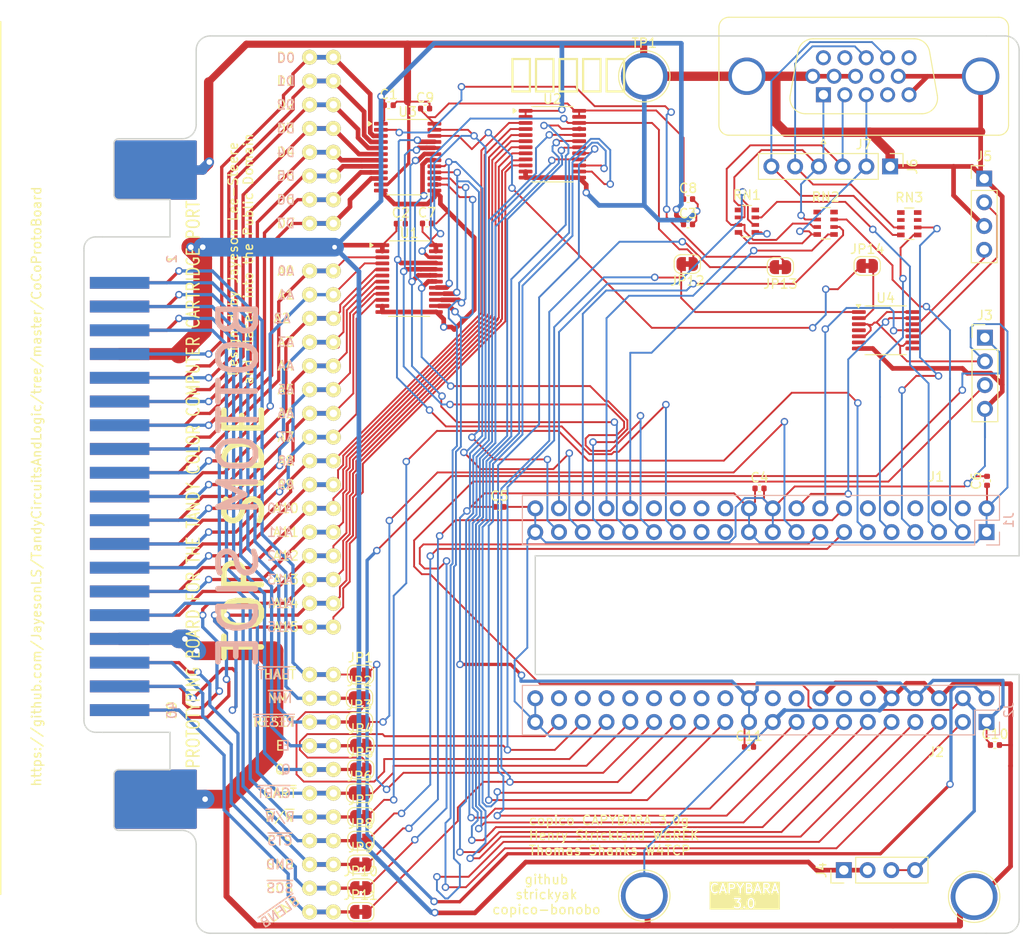
<source format=kicad_pcb>
(kicad_pcb (version 20241229) (generator "pcbnew") (generator_version "9.0")
  (layers (0 "F.Cu" signal) (2 "B.Cu" signal) (13 "F.Paste" user) (15 "B.Paste" user) (5 "F.SilkS" user "F.Silkscreen") (7 "B.SilkS" user "B.Silkscreen") (1 "F.Mask" user) (3 "B.Mask" user) (25 "Edge.Cuts" user))
  (net 0 "")
  (net 1 "GND")
  (net 2 "+5V")
  (net 3 "/halt{slash}")
  (net 4 "/nmi{slash}")
  (net 5 "/reset{slash}")
  (net 6 "/d1")
  (net 7 "/d2")
  (net 8 "/d3")
  (net 9 "/d4")
  (net 10 "/d5")
  (net 11 "/d6")
  (net 12 "/d7")
  (net 13 "/a0")
  (net 14 "/a1")
  (net 15 "/a2")
  (net 16 "/a3")
  (net 17 "/a4")
  (net 18 "/a5")
  (net 19 "/a6")
  (net 20 "/a7")
  (net 21 "/a8")
  (net 22 "/a9")
  (net 23 "/a10")
  (net 24 "/a11")
  (net 25 "/a12")
  (net 26 "/a13")
  (net 27 "/a14")
  (net 28 "/a15")
  (net 29 "/eclk")
  (net 30 "/qclk")
  (net 31 "/cart{slash}")
  (net 32 "/r{slash}w")
  (net 33 "/cts{slash}")
  (net 34 "/snd")
  (net 35 "/scs{slash}")
  (net 36 "/slenb{slash}")
  (net 37 "/d0")
  (net 38 "/snd-j")
  (net 40 "/cts{slash}j")
  (net 42 "/RIGHT")
  (net 44 "/green-l")
  (net 45 "+3V3")
  (net 49 "/r{slash}w-j")
  (net 50 "/b0")
  (net 52 "/scs{slash}j")
  (net 53 "/LEFT")
  (net 54 "/VSYS")
  (net 56 "/red-h")
  (net 57 "/b2")
  (net 58 "/green-h")
  (net 59 "/b1")
  (net 61 "/blue-l")
  (net 62 "/b5")
  (net 63 "/b3")
  (net 64 "/reset{slash}j")
  (net 65 "/b4")
  (net 66 "/red-l")
  (net 69 "/blue-h")
  (net 74 "/qclk-j")
  (net 75 "/nmi{slash}j")
  (net 77 "/b13")
  (net 78 "/cart{slash}j")
  (net 79 "/halt{slash}j")
  (net 81 "/b7")
  (net 84 "/b10")
  (net 85 "/b9")
  (net 86 "/b11")
  (net 88 "/b15")
  (net 90 "/eclk-j")
  (net 91 "/b14")
  (net 92 "/b8")
  (net 93 "/b12")
  (net 94 "/slenb{slash}j")
  (net 96 "/b6")
  (net 98 "/VBUS")
  (net 99 "/AE{slash}")
  (net 100 "/direction")
  (net 101 "/DE{slash}")
  (net 102 "/eclk{slash}j")
  (net 106 "/RIGHT{slash}")
  (net 107 "/vert-s")
  (net 108 "/LEFT{slash}")
  (net 109 "/horz-s")
  (net 110 "/green")
  (net 111 "/horz")
  (net 112 "/blue")
  (net 113 "/red")
  (net 114 "/vert")
  (footprint "0Titanium:CocoCardEdgeCocoMIDI" (layer "F.Cu") (at 91.44 104.14)
    (property "Reference" "P1" (hide yes))
    (property "Value" "CocoEdgeConnector" (hide yes))
  )
  (footprint "Housings_DIP:DIP-16_W7.62mm" (layer "F.Cu") (at 115.57 58.42)
    (property "Reference" "P2" (hide yes))
    (property "Value" "Coco Data" (hide yes))
  )
  (footprint "Housings_DIP:DIP-22_W10.16mm" (layer "F.Cu") (at 115.57 124.46)
    (property "Reference" "P4" (hide yes))
    (property "Value" "Coco Signals" (hide yes))
  )
  (footprint "Housings_DIP:DIP-32_W15.24mm" (layer "F.Cu") (at 115.57 81.28)
    (property "Reference" "P3" (hide yes))
    (property "Value" "Coco Address" (hide yes))
  )
  (footprint "Capacitor_SMD:C_0402_1005Metric" (layer "F.Cu") (at 156.0336 76.3004)
    (property "Reference" "C3")
    (property "Value" "C_Small")
  )
  (footprint "Capacitor_SMD:C_0402_1005Metric" (layer "F.Cu") (at 188.0108 103.7362 90)
    (property "Reference" "C6")
    (property "Value" "C_Small")
  )
  (footprint "Jumper:SolderJumper-2_P1.3mm_Bridged_RoundedPad1.0x1.5mm" (layer "F.Cu") (at 121.016 124.46)
    (property "Reference" "JP1")
    (property "Value" "SolderJumper_2_Bridged" (hide yes))
  )
  (footprint "Package_SO:TSSOP-24_4.4x7.8mm_P0.65mm" (layer "F.Cu") (at 141.5288 67.7228)
    (property "Reference" "U2")
    (property "Value" "SN74LVC4245APWR" (hide yes))
  )
  (footprint "Connector_Dsub:DSUB-15-HD_Socket_Vertical_P2.29x1.98mm_MountingHoles" (layer "F.Cu") (at 170.51 62.432 180)
    (property "Reference" "J7")
    (property "Value" "DE15_Socket_HighDensity_MountingHoles")
  )
  (footprint "Capacitor_SMD:C_0402_1005Metric" (layer "F.Cu") (at 188.8516 132.0038)
    (property "Reference" "C10")
    (property "Value" "C_Small")
  )
  (footprint "Jumper:SolderJumper-2_P1.3mm_Bridged_RoundedPad1.0x1.5mm" (layer "F.Cu") (at 120.904 127)
    (property "Reference" "JP2")
    (property "Value" "SolderJumper_2_Bridged" (hide yes))
  )
  (footprint "Capacitor_SMD:C_0402_1005Metric" (layer "F.Cu") (at 127.917 63.9064)
    (property "Reference" "C9")
    (property "Value" "C_Small")
  )
  (footprint "Connector_PinHeader_2.54mm:PinHeader_1x06_P2.54mm_Vertical" (layer "F.Cu") (at 177.6464 70.1028 -90)
    (property "Reference" "J6")
    (property "Value" "Conn_01x06" (hide yes))
  )
  (footprint "Jumper:SolderJumper-2_P1.3mm_Bridged_RoundedPad1.0x1.5mm" (layer "F.Cu") (at 121.046 149.86)
    (property "Reference" "JP11")
    (property "Value" "SolderJumper_2_Bridged" (hide yes))
  )
  (footprint "Jumper:SolderJumper-2_P1.3mm_Bridged_RoundedPad1.0x1.5mm" (layer "F.Cu") (at 121.046 147.32)
    (property "Reference" "JP10")
    (property "Value" "SolderJumper_2_Bridged" (hide yes))
  )
  (footprint "TestPoint:TestPoint_Plated_Hole_D4.0mm" (layer "F.Cu") (at 151.36 148.13)
    (property "Reference" "TP4" (hide yes))
    (property "Value" "TestPoint" (hide yes))
  )
  (footprint "Capacitor_SMD:C_0402_1005Metric" (layer "F.Cu") (at 124.0308 63.5508)
    (property "Reference" "C1")
    (property "Value" "C_Small")
  )
  (footprint "Connector_PinHeader_2.54mm:PinHeader_1x04_P2.54mm_Vertical" (layer "F.Cu") (at 187.7822 88.4174)
    (property "Reference" "J3")
    (property "Value" "Conn_01x04_Pin" (hide yes))
  )
  (footprint "Connector_PinHeader_2.54mm:PinHeader_1x04_P2.54mm_Vertical" (layer "F.Cu") (at 187.706 71.3994)
    (property "Reference" "J5")
    (property "Value" "Conn_01x04" (hide yes))
  )
  (footprint "Jumper:SolderJumper-2_P1.3mm_Bridged_RoundedPad1.0x1.5mm" (layer "F.Cu") (at 165.9116 80.8724 180)
    (property "Reference" "JP13")
    (property "Value" "SolderJumper_2_Bridged" (hide yes))
  )
  (footprint "Connector_PinHeader_2.54mm:PinHeader_1x04_P2.54mm_Vertical" (layer "F.Cu") (at 172.6946 145.3896 90)
    (property "Reference" "J4")
    (property "Value" "Conn_01x04_Pin")
  )
  (footprint "Jumper:SolderJumper-2_P1.3mm_Bridged_RoundedPad1.0x1.5mm" (layer "F.Cu") (at 120.904 137.16)
    (property "Reference" "JP6")
    (property "Value" "SolderJumper_2_Bridged" (hide yes))
  )
  (footprint "Jumper:SolderJumper-2_P1.3mm_Bridged_RoundedPad1.0x1.5mm" (layer "F.Cu") (at 121.046 132.08)
    (property "Reference" "JP4")
    (property "Value" "SolderJumper_2_Bridged" (hide yes))
  )
  (footprint "Capacitor_SMD:C_0402_1005Metric" (layer "F.Cu") (at 163.6802 104.5464)
    (property "Reference" "C4")
    (property "Value" "C_Small")
  )
  (footprint "Resistor_SMD:R_Array_Convex_4x0603" (layer "F.Cu") (at 162.3302 75.9574)
    (property "Reference" "RN1")
    (property "Value" "R_Pack04" (hide yes))
  )
  (footprint "Package_SO:TSSOP-24_4.4x7.8mm_P0.65mm" (layer "F.Cu") (at 126.0525 69.107)
    (property "Reference" "U3")
    (property "Value" "SN74LVC4245APWR" (hide yes))
  )
  (footprint "Jumper:SolderJumper-2_P1.3mm_Bridged_RoundedPad1.0x1.5mm" (layer "F.Cu") (at 155.9548 80.5422 180)
    (property "Reference" "JP12")
    (property "Value" "SolderJumper_2_Bridged" (hide yes))
  )
  (footprint "Capacitor_SMD:C_0402_1005Metric" (layer "F.Cu") (at 135.862 106.5276)
    (property "Reference" "C5")
    (property "Value" "C_Small")
  )
  (footprint "Jumper:SolderJumper-2_P1.3mm_Bridged_RoundedPad1.0x1.5mm" (layer "F.Cu") (at 121.046 139.7)
    (property "Reference" "JP7")
    (property "Value" "SolderJumper_2_Bridged" (hide yes))
  )
  (footprint "Jumper:SolderJumper-2_P1.3mm_Bridged_RoundedPad1.0x1.5mm" (layer "F.Cu") (at 121.046 134.62)
    (property "Reference" "JP5")
    (property "Value" "SolderJumper_2_Bridged" (hide yes))
  )
  (footprint "Capacitor_SMD:C_0402_1005Metric" (layer "F.Cu") (at 125.3262 76.2254)
    (property "Reference" "C2")
    (property "Value" "C_Small" (hide yes))
  )
  (footprint "Package_SO:TSSOP-24_4.4x7.8mm_P0.65mm" (layer "F.Cu") (at 126.2104 82.1002)
    (property "Reference" "U1")
    (property "Value" "SN74LVC4245APWR" (hide yes))
  )
  (footprint "TestPoint:TestPoint_Plated_Hole_D4.0mm" (layer "F.Cu") (at 186.63 148.23)
    (property "Reference" "TP3" (hide yes))
    (property "Value" "TestPoint")
  )
  (footprint "Capacitor_SMD:C_0402_1005Metric" (layer "F.Cu") (at 156.0406 73.5911)
    (property "Reference" "C8")
    (property "Value" "C_Small")
  )
  (footprint "Jumper:SolderJumper-2_P1.3mm_Bridged_RoundedPad1.0x1.5mm" (layer "F.Cu") (at 175.193 80.7454)
    (property "Reference" "JP14")
    (property "Value" "SolderJumper_2_Bridged" (hide yes))
  )
  (footprint "Resistor_SMD:R_Array_Convex_4x0603" (layer "F.Cu") (at 170.7486 76.1796)
    (property "Reference" "RN2")
    (property "Value" "R_Pack04" (hide yes))
  )
  (footprint "Jumper:SolderJumper-2_P1.3mm_Bridged_RoundedPad1.0x1.5mm" (layer "F.Cu") (at 121.046 144.78)
    (property "Reference" "JP9")
    (property "Value" "SolderJumper_2_Bridged" (hide yes))
  )
  (footprint "Capacitor_SMD:C_0402_1005Metric" (layer "F.Cu") (at 128.1202 76.2)
    (property "Reference" "C7")
    (property "Value" "C_Small" (hide yes))
  )
  (footprint "Resistor_SMD:R_Array_Convex_4x0603" (layer "F.Cu") (at 179.6928 76.2304)
    (property "Reference" "RN3")
    (property "Value" "R_Pack04" (hide yes))
  )
  (footprint "TestPoint:TestPoint_Plated_Hole_D4.0mm" (layer "F.Cu") (at 151.36 60.45)
    (property "Reference" "TP1")
    (property "Value" "TestPoint" (hide yes))
  )
  (footprint "Jumper:SolderJumper-2_P1.3mm_Bridged_RoundedPad1.0x1.5mm" (layer "F.Cu") (at 121.046 142.24)
    (property "Reference" "JP8")
    (property "Value" "SolderJumper_2_Bridged" (hide yes))
  )
  (footprint "Package_SO:TSSOP-14_4.4x5mm_P0.65mm" (layer "F.Cu") (at 177.1638 87.6288)
    (property "Reference" "U4")
    (property "Value" "74HC04")
  )
  (footprint "Jumper:SolderJumper-2_P1.3mm_Bridged_RoundedPad1.0x1.5mm" (layer "F.Cu") (at 120.904 129.54)
    (property "Reference" "JP3")
    (property "Value" "SolderJumper_2_Bridged" (hide yes))
  )
  (footprint "Capacitor_SMD:C_0402_1005Metric" (layer "F.Cu") (at 162.5574 132.207)
    (property "Reference" "C11")
    (property "Value" "C_Small")
  )
  (footprint "Connector_PinHeader_2.54mm:PinHeader_2x20_P2.54mm_Vertical" (layer "B.Cu") (at 187.96 129.54 90)
    (property "Reference" "J2")
    (property "Value" "Conn_02x20_Odd_Even" (hide yes))
  )
  (footprint "Connector_PinHeader_2.54mm:PinHeader_2x20_P2.54mm_Vertical" (layer "B.Cu") (at 187.96 109.22 90)
    (property "Reference" "J1")
    (property "Value" "Conn_02x20_Odd_Even" (hide yes))
  )
  (gr_line (start 82.537146 147.969609) (end 82.537146 54.619609) (stroke (width 0.15)) (layer "F.SilkS"))
  (gr_line (start 100.64 130.64) (end 100.64 134.64) (stroke (width 0.15)) (layer "Edge.Cuts"))
  (gr_line (start 191.44 124.46) (end 191.44 150.64) (stroke (width 0.15)) (layer "Edge.Cuts"))
  (gr_line (start 100.64 77.64) (end 100.64 73.64) (stroke (width 0.15)) (layer "Edge.Cuts"))
  (gr_line (start 139.7 111.76) (end 191.44 111.76) (stroke (width 0.15)) (layer "Edge.Cuts"))
  (gr_arc (start 94.64 67.64) (mid 94.786447 67.286447) (end 95.14 67.14) (stroke (width 0.15)) (layer "Edge.Cuts"))
  (gr_arc (start 191.44 150.64) (mid 191.00066 151.70066) (end 189.94 152.14) (stroke (width 0.15)) (layer "Edge.Cuts"))
  (gr_arc (start 92.69 130.64) (mid 91.806117 130.273883) (end 91.44 129.39) (stroke (width 0.15)) (layer "Edge.Cuts"))
  (gr_line (start 104.94 152.14) (end 187.94 152.14) (stroke (width 0.15)) (layer "Edge.Cuts"))
  (gr_line (start 95.14 73.64) (end 100.64 73.64) (stroke (width 0.15)) (layer "Edge.Cuts"))
  (gr_line (start 187.94 56.14) (end 104.94 56.14) (stroke (width 0.15)) (layer "Edge.Cuts"))
  (gr_arc (start 94.64 135.14) (mid 94.786447 134.786447) (end 95.14 134.64) (stroke (width 0.15)) (layer "Edge.Cuts"))
  (gr_arc (start 103.44 65.64) (mid 103.00066 66.70066) (end 101.94 67.14) (stroke (width 0.15)) (layer "Edge.Cuts"))
  (gr_line (start 139.7 124.46) (end 139.7 111.76) (stroke (width 0.15)) (layer "Edge.Cuts"))
  (gr_line (start 94.64 135.14) (end 94.64 140.64) (stroke (width 0.15)) (layer "Edge.Cuts"))
  (gr_line (start 95.14 141.14) (end 101.94 141.14) (stroke (width 0.15)) (layer "Edge.Cuts"))
  (gr_arc (start 189.94 56.14) (mid 191.00066 56.57934) (end 191.44 57.64) (stroke (width 0.15)) (layer "Edge.Cuts"))
  (gr_line (start 91.44 78.89) (end 91.44 79.14) (stroke (width 0.15)) (layer "Edge.Cuts"))
  (gr_arc (start 104.94 152.14) (mid 103.87934 151.70066) (end 103.44 150.64) (stroke (width 0.15)) (layer "Edge.Cuts"))
  (gr_line (start 93.44 77.64) (end 100.64 77.64) (stroke (width 0.15)) (layer "Edge.Cuts"))
  (gr_line (start 93.44 130.64) (end 100.64 130.64) (stroke (width 0.15)) (layer "Edge.Cuts"))
  (gr_line (start 103.44 142.64) (end 103.44 150.64) (stroke (width 0.15)) (layer "Edge.Cuts"))
  (gr_line (start 94.64 67.64) (end 94.64 73.14) (stroke (width 0.15)) (layer "Edge.Cuts"))
  (gr_line (start 139.7 124.46) (end 191.44 124.46) (stroke (width 0.15)) (layer "Edge.Cuts"))
  (gr_line (start 92.69 130.64) (end 93.44 130.64) (stroke (width 0.15)) (layer "Edge.Cuts"))
  (gr_arc (start 91.44 78.89) (mid 91.806117 78.006117) (end 92.69 77.64) (stroke (width 0.15)) (layer "Edge.Cuts"))
  (gr_line (start 189.94 56.14) (end 187.94 56.14) (stroke (width 0.15)) (layer "Edge.Cuts"))
  (gr_line (start 95.14 134.64) (end 100.64 134.64) (stroke (width 0.15)) (layer "Edge.Cuts"))
  (gr_arc (start 95.14 73.64) (mid 94.786447 73.493553) (end 94.64 73.14) (stroke (width 0.15)) (layer "Edge.Cuts"))
  (gr_line (start 91.44 79.14) (end 91.44 129.14) (stroke (width 0.15)) (layer "Edge.Cuts"))
  (gr_line (start 91.44 129.39) (end 91.44 129.14) (stroke (width 0.15)) (layer "Edge.Cuts"))
  (gr_arc (start 95.14 141.14) (mid 94.786447 140.993553) (end 94.64 140.64) (stroke (width 0.15)) (layer "Edge.Cuts"))
  (gr_line (start 103.44 57.64) (end 103.44 65.64) (stroke (width 0.15)) (layer "Edge.Cuts"))
  (gr_line (start 92.69 77.64) (end 93.44 77.64) (stroke (width 0.15)) (layer "Edge.Cuts"))
  (gr_arc (start 103.44 57.64) (mid 103.87934 56.57934) (end 104.94 56.14) (stroke (width 0.15)) (layer "Edge.Cuts"))
  (gr_line (start 191.44 57.64) (end 191.44 111.76) (stroke (width 0.15)) (layer "Edge.Cuts"))
  (gr_line (start 187.94 152.14) (end 189.94 152.14) (stroke (width 0.15)) (layer "Edge.Cuts"))
  (gr_arc (start 101.94 141.14) (mid 103.00066 141.57934) (end 103.44 142.64) (stroke (width 0.15)) (layer "Edge.Cuts"))
  (gr_line (start 95.14 67.14) (end 101.94 67.14) (stroke (width 0.15)) (layer "Edge.Cuts"))
  (gr_text "A0" (at 113.03 81.28 0) (layer "F.SilkS") (effects (font (size 1 1))))
  (gr_text "A1" (at 113.03 83.82 0) (layer "F.SilkS") (effects (font (size 1 1))))
  (gr_text "A2" (at 112.629 86.36 0) (layer "F.SilkS") (effects (font (size 1 1))))
  (gr_text "A3" (at 113.03 88.9 0) (layer "F.SilkS") (effects (font (size 1 1))))
  (gr_text "A4" (at 113.03 91.44 0) (layer "F.SilkS") (effects (font (size 1 1))))
  (gr_text "A5" (at 113.03 93.98 0) (layer "F.SilkS") (effects (font (size 1 1))))
  (gr_text "A6" (at 113.03 96.52 0) (layer "F.SilkS") (effects (font (size 1 1))))
  (gr_text "A7" (at 113.03 99.06 0) (layer "F.SilkS") (effects (font (size 1 1))))
  (gr_text "A8" (at 113.03 101.6 0) (layer "F.SilkS") (effects (font (size 1 1))))
  (gr_text "A9" (at 113.03 104.14 0) (layer "F.SilkS") (effects (font (size 1 1))))
  (gr_text "A10" (at 113.03 106.68 0) (layer "F.SilkS") (effects (font (size 1 1))))
  (gr_text "A11" (at 113.03 109.22 0) (layer "F.SilkS") (effects (font (size 1 1))))
  (gr_text "A12" (at 113.03 111.76 0) (layer "F.SilkS") (effects (font (size 1 1))))
  (gr_text "A13" (at 113.03 114.3 0) (layer "F.SilkS") (effects (font (size 1 1))))
  (gr_text "A14" (at 113.03 116.84 0) (layer "F.SilkS") (effects (font (size 1 1))))
  (gr_text "A15" (at 113.03 119.38 0) (layer "F.SilkS") (effects (font (size 1 1))))
  (gr_text "~{HALT}" (at 112.395 124.46 0) (layer "F.SilkS") (effects (font (size 1 1))))
  (gr_text "~{NMI}" (at 112.395 127 0) (layer "F.SilkS") (effects (font (size 1 1))))
  (gr_text "~{RESET}" (at 111.76 129.54 0) (layer "F.SilkS") (effects (font (size 1 1))))
  (gr_text "E" (at 112.395 132.08 0) (layer "F.SilkS") (effects (font (size 1 1))))
  (gr_text "Q" (at 112.395 134.62 0) (layer "F.SilkS") (effects (font (size 1 1))))
  (gr_text "~{CART}" (at 112.395 137.16 0) (layer "F.SilkS") (effects (font (size 1 1))))
  (gr_text "R/~{W}" (at 112.395 139.7 0) (layer "F.SilkS") (effects (font (size 1 1))))
  (gr_text "~{CTS}" (at 112.395 142.24 0) (layer "F.SilkS") (effects (font (size 1 1))))
  (gr_text "SND" (at 112.395 144.78 0) (layer "F.SilkS") (effects (font (size 1 1))))
  (gr_text "~{SCS}" (at 112.395 147.32 0) (layer "F.SilkS") (effects (font (size 1 1))))
  (gr_text "~{SLENB}" (at 112.395 149.86 35) (layer "F.SilkS") (effects (font (size 1 1))))
  (gr_text "D0" (at 113.03 58.42 0) (layer "F.SilkS") (effects (font (size 1 1))))
  (gr_text "D5" (at 113.03 71.12 0) (layer "F.SilkS") (effects (font (size 1 1))))
  (gr_text "D6" (at 113.03 73.66 0) (layer "F.SilkS") (effects (font (size 1 1))))
  (gr_text "D7" (at 113.03 76.2 0) (layer "F.SilkS") (effects (font (size 1 1))))
  (gr_text "D1" (at 113.03 60.96 0) (layer "F.SilkS") (effects (font (size 1 1))))
  (gr_text "D2" (at 113.03 63.5 0) (layer "F.SilkS") (effects (font (size 1 1))))
  (gr_text "D3" (at 113.03 66.04 0) (layer "F.SilkS") (effects (font (size 1 1))))
  (gr_text "D4" (at 113.03 68.58 0) (layer "F.SilkS") (effects (font (size 1 1))))
  (gr_text "https://github.com/JayesonLS/TandyCircuitsAndLogic/tree/master/CoCoProtoBoard" (at 86.363872 104.345 90) (layer "F.SilkS") (effects (font (size 1 1))))
  (gr_text "TOP SIDE" (at 108.585 109.22 90) (layer "F.SilkS") (effects (font (size 4 4) (thickness 0.6))))
  (gr_text "CAPYBARA\n3.0" (at 162.052 149.5552 0) (layer "F.SilkS" knockout) (effects (font (size 1 1)) (justify bottom)))
  (gr_text "J1" (at 181.61 103.886 0) (layer "F.SilkS") (effects (font (size 1 1)) (justify left bottom)))
  (gr_text "github\nstrickyak\ncopico-bonobo" (at 140.8938 150.1902 0) (layer "F.SilkS") (effects (font (size 1 1)) (justify bottom)))
  (gr_text "J2" (at 181.61 133.35 0) (layer "F.SilkS") (effects (font (size 1 1)) (justify left bottom)))
  (gr_text "PROTOTYPING BOARD FOR THE TANDY COLOR COMPUTER CARTRIDGE PORT" (at 103.124 104.14 90) (layer "F.SilkS") (effects (font (size 1.35 1.09) (thickness 0.17))))
  (gr_text "copico CAPYBARA 3.0g\nHenry Strickland W6REK\nThomas Shanks W4TCP" (at 138.9126 143.8656 0) (layer "F.SilkS") (effects (font (size 1 1)) (justify left bottom)))
  (gr_text "ยักษ์" (at 143.23 60.2 0) (layer "F.SilkS") (effects (font (size 3 3))))
  (gr_text "Designed by Jayeson Lee-Steere\nand placed into the Public Domain" (at 108.204 80.01 90) (layer "F.SilkS") (effects (font (size 1 1))))
  (gr_text "~{SLENB}" (at 112.395 149.86 35) (layer "B.SilkS") (effects (font (size 1 1)) (justify mirror)))
  (gr_text "~{SCS}" (at 112.395 147.32 0) (layer "B.SilkS") (effects (font (size 1 1)) (justify mirror)))
  (gr_text "SND" (at 112.395 144.78 0) (layer "B.SilkS") (effects (font (size 1 1)) (justify mirror)))
  (gr_text "~{CTS}" (at 112.395 142.24 0) (layer "B.SilkS") (effects (font (size 1 1)) (justify mirror)))
  (gr_text "R/~{W}" (at 112.395 139.7 0) (layer "B.SilkS") (effects (font (size 1 1)) (justify mirror)))
  (gr_text "~{CART}" (at 111.76 137.16 0) (layer "B.SilkS") (effects (font (size 1 1)) (justify mirror)))
  (gr_text "Q" (at 113.03 134.62 0) (layer "B.SilkS") (effects (font (size 1 1)) (justify mirror)))
  (gr_text "E" (at 113.03 132.08 0) (layer "B.SilkS") (effects (font (size 1 1)) (justify mirror)))
  (gr_text "~{RESET}" (at 111.76 129.54 0) (layer "B.SilkS") (effects (font (size 1 1)) (justify mirror)))
  (gr_text "~{NMI}" (at 112.395 127 0) (layer "B.SilkS") (effects (font (size 1 1)) (justify mirror)))
  (gr_text "~{HALT}" (at 111.76 124.46 0) (layer "B.SilkS") (effects (font (size 1 1)) (justify mirror)))
  (gr_text "A15" (at 112.395 119.38 0) (layer "B.SilkS") (effects (font (size 1 1)) (justify mirror)))
  (gr_text "A14" (at 112.395 116.84 0) (layer "B.SilkS") (effects (font (size 1 1)) (justify mirror)))
  (gr_text "A13" (at 112.395 114.3 0) (layer "B.SilkS") (effects (font (size 1 1)) (justify mirror)))
  (gr_text "A12" (at 112.395 111.76 0) (layer "B.SilkS") (effects (font (size 1 1)) (justify mirror)))
  (gr_text "A11" (at 112.395 109.22 0) (layer "B.SilkS") (effects (font (size 1 1)) (justify mirror)))
  (gr_text "A10" (at 112.395 106.68 0) (layer "B.SilkS") (effects (font (size 1 1)) (justify mirror)))
  (gr_text "A9" (at 113.03 104.14 0) (layer "B.SilkS") (effects (font (size 1 1)) (justify mirror)))
  (gr_text "A8" (at 113.03 101.6 0) (layer "B.SilkS") (effects (font (size 1 1)) (justify mirror)))
  (gr_text "A7" (at 113.03 99.06 0) (layer "B.SilkS") (effects (font (size 1 1)) (justify mirror)))
  (gr_text "A6" (at 113.03 96.52 0) (layer "B.SilkS") (effects (font (size 1 1)) (justify mirror)))
  (gr_text "A5" (at 113.03 93.98 0) (layer "B.SilkS") (effects (font (size 1 1)) (justify mirror)))
  (gr_text "A4" (at 113.03 91.44 0) (layer "B.SilkS") (effects (font (size 1 1)) (justify mirror)))
  (gr_text "A3" (at 113.03 88.9 0) (layer "B.SilkS") (effects (font (size 1 1)) (justify mirror)))
  (gr_text "A2" (at 112.629 86.36 0) (layer "B.SilkS") (effects (font (size 1 1)) (justify mirror)))
  (gr_text "A1" (at 113.03 83.82 0) (layer "B.SilkS") (effects (font (size 1 1)) (justify mirror)))
  (gr_text "A0" (at 113.03 81.28 0) (layer "B.SilkS") (effects (font (size 1 1)) (justify mirror)))
  (gr_text "D7" (at 113.03 76.2 0) (layer "B.SilkS") (effects (font (size 1 1)) (justify mirror)))
  (gr_text "D5" (at 113.03 71.12 0) (layer "B.SilkS") (effects (font (size 1 1)) (justify mirror)))
  (gr_text "D4" (at 113.03 68.58 0) (layer "B.SilkS") (effects (font (size 1 1)) (justify mirror)))
  (gr_text "D3" (at 113.03 66.04 0) (layer "B.SilkS") (effects (font (size 1 1)) (justify mirror)))
  (gr_text "D2" (at 113.03 63.5 0) (layer "B.SilkS") (effects (font (size 1 1)) (justify mirror)))
  (gr_text "D1" (at 113.03 60.96 0) (layer "B.SilkS") (effects (font (size 1 1)) (justify mirror)))
  (gr_text "D0" (at 113.03 58.42 180) (layer "B.SilkS") (effects (font (size 1 1)) (justify mirror)))
  (gr_text "D6" (at 113.03 73.66 0) (layer "B.SilkS") (effects (font (size 1 1)) (justify mirror)))
  (gr_text "BOTTOM SIDE" (at 107.95 104.14 90) (layer "B.SilkS") (effects (font (size 4 4) (thickness 0.6)) (justify mirror)))
  (segment (start 175.7865 89.5789) (end 174.3011 89.5789) (width 0.5) (layer "F.Cu") (net 1))
  (segment (start 187.348 103.256) (end 188.0106 103.256) (width 0.2) (layer "F.Cu") (net 1))
  (segment (start 151.36 60.45) (end 151.7416 60.45) (width 0.2) (layer "F.Cu") (net 1))
  (segment (start 126.169 63.3038) (end 126.035 63.1698) (width 0.35) (layer "F.Cu") (net 1))
  (segment (start 187.348 103.256) (end 186.685 103.256) (width 0.2) (layer "F.Cu") (net 1))
  (segment (start 185.9024 92.2274) (end 185.3815 91.7065) (width 0.5) (layer "F.Cu") (net 1))
  (segment (start 138.6663 71.2978) (end 144.391 71.2978) (width 0.5) (layer "F.Cu") (net 1))
  (segment (start 164.1604 104.5466) (end 164.1602 104.5464) (width 0.2) (layer "F.Cu") (net 1))
  (segment (start 162.325 60.452) (end 165.4302 60.452) (width 1) (layer "F.Cu") (net 1))
  (segment (start 186.4094 70.1028) (end 187.706 71.3994) (width 0.5) (layer "F.Cu") (net 1))
  (segment (start 144.764 71.6807) (end 144.391 71.3072) (width 0.2) (layer "F.Cu") (net 1))
  (segment (start 123.544 72.032) (end 123.899 72.032) (width 0.35) (layer "F.Cu") (net 1))
  (segment (start 185.3815 91.7065) (end 177.9141 91.7065) (width 0.5) (layer "F.Cu") (net 1))
  (segment (start 170.18 127) (end 171.806 125.374) (width 0.5) (layer "F.Cu") (net 1))
  (segment (start 169.365 60.452) (end 171.655 60.452) (width 0.5) (layer "F.Cu") (net 1))
  (segment (start 190.529 134.235) (end 190.525 134.239) (width 0.5) (layer "F.Cu") (net 1))
  (segment (start 151.7416 60.45) (end 151.7436 60.452) (width 0.2) (layer "F.Cu") (net 1))
  (segment (start 104.775 61.06) (end 108.812 57.023) (width 0.762) (layer "F.Cu") (net 1))
  (segment (start 187.782 96.0374) (end 187.7821 96.0373) (width 0.2) (layer "F.Cu") (net 1))
  (segment (start 124.632 74.1238) (end 125.832 74.1238) (width 0.5) (layer "F.Cu") (net 1))
  (segment (start 138.666 71.2978) (end 138.6663 71.2978) (width 0.5) (layer "F.Cu") (net 1))
  (segment (start 138.666 70.8103) (end 138.6663 70.81) (width 0.2) (layer "F.Cu") (net 1))
  (segment (start 177.9141 91.7065) (end 175.7865 89.5789) (width 0.5) (layer "F.Cu") (net 1))
  (segment (start 111.76 121.92) (end 111.76 123.19) (width 2) (layer "F.Cu") (net 1))
  (segment (start 171.655 60.452) (end 173.945 60.452) (width 0.5) (layer "F.Cu") (net 1))
  (segment (start 187.325 71.0184) (end 187.706 71.3994) (width 0.2) (layer "F.Cu") (net 1))
  (segment (start 184.4294 73.2028) (end 184.4294 70.1028) (width 0.5) (layer "F.Cu") (net 1))
  (segment (start 165.4302 60.452) (end 165.4302 65.405) (width 1) (layer "F.Cu") (net 1))
  (segment (start 151.384 151.31) (end 109.81 151.31) (width 0.635) (layer "F.Cu") (net 1))
  (segment (start 157.0736 74.7776) (end 156.972 74.8792) (width 0.2) (layer "F.Cu") (net 1))
  (segment (start 181.65 60.452) (end 178.525 60.452) (width 0.5) (layer "F.Cu") (net 1))
  (segment (start 185.117 151.31) (end 185.117 149.743) (width 0.635) (layer "F.Cu") (net 1))
  (segment (start 181.65 60.452) (end 179.67 62.432) (width 0.5) (layer "F.Cu") (net 1))
  (segment (start 151.715 151.31) (end 177.952 151.31) (width 0.635) (layer "F.Cu") (net 1))
  (segment (start 129.554 73.3214) (end 129.554 74.1088) (width 0.5) (layer "F.Cu") (net 1))
  (segment (start 124.701 63.3603) (end 124.511 63.5508) (width 0.2) (layer "F.Cu") (net 1))
  (segment (start 110.49 121.92) (end 111.76 121.92) (width 2) (layer "F.Cu") (net 1))
  (segment (start 129.134 85.6688) (end 129.911 86.4462) (width 0.5) (layer "F.Cu") (net 1))
  (segment (start 125.806 75.1873) (end 125.806 75.7063) (width 0.2) (layer "F.Cu") (net 1))
  (segment (start 185.598 104.343) (end 185.918 104.023) (width 0.2) (layer "F.Cu") (net 1))
  (segment (start 123.348 85.1919) (end 123.3479 85.1918) (width 0.2) (layer "F.Cu") (net 1))
  (segment (start 190.529 125.451) (end 190.529 132.0292) (width 0.5) (layer "F.Cu") (net 1))
  (segment (start 187.2742 66.4464) (end 187.325 66.3956) (width 1) (layer "F.Cu") (net 1))
  (segment (start 123.19 72.682) (end 124.632 74.1238) (width 0.5) (layer "F.Cu") (net 1))
  (segment (start 151.294 57.023) (end 151.294 60.3841) (width 0.762) (layer "F.Cu") (net 1))
  (segment (start 129.073 85.6752) (end 129.128 85.6752) (width 0.2) (layer "F.Cu") (net 1))
  (segment (start 128.915 72.682) (end 129.554 73.3214) (width 0.5) (layer "F.Cu") (net 1))
  (segment (start 156.5206 73.5915) (end 156.5206 73.5911) (width 0.2) (layer "F.Cu") (net 1))
  (segment (start 130.377 74.9313) (end 133.172 77.7266) (width 0.5) (layer "F.Cu") (net 1))
  (segment (start 174.3012 89.5788) (end 174.3011 89.5789) (width 0.2) (layer "F.Cu") (net 1))
  (segment (start 129.128 85.6752) (end 129.134 85.6688) (width 0.2) (layer "F.Cu") (net 1))
  (segment (start 187.325 66.3956) (end 187.325 71.0184) (width 0.5) (layer "F.Cu") (net 1))
  (segment (start 106.68 148.18) (end 106.68 137.795) (width 0.635) (layer "F.Cu") (net 1))
  (segment (start 188.4068 92.2274) (end 185.9024 92.2274) (width 0.5) (layer "F.Cu") (net 1))
  (segment (start 190.529 132.0292) (end 190.529 134.235) (width 0.5) (layer "F.Cu") (net 1))
  (segment (start 125.806 75.7063) (end 125.8062 75.7065) (width 0.2) (layer "F.Cu") (net 1))
  (segment (start 189.636 93.4566) (end 188.4068 92.2274) (width 0.5) (layer "F.Cu") (net 1))
  (segment (start 129.073 85.6752) (end 129.0729 85.6752) (width 0.5) (layer "F.Cu") (net 1))
  (segment (start 136.3422 106.5278) (end 136.342 106.5276) (width 0.2) (layer "F.Cu") (net 1))
  (segment (start 165.1 106.68) (end 167.437 104.343) (width 0.2) (layer "F.Cu") (net 1))
  (segment (start 128.915 72.682) (end 128.915 72.695) (width 0.2) (layer "F.Cu") (net 1))
  (segment (start 151.294 60.3841) (end 151.36 60.45) (width 0.762) (layer "F.Cu") (net 1))
  (segment (start 151.7436 60.452) (end 162.325 60.452) (width 1) (layer "F.Cu") (net 1))
  (segment (start 165.1 106.68) (end 164.1602 105.7402) (width 0.2) (layer "F.Cu") (net 1))
  (segment (start 175.4632 66.4464) (end 187.2742 66.4464) (width 1) (layer "F.Cu") (net 1))
  (segment (start 126.035 57.023) (end 126.035 63.1698) (width 0.762) (layer "F.Cu") (net 1))
  (segment (start 126.169 69.7622) (end 126.169 63.3038) (width 0.35) (layer "F.Cu") (net 1))
  (segment (start 156.9212 74.93) (end 156.972 74.8792) (width 0.2) (layer "F.Cu") (net 1))
  (segment (start 111.76 123.19) (end 111.76 124.46) (width 2) (layer "F.Cu") (net 1))
  (segment (start 104.85 69.63) (end 104.775 69.705) (width 1) (layer "F.Cu") (net 1))
  (segment (start 104.775 69.85) (end 104.14 70.485) (width 1) (layer "F.Cu") (net 1))
  (segment (start 126.035 57.023) (end 151.294 57.023) (width 0.762) (layer "F.Cu") (net 1))
  (segment (start 129.0729 85.6752) (end 126.21 85.6752) (width 0.5) (layer "F.Cu") (net 1))
  (segment (start 111.76 132.715) (end 106.68 137.795) (width 2) (layer "F.Cu") (net 1))
  (segment (start 103.505 121.92) (end 102.235 120.65) (width 2) (layer "F.Cu") (net 1))
  (segment (start 163.0374 132.207) (end 163.0374 131.6026) (width 0.2) (layer "F.Cu") (net 1))
  (segment (start 128.6002 76.2) (end 129.108 76.2) (width 0.2) (layer "F.Cu") (net 1))
  (segment (start 125.832 74.1238) (end 128.168 74.1238) (width 0.5) (layer "F.Cu") (net 1))
  (segment (start 174.3013 89.5788) (end 174.3012 89.5788) (width 0.2) (layer "F.Cu") (net 1))
  (segment (start 171.806 125.374) (end 176.174 125.374) (width 0.5) (layer "F.Cu") (net 1))
  (segment (start 133.172 85.4202) (end 131.039 87.5538) (width 0.5) (layer "F.Cu") (net 1))
  (segment (start 107.04 148.54) (end 106.68 148.18) (width 0.635) (layer "F.Cu") (net 1))
  (segment (start 174.3011 89.5789) (end 174.301 89.5788) (width 0.2) (layer "F.Cu") (net 1))
  (segment (start 123.348 85.6752) (end 123.348 85.3587) (width 0.5) (layer "F.Cu") (net 1))
  (segment (start 104.775 69.705) (end 104.775 69.85) (width 1) (layer "F.Cu") (net 1))
  (segment (start 128.27 63.246) (end 128.397 63.373) (width 0.2) (layer "F.Cu") (net 1))
  (segment (start 151.715 148.485) (end 151.36 148.13) (width 0.635) (layer "F.Cu") (net 1))
  (segment (start 95.25 120.65) (end 101.6 120.65) (width 1.27) (layer "F.Cu") (net 1))
  (segment (start 138.666 70.8103) (end 138.666 70.6478) (width 0.5) (layer "F.Cu") (net 1))
  (segment (start 166.4716 66.4464) (end 175.4632 66.4464) (width 1) (layer "F.Cu") (net 1))
  (segment (start 123.544 72.032) (end 123.536 72.041) (width 0.2) (layer "F.Cu") (net 1))
  (segment (start 128.915 73.3766) (end 128.915 72.695) (width 0.5) (layer "F.Cu") (net 1))
  (segment (start 165.4302 65.405) (end 166.4716 66.4464) (width 1) (layer "F.Cu") (net 1))
  (segment (start 156.5175 73.5946) (end 156.521 73.5911) (width 0.2) (layer "F.Cu") (net 1))
  (segment (start 110.49 121.92) (end 111.76 123.19) (width 2) (layer "F.Cu") (net 1))
  (segment (start 187.7822 96.0374) (end 187.7821 96.0373) (width 0.2) (layer "F.Cu") (net 1))
  (segment (start 190.525 134.239) (end 190.525 144.983) (width 0.5) (layer "F.Cu") (net 1))
  (segment (start 104.394 137.795) (end 99.695 137.795) (width 2) (layer "F.Cu") (net 1))
  (segment (start 111.76 124.46) (end 111.76 132.715) (width 2) (layer "F.Cu") (net 1))
  (segment (start 144.764 71.6807) (end 145.153 72.0694) (width 0.5) (layer "F.Cu") (net 1))
  (segment (start 177.952 151.31) (end 185.117 151.31) (width 0.635) (layer "F.Cu") (net 1))
  (segment (start 101.6 120.65) (end 102.235 120.65) (width 2) (layer "F.Cu") (net 1))
  (segment (start 151.715 151.31) (end 151.384 151.31) (width 0.635) (layer "F.Cu") (net 1))
  (segment (start 125.806 74.1492) (end 125.832 74.1238) (width 0.2) (layer "F.Cu") (net 1))
  (segment (start 144.391 71.3072) (end 144.391 71.2978) (width 0.2) (layer "F.Cu") (net 1))
  (segment (start 123.348 85.1919) (end 123.348 85.0422) (width 0.5) (layer "F.Cu") (net 1))
  (segment (start 123.19 72.032) (end 123.544 72.032) (width 0.35) (layer "F.Cu") (net 1))
  (segment (start 131.039 87.5538) (end 130.767 87.2818) (width 0.5) (layer "F.Cu") (net 1))
  (segment (start 124.511 63.5508) (end 124.702 63.3603) (width 0.2) (layer "F.Cu") (net 1))
  (segment (start 190.525 144.983) (end 187.279 148.23) (width 0.5) (layer "F.Cu") (net 1))
  (segment (start 123.536 72.041) (end 123.19 72.041) (width 0.2) (layer "F.Cu") (net 1))
  (segment (start 156.514 76.3004) (end 156.9212 75.8932) (width 0.2) (layer "F.Cu") (net 1))
  (segment (start 187.325 60.452) (end 181.65 60.452) (width 0.5) (layer "F.Cu") (net 1))
  (segment (start 151.715 151.31) (end 151.715 148.485) (width 0.635) (layer "F.Cu") (net 1))
  (segment (start 126.035 63.1698) (end 124.892 63.1698) (width 0.2) (layer "F.Cu") (net 1))
  (segment (start 138.666 70.9728) (end 138.666 71.2978) (width 0.5) (layer "F.Cu") (net 1))
  (segment (start 187.325 60.452) (end 187.325 66.3956) (width 0.5) (layer "F.Cu") (net 1))
  (segment (start 177.6464 70.1028) (end 184.4294 70.1028) (width 0.5) (layer "F.Cu") (net 1))
  (segment (start 125.8062 75.7065) (end 125.8062 76.2254) (width 0.2) (layer "F.Cu") (net 1))
  (segment (start 176.174 125.374) (end 177.8 127) (width 0.5) (layer "F.Cu") (net 1))
  (segment (start 177.6464 68.6296) (end 177.6464 70.1028) (width 1) (layer "F.Cu") (net 1))
  (segment (start 179.4 125.4) (end 181.28 125.4) (width 0.5) (layer "F.Cu") (net 1))
  (segment (start 156.5175 73.5946) (end 156.5206 73.5915) (width 0.2) (layer "F.Cu") (net 1))
  (segment (start 128.6 76.2) (end 128.6002 76.2) (width 0.2) (layer "F.Cu") (net 1))
  (segment (start 165.4302 60.452) (end 169.365 60.452) (width 1) (layer "F.Cu") (net 1))
  (segment (start 126.035 63.1698) (end 128.27 63.1698) (width 0.2) (layer "F.Cu") (net 1))
  (segment (start 182.88 127) (end 184.429 125.451) (width 0.5) (layer "F.Cu") (net 1))
  (segment (start 186.53 148.13) (end 186.63 148.23) (width 0.25) (layer "F.Cu") (net 1))
  (segment (start 189.3318 132.004) (end 189.3316 132.0038) (width 0.2) (layer "F.Cu") (net 1))
  (segment (start 181.28 125.4) (end 182.88 127) (width 0.5) (layer "F.Cu") (net 1))
  (segment (start 123.348 85.3587) (end 123.348 85.1919) (width 0.2) (layer "F.Cu") (net 1))
  (segment (start 144.376 71.292) (end 144.764 71.6807) (width 0.5) (layer "F.Cu") (net 1))
  (segment (start 186.63 149.811) (end 186.63 148.23) (width 0.4) (layer "F.Cu") (net 1))
  (segment (start 123.3479 85.1918) (end 123.3479 85.0252) (width 0.2) (layer "F.Cu") (net 1))
  (segment (start 136.342 106.5276) (end 139.5476 106.5276) (width 0.2) (layer "F.Cu") (net 1))
  (segment (start 129.108 76.2) (end 130.377 74.9313) (width 0.2) (layer "F.Cu") (net 1))
  (segment (start 107.04 148.54) (end 109.81 151.31) (width 0.635) (layer "F.Cu") (net 1))
  (segment (start 138.666 70.9728) (end 138.666 70.8103) (width 0.5) (layer "F.Cu") (net 1))
  (segment (start 184.429 125.451) (end 190.529 125.451) (width 0.5) (layer "F.Cu") (net 1))
  (segment (start 130.767 87.2818) (end 129.911 87.2818) (width 0.5) (layer "F.Cu") (net 1))
  (segment (start 106.68 137.795) (end 104.394 137.795) (width 2) (layer "F.Cu") (net 1))
  (segment (start 185.117 149.743) (end 186.63 148.23) (width 0.635) (layer "F.Cu") (net 1))
  (segment (start 187.706 76.4794) (end 184.4294 73.2028) (width 0.5) (layer "F.Cu") (net 1))
  (segment (start 190.5036 132.0038) (end 190.529 132.0292) (width 0.2) (layer "F.Cu") (net 1))
  (segment (start 156.5175 73.5946) (end 157.0736 74.1507) (width 0.2) (layer "F.Cu") (net 1))
  (segment (start 128.168 74.1238) (end 128.915 73.3766) (width 0.5) (layer "F.Cu") (net 1))
  (segment (start 126.21 85.6752) (end 129.073 85.6752) (width 0.2) (layer "F.Cu") (net 1))
  (segment (start 123.348 85.3587) (end 123.348 85.1919) (width 0.5) (layer "F.Cu") (net 1))
  (segment (start 157.0736 74.1507) (end 157.0736 74.7776) (width 0.2) (layer "F.Cu") (net 1))
  (segment (start 177.8 127) (end 179.4 125.4) (width 0.5) (layer "F.Cu") (net 1))
  (segment (start 129.911 86.4462) (end 129.911 87.2818) (width 0.5) (layer "F.Cu") (net 1))
  (segment (start 129.554 74.1088) (end 130.377 74.9313) (width 0.5) (layer "F.Cu") (net 1))
  (segment (start 128.397 63.373) (end 128.397 63.9064) (width 0.2) (layer "F.Cu") (net 1))
  (segment (start 123.19 72.682) (end 123.19 72.041) (width 0.5) (layer "F.Cu") (net 1))
  (segment (start 133.172 77.7266) (end 133.172 85.4202) (width 0.5) (layer "F.Cu") (net 1))
  (segment (start 184.4294 70.1028) (end 186.4094 70.1028) (width 0.5) (layer "F.Cu") (net 1))
  (segment (start 139.5476 106.5276) (end 139.7 106.68) (width 0.2) (layer "F.Cu") (net 1))
  (segment (start 167.437 104.343) (end 185.598 104.343) (width 0.2) (layer "F.Cu") (net 1))
  (segment (start 138.666 70.8103) (end 138.666 70.6478) (width 0.2) (layer "F.Cu") (net 1))
  (segment (start 138.6663 70.81) (end 138.6663 70.6478) (width 0.2) (layer "F.Cu") (net 1))
  (segment (start 109.81 151.31) (end 107.04 148.54) (width 0.635) (layer "F.Cu") (net 1))
  (segment (start 138.666 70.9728) (end 138.666 70.8103) (width 0.2) (layer "F.Cu") (net 1))
  (segment (start 123.348 85.1919) (end 123.348 85.0252) (width 0.2) (layer "F.Cu") (net 1))
  (segment (start 164.1602 105.7402) (end 164.1602 104.5464) (width 0.2) (layer "F.Cu") (net 1))
  (segment (start 186.685 103.256) (end 185.918 104.023) (width 0.2) (layer "F.Cu") (net 1))
  (segment (start 163.0376 132.2072) (end 163.0374 132.207) (width 0.2) (layer "F.Cu") (net 1))
  (segment (start 124.892 63.1698) (end 124.702 63.3603) (width 0.2) (layer "F.Cu") (net 1))
  (segment (start 189.3316 132.0038) (end 190.5036 132.0038) (width 0.2) (layer "F.Cu") (net 1))
  (segment (start 163.0374 131.6026) (end 165.1 129.54) (width 0.2) (layer "F.Cu") (net 1))
  (segment (start 104.14 70.485) (end 100.33 70.485) (width 1) (layer "F.Cu") (net 1))
  (segment (start 187.706 71.3994) (end 189.636 73.3294) (width 0.5) (layer "F.Cu") (net 1))
  (segment (start 156.9212 75.8932) (end 156.9212 74.93) (width 0.2) (layer "F.Cu") (net 1))
  (segment (start 125.806 75.7063) (end 125.806 75.1873) (width 0.2) (layer "F.Cu") (net 1))
  (segment (start 123.899 72.032) (end 126.169 69.7622) (width 0.35) (layer "F.Cu") (net 1))
  (segment (start 108.812 57.023) (end 126.035 57.023) (width 0.762) (layer "F.Cu") (net 1))
  (segment (start 128.27 63.1698) (end 128.27 63.246) (width 0.2) (layer "F.Cu") (net 1))
  (segment (start 104.775 69.555) (end 104.85 69.63) (width 1) (layer "F.Cu") (net 1))
  (segment (start 124.702 63.3603) (end 124.701 63.3603) (width 0.2) (layer "F.Cu") (net 1))
  (segment (start 110.49 121.92) (end 103.505 121.92) (width 2) (layer "F.Cu") (net 1))
  (segment (start 188.0106 103.256) (end 188.0108 103.2562) (width 0.2) (layer "F.Cu") (net 1))
  (segment (start 111.76 123.19) (end 111.76 124.46) (width 2) (layer "F.Cu") (net 1))
  (segment (start 125.806 75.1873) (end 125.806 74.1492) (width 0.2) (layer "F.Cu") (net 1))
  (segment (start 188.011 103.256) (end 187.348 103.256) (width 0.2) (layer "F.Cu") (net 1))
  (segment (start 187.7821 96.0373) (end 189.636 94.1832) (width 0.5) (layer "F.Cu") (net 1))
  (segment (start 189.636 94.1832) (end 189.636 93.4566) (width 0.5) (layer "F.Cu") (net 1))
  (segment (start 187.279 148.23) (end 186.63 148.23) (width 0.5) (layer "F.Cu") (net 1))
  (segment (start 126.21 85.6752) (end 123.348 85.6752) (width 0.5) (layer "F.Cu") (net 1))
  (segment (start 175.4632 66.4464) (end 177.6464 68.6296) (width 1) (layer "F.Cu") (net 1))
  (segment (start 156.902 74.9492) (end 156.972 74.8792) (width 0.2) (layer "F.Cu") (net 1))
  (segment (start 189.636 73.3294) (end 189.636 93.4566) (width 0.5) (layer "F.Cu") (net 1))
  (segment (start 145.153 72.0694) (end 145.153 72.905) (width 0.5) (layer "F.Cu") (net 1))
  (segment (start 104.775 61.06) (end 104.775 69.555) (width 1) (layer "F.Cu") (net 1))
  (via (at 156.972 74.8792) (size 0.8) (drill 0.5) (layers "F.Cu" "B.Cu") (net 1))
  (via (at 185.918 104.023) (size 0.8) (drill 0.5) (layers "F.Cu" "B.Cu") (net 1))
  (via (at 102.235 120.65) (size 1) (drill 0.6) (layers "F.Cu" "B.Cu") (net 1))
  (via (at 104.85 69.63) (size 0.8) (drill 0.6) (layers "F.Cu" "B.Cu") (net 1))
  (via (at 104.394 137.795) (size 1) (drill 0.6) (layers "F.Cu" "B.Cu") (net 1))
  (via (at 103.505 121.92) (size 1) (drill 0.6) (layers "F.Cu" "B.Cu") (net 1))
  (via (at 129.911 87.2818) (size 0.8) (drill 0.5) (layers "F.Cu" "B.Cu") (net 1))
  (via (at 145.153 72.905) (size 0.8) (drill 0.5) (layers "F.Cu" "B.Cu") (net 1))
  (segment (start 165.1 106.68) (end 163.999 105.579) (width 0.2) (layer "B.Cu") (net 1))
  (segment (start 187.782 102.159) (end 187.782 99.0982) (width 0.2) (layer "B.Cu") (net 1))
  (segment (start 187.7822 99.098) (end 187.7822 96.0374) (width 0.2) (layer "B.Cu") (net 1))
  (segment (start 166.351 128.289) (end 165.1 129.54) (width 0.5) (layer "B.Cu") (net 1))
  (segment (start 161.121 109.676) (end 160.476 110.321) (width 0.2) (layer "B.Cu") (net 1))
  (segment (start 104.394 137.795) (end 99.695 137.795) (width 2) (layer "B.Cu") (net 1))
  (segment (start 163.999 105.579) (end 162.104 105.579) (width 0.2) (layer "B.Cu") (net 1))
  (segment (start 139.7 109.22) (end 139.7 106.68) (width 0.2) (layer "B.Cu") (net 1))
  (segment (start 137.49 122.95) (end 138.85 121.59) (width 0.2) (layer "B.Cu") (net 1))
  (segment (start 139.7 129.54) (end 139.7 127) (width 0.2) (layer "B.Cu") (net 1))
  (segment (start 163.551 131.089) (end 151.36 143.28) (width 0.2) (layer "B.Cu") (net 1))
  (segment (start 104.14 70.34) (end 104.85 69.63) (width 1) (layer "B.Cu") (net 1))
  (segment (start 185.918 104.023) (end 187.782 102.159) (width 0.2) (layer "B.Cu") (net 1))
  (segment (start 137.49 127.33) (end 137.49 122.95) (width 0.2) (layer "B.Cu") (net 1))
  (segment (start 139.7 109.22) (end 138.85 110.07) (width 0.2) (layer "B.Cu") (net 1))
  (segment (start 176.511 128.289) (end 166.351 128.289) (width 0.35) (layer "B.Cu") (net 1))
  (segment (start 161.121 106.562) (end 161.121 109.676) (width 0.2) (layer "B.Cu") (net 1))
  (segment (start 156.011 75.8402) (end 156.972 74.8792) (width 0.5) (layer "B.Cu") (net 1))
  (segment (start 146.5176 74.2696) (end 151.3586 74.2696) (width 0.5) (layer "B.Cu") (net 1))
  (segment (start 163.551 131.089) (end 141.249 131.089) (width 0.2) (layer "B.Cu") (net 1))
  (segment (start 151.36 143.28) (end 151.36 148.13) (width 0.2) (layer "B.Cu") (net 1))
  (segment (start 187.706 71.3994) (end 187.706 71.5264) (width 0.2) (layer "B.Cu") (net 1))
  (segment (start 165.1 129.54) (end 163.551 131.089) (width 0.2) (layer "B.Cu") (net 1))
  (segment (start 100.33 70.485) (end 104.14 70.485) (width 1) (layer "B.Cu") (net 1))
  (segment (start 101.6 120.65) (end 102.235 120.65) (width 2) (layer "B.Cu") (net 1))
  (segment (start 151.36 60.45) (end 151.076 60.7345) (width 0.2) (layer "B.Cu") (net 1))
  (segment (start 187.782 99.0982) (end 187.782 96.0374) (width 0.2) (layer "B.Cu") (net 1))
  (segment (start 177.8 127) (end 176.511 128.289) (width 0.5) (layer "B.Cu") (net 1))
  (segment (start 138.85 110.07) (end 138.85 121.59) (width 0.2) (layer "B.Cu") (net 1))
  (segment (start 104.14 70.485) (end 104.14 70.34) (width 1) (layer "B.Cu") (net 1))
  (segment (start 141.249 131.089) (end 139.7 129.54) (width 0.2) (layer "B.Cu") (net 1))
  (segment (start 165.1 106.68) (end 165.1 109.22) (width 0.2) (layer "B.Cu") (net 1))
  (segment (start 151.36 74.271) (end 152.9292 75.8402) (width 0.5) (layer "B.Cu") (net 1))
  (segment (start 101.6 120.65) (end 95.25 120.65) (width 1.27) (layer "B.Cu") (net 1))
  (segment (start 162.104 105.579) (end 161.121 106.562) (width 0.2) (layer "B.Cu") (net 1))
  (segment (start 145.153 72.905) (end 146.5176 74.2696) (width 0.5) (layer "B.Cu") (net 1))
  (segment (start 152.9292 75.8402) (end 156.011 75.8402) (width 0.5) (layer "B.Cu") (net 1))
  (segment (start 140.801 110.321) (end 139.7 109.22) (width 0.2) (layer "B.Cu") (net 1))
  (segment (start 103.505 121.92) (end 102.235 120.65) (width 2) (layer "B.Cu") (net 1))
  (segment (start 139.7 129.54) (end 137.49 127.33) (width 0.2) (layer "B.Cu") (net 1))
  (segment (start 187.782 99.0982) (end 187.7822 99.098) (width 0.2) (layer "B.Cu") (net 1))
  (segment (start 151.36 60.45) (end 151.36 74.271) (width 0.5) (layer "B.Cu") (net 1))
  (segment (start 129.835 87.358) (end 129.911 87.2818) (width 0.5) (layer "B.Cu") (net 1))
  (segment (start 165.1 129.54) (end 163.551 131.089) (width 0.2) (layer "B.Cu") (net 1))
  (segment (start 151.46 60.55) (end 151.36 60.45) (width 0.5) (layer "B.Cu") (net 1))
  (segment (start 160.476 110.321) (end 140.801 110.321) (width 0.2) (layer "B.Cu") (net 1))
  (segment (start 151.3586 74.2696) (end 151.36 74.271) (width 0.5) (layer "B.Cu") (net 1))
  (segment (start 104.14 80.01) (end 104.14 87.63) (width 2) (layer "F.Cu") (net 2))
  (segment (start 95.25 90.17) (end 101.6 90.17) (width 1.27) (layer "F.Cu") (net 2))
  (segment (start 124.846 76.7861) (end 124.846 77.0268) (width 0.2) (layer "F.Cu") (net 2))
  (segment (start 123.3479 78.5252) (end 118.455 78.5252) (width 0.5) (layer "F.Cu") (net 2))
  (segment (start 138.666 64.7978) (end 138.666 64.1478) (width 0.2) (layer "F.Cu") (net 2))
  (segment (start 104.14 78.74) (end 102.87 78.74) (width 2) (layer "F.Cu") (net 2))
  (segment (start 118.455 78.5252) (end 118.24 78.74) (width 0.5) (layer "F.Cu") (net 2))
  (segment (start 123.551 63.5508) (end 123.551 62.9554) (width 0.2) (layer "F.Cu") (net 2))
  (segment (start 104.14 87.63) (end 101.6 90.17) (width 2) (layer "F.Cu") (net 2))
  (segment (start 142.418 64.1478) (end 142.547 64.0189) (width 0.2) (layer "F.Cu") (net 2))
  (segment (start 168.91 144.526) (end 138.684 144.526) (width 0.5) (layer "F.Cu") (net 2))
  (segment (start 138.684 144.526) (end 133.2484 149.9616) (width 0.5) (layer "F.Cu") (net 2))
  (segment (start 123.3479 79.1752) (end 123.348 79.1752) (width 0.2) (layer "F.Cu") (net 2))
  (segment (start 123.348 78.5252) (end 123.3479 78.5252) (width 0.5) (layer "F.Cu") (net 2))
  (segment (start 138.666 64.1478) (end 138.6663 64.1478) (width 0.2) (layer "F.Cu") (net 2))
  (segment (start 172.6946 145.3896) (end 175.2346 145.3896) (width 0.5) (layer "F.Cu") (net 2))
  (segment (start 123.348 78.5252) (end 123.348 79.1752) (width 0.5) (layer "F.Cu") (net 2))
  (segment (start 168.91 144.526) (end 169.7736 145.3896) (width 0.5) (layer "F.Cu") (net 2))
  (segment (start 123.551 63.5508) (end 123.551 65.1712) (width 0.2) (layer "F.Cu") (net 2))
  (segment (start 154.795 75.3649) (end 154.795 74.7014) (width 0.5) (layer "F.Cu") (net 2))
  (segment (start 138.6663 64.7978) (end 138.666 64.7978) (width 0.2) (layer "F.Cu") (net 2))
  (segment (start 124.8462 76.2254) (end 124.846 76.2254) (width 0.2) (layer "F.Cu") (net 2))
  (segment (start 155.554 76.1239) (end 154.795 75.3649) (width 0.5) (layer "F.Cu") (net 2))
  (segment (start 155.5536 76.1243) (end 155.5536 76.3004) (width 0.2) (layer "F.Cu") (net 2))
  (segment (start 104.14 78.74) (end 104.14 80.01) (width 2) (layer "F.Cu") (net 2))
  (segment (start 124.846 76.2254) (end 124.846 76.7861) (width 0.2) (layer "F.Cu") (net 2))
  (segment (start 102.87 78.74) (end 104.14 80.01) (width 2) (layer "F.Cu") (net 2))
  (segment (start 155.554 76.1239) (end 155.554 76.3004) (width 0.2) (layer "F.Cu") (net 2))
  (segment (start 133.2484 149.9616) (end 128.9866 149.9616) (width 0.5) (layer "F.Cu") (net 2))
  (segment (start 123.5508 63.5508) (end 123.551 63.5508) (width 0.2) (layer "F.Cu") (net 2))
  (segment (start 124.846 76.2254) (end 124.846 76.7861) (width 0.2) (layer "F.Cu") (net 2))
  (segment (start 123.551 65.1712) (end 123.19 65.532) (width 0.2) (layer "F.Cu") (net 2))
  (segment (start 124.846 77.0268) (end 123.348 78.5252) (width 0.2) (layer "F.Cu") (net 2))
  (segment (start 123.551 62.9554) (end 123.204 62.6086) (width 0.2) (layer "F.Cu") (net 2))
  (segment (start 138.6663 64.1478) (end 142.418 64.1478) (width 0.2) (layer "F.Cu") (net 2))
  (segment (start 128.9866 149.9616) (end 128.957 149.932) (width 0.2) (layer "F.Cu") (net 2))
  (segment (start 155.554 76.1239) (end 155.5536 76.1243) (width 0.2) (layer "F.Cu") (net 2))
  (segment (start 169.7736 145.3896) (end 172.6946 145.3896) (width 0.5) (layer "F.Cu") (net 2))
  (via (at 142.547 64.0189) (size 0.8) (drill 0.5) (layers "F.Cu" "B.Cu") (net 2))
  (via (at 102.87 78.74) (size 1) (drill 0.6) (layers "F.Cu" "B.Cu") (net 2))
  (via (at 123.204 62.6086) (size 0.8) (drill 0.5) (layers "F.Cu" "B.Cu") (net 2))
  (via (at 118.24 78.74) (size 0.8) (drill 0.5) (layers "F.Cu" "B.Cu") (net 2))
  (via (at 128.957 149.932) (size 0.8) (drill 0.5) (layers "F.Cu" "B.Cu") (net 2))
  (via (at 104.14 78.74) (size 1) (drill 0.6) (layers "F.Cu" "B.Cu") (net 2))
  (via (at 154.795 74.7014) (size 0.8) (drill 0.5) (layers "F.Cu" "B.Cu") (net 2))
  (segment (start 104.14 78.74) (end 118.24 78.74) (width 2) (layer "B.Cu") (net 2))
  (segment (start 120.843 81.3432) (end 120.843 142.186) (width 0.5) (layer "B.Cu") (net 2))
  (segment (start 120.843 142.186) (end 128.589 149.932) (width 0.5) (layer "B.Cu") (net 2))
  (segment (start 123.204 62.6086) (end 123.204 73.776) (width 0.5) (layer "B.Cu") (net 2))
  (segment (start 155.321 74.1754) (end 155.321 56.9468) (width 0.5) (layer "B.Cu") (net 2))
  (segment (start 128.589 149.932) (end 128.957 149.932) (width 0.2) (layer "B.Cu") (net 2))
  (segment (start 128.8912 56.9214) (end 123.204 62.6086) (width 0.5) (layer "B.Cu") (net 2))
  (segment (start 142.547 56.9214) (end 155.2956 56.9214) (width 0.5) (layer "B.Cu") (net 2))
  (segment (start 142.547 64.0189) (end 142.547 56.9214) (width 0.5) (layer "B.Cu") (net 2))
  (segment (start 142.547 56.9214) (end 128.8912 56.9214) (width 0.5) (layer "B.Cu") (net 2))
  (segment (start 155.321 74.1754) (end 154.795 74.7014) (width 0.5) (layer "B.Cu") (net 2))
  (segment (start 155.2956 56.9214) (end 155.321 56.9468) (width 0.5) (layer "B.Cu") (net 2))
  (segment (start 118.24 78.74) (end 120.843 81.3432) (width 0.5) (layer "B.Cu") (net 2))
  (segment (start 123.204 73.776) (end 118.24 78.74) (width 0.5) (layer "B.Cu") (net 2))
  (segment (start 95.25 82.55) (end 100.33 82.55) (width 0.35) (layer "F.Cu") (net 3))
  (segment (start 115.57 124.46) (end 118.11 124.46) (width 0.5) (layer "F.Cu") (net 3))
  (segment (start 100.33 82.55) (end 101.6 81.28) (width 0.35) (layer "F.Cu") (net 3))
  (segment (start 120.366 124.46) (end 118.11 124.46) (width 0.2) (layer "F.Cu") (net 3))
  (via (at 101.6 81.28) (size 0.8) (drill 0.5) (layers "F.Cu" "B.Cu") (net 3))
  (segment (start 110.49 86.614) (end 110.49 109.474) (width 0.35) (layer "B.Cu") (net 3))
  (segment (start 113.792 112.776) (end 113.792 123.19) (width 0.35) (layer "B.Cu") (net 3))
  (segment (start 115.57 124.46) (end 118.11 124.46) (width 0.5) (layer "B.Cu") (net 3))
  (segment (start 113.792 123.19) (end 115.062 124.46) (width 0.35) (layer "B.Cu") (net 3))
  (segment (start 105.156 81.28) (end 110.49 86.614) (width 0.35) (layer "B.Cu") (net 3))
  (segment (start 110.49 109.474) (end 113.792 112.776) (width 0.35) (layer "B.Cu") (net 3))
  (segment (start 101.6 81.28) (end 105.156 81.28) (width 0.35) (layer "B.Cu") (net 3))
  (segment (start 115.57 124.46) (end 115.062 124.46) (width 0.25) (layer "B.Cu") (net 3))
  (segment (start 120.254 127) (end 118.11 127) (width 0.35) (layer "F.Cu") (net 4))
  (segment (start 115.57 127) (end 118.11 127) (width 0.5) (layer "F.Cu") (net 4))
  (segment (start 95.25 82.55) (end 105.156 82.55) (width 0.35) (layer "B.Cu") (net 4))
  (segment (start 113.03 113.538) (end 113.03 125.73) (width 0.35) (layer "B.Cu") (net 4))
  (segment (start 109.728 110.236) (end 113.03 113.538) (width 0.35) (layer "B.Cu") (net 4))
  (segment (start 109.728 87.122) (end 109.728 110.236) (width 0.35) (layer "B.Cu") (net 4))
  (segment (start 105.156 82.55) (end 109.728 87.122) (width 0.35) (layer "B.Cu") (net 4))
  (segment (start 114.3 127) (end 115.57 127) (width 0.35) (layer "B.Cu") (net 4))
  (segment (start 115.57 127) (end 118.11 127) (width 0.5) (layer "B.Cu") (net 4))
  (segment (start 113.03 125.73) (end 114.3 127) (width 0.35) (layer "B.Cu") (net 4))
  (segment (start 115.57 129.54) (end 118.11 129.54) (width 0.5) (layer "F.Cu") (net 5))
  (segment (start 100.33 85.09) (end 101.6 83.82) (width 0.35) (layer "F.Cu") (net 5))
  (segment (start 95.25 85.09) (end 100.33 85.09) (width 0.35) (layer "F.Cu") (net 5))
  (segment (start 120.254 129.54) (end 118.11 129.54) (width 0.35) (layer "F.Cu") (net 5))
  (via (at 101.6 83.82) (size 0.8) (drill 0.5) (layers "F.Cu" "B.Cu") (net 5))
  (segment (start 112.268 114.3) (end 112.268 128.016) (width 0.35) (layer "B.Cu") (net 5))
  (segment (start 101.6 83.82) (end 105.156 83.82) (width 0.35) (layer "B.Cu") (net 5))
  (segment (start 113.792 129.54) (end 115.57 129.54) (width 0.35) (layer "B.Cu") (net 5))
  (segment (start 112.268 128.016) (end 113.792 129.54) (width 0.35) (layer "B.Cu") (net 5))
  (segment (start 105.156 83.82) (end 108.966 87.63) (width 0.35) (layer "B.Cu") (net 5))
  (segment (start 108.966 110.998) (end 112.268 114.3) (width 0.35) (layer "B.Cu") (net 5))
  (segment (start 115.57 129.54) (end 118.11 129.54) (width 0.5) (layer "B.Cu") (net 5))
  (segment (start 108.966 87.63) (end 108.966 110.998) (width 0.35) (layer "B.Cu") (net 5))
  (segment (start 115.57 60.96) (end 113.792 62.738) (width 0.35) (layer "F.Cu") (net 6))
  (segment (start 104.902 91.44) (end 103.505 91.44) (width 0.35) (layer "F.Cu") (net 6))
  (segment (start 121.402 66.7615) (end 121.402 64.2515) (width 0.5) (layer "F.Cu") (net 6))
  (segment (start 113.792 64.008) (end 106.934 70.866) (width 0.35) (layer "F.Cu") (net 6))
  (segment (start 123.19 67.482) (end 122.122 67.482) (width 0.5) (layer "F.Cu") (net 6))
  (segment (start 106.934 70.866) (end 106.934 89.408) (width 0.35) (layer "F.Cu") (net 6))
  (segment (start 121.402 64.2515) (end 118.11 60.96) (width 0.5) (layer "F.Cu") (net 6))
  (segment (start 113.792 62.738) (end 113.792 64.008) (width 0.35) (layer "F.Cu") (net 6))
  (segment (start 115.57 60.96) (end 118.11 60.96) (width 0.5) (layer "F.Cu") (net 6))
  (segment (start 106.934 89.408) (end 104.902 91.44) (width 0.35) (layer "F.Cu") (net 6))
  (segment (start 102.235 92.71) (end 95.25 92.71) (width 0.35) (layer "F.Cu") (net 6))
  (segment (start 122.122 67.482) (end 121.402 66.7615) (width 0.5) (layer "F.Cu") (net 6))
  (segment (start 103.505 91.44) (end 102.235 92.71) (width 0.35) (layer "F.Cu") (net 6))
  (segment (start 115.57 60.96) (end 118.11 60.96) (width 0.5) (layer "B.Cu") (net 6))
  (segment (start 121.853 68.132) (end 120.752 67.0308) (width 0.5) (layer "F.Cu") (net 7))
  (segment (start 120.752 66.1415) (end 118.11 63.5) (width 0.5) (layer "F.Cu") (net 7))
  (segment (start 104.966 92.71) (end 107.696 89.9795) (width 0.35) (layer "F.Cu") (net 7))
  (segment (start 123.19 68.132) (end 121.853 68.132) (width 0.5) (layer "F.Cu") (net 7))
  (segment (start 107.696 71.374) (end 115.57 63.5) (width 0.35) (layer "F.Cu") (net 7))
  (segment (start 120.752 67.0308) (end 120.752 66.1415) (width 0.5) (layer "F.Cu") (net 7))
  (segment (start 104.775 92.71) (end 104.966 92.71) (width 0.35) (layer "F.Cu") (net 7))
  (segment (start 115.57 63.5) (end 118.11 63.5) (width 0.5) (layer "F.Cu") (net 7))
  (segment (start 107.696 89.9795) (end 107.696 71.374) (width 0.35) (layer "F.Cu") (net 7))
  (via (at 104.775 92.71) (size 0.8) (drill 0.5) (layers "F.Cu" "B.Cu") (net 7))
  (segment (start 115.57 63.5) (end 118.11 63.5) (width 0.5) (layer "B.Cu") (net 7))
  (segment (start 95.25 92.71) (end 104.775 92.71) (width 0.35) (layer "B.Cu") (net 7))
  (segment (start 115.57 66.04) (end 118.11 66.04) (width 0.5) (layer "F.Cu") (net 8))
  (segment (start 120.852 68.782) (end 118.11 66.04) (width 0.5) (layer "F.Cu") (net 8))
  (segment (start 104.902 93.98) (end 108.458 90.424) (width 0.35) (layer "F.Cu") (net 8))
  (segment (start 95.25 95.25) (end 102.235 95.25) (width 0.35) (layer "F.Cu") (net 8))
  (segment (start 102.235 95.25) (end 103.505 93.98) (width 0.35) (layer "F.Cu") (net 8))
  (segment (start 108.458 73.152) (end 115.57 66.04) (width 0.35) (layer "F.Cu") (net 8))
  (segment (start 108.458 90.424) (end 108.458 73.152) (width 0.35) (layer "F.Cu") (net 8))
  (segment (start 123.19 68.782) (end 120.852 68.782) (width 0.5) (layer "F.Cu") (net 8))
  (segment (start 103.505 93.98) (end 104.902 93.98) (width 0.35) (layer "F.Cu") (net 8))
  (segment (start 115.57 66.04) (end 118.11 66.04) (width 0.5) (layer "B.Cu") (net 8))
  (segment (start 115.57 68.58) (end 118.11 68.58) (width 0.5) (layer "F.Cu") (net 9))
  (segment (start 109.22 90.805) (end 109.22 74.93) (width 0.35) (layer "F.Cu") (net 9))
  (segment (start 123.188 69.434) (end 123.19 69.432) (width 0.2) (layer "F.Cu") (net 9))
  (segment (start 109.22 74.93) (end 115.57 68.58) (width 0.35) (layer "F.Cu") (net 9))
  (segment (start 123.19 69.434) (end 121.077 69.434) (width 0.5) (layer "F.Cu") (net 9))
  (segment (start 121.077 69.434) (end 118.964 69.434) (width 0.5) (layer "F.Cu") (net 9))
  (segment (start 118.964 69.434) (end 118.11 68.58) (width 0.5) (layer "F.Cu") (net 9))
  (segment (start 104.775 95.25) (end 109.22 90.805) (width 0.35) (layer "F.Cu") (net 9))
  (segment (start 121.077 69.434) (end 123.188 69.434) (width 0.2) (layer "F.Cu") (net 9))
  (via (at 104.775 95.25) (size 0.8) (drill 0.5) (layers "F.Cu" "B.Cu") (net 9))
  (segment (start 115.57 68.58) (end 118.11 68.58) (width 0.5) (layer "B.Cu") (net 9))
  (segment (start 95.25 95.25) (end 104.775 95.25) (width 0.35) (layer "B.Cu") (net 9))
  (segment (start 102.235 97.79) (end 103.505 96.52) (width 0.35) (layer "F.Cu") (net 10))
  (segment (start 123.19 70.086) (end 121.167 70.086) (width 0.5) (layer "F.Cu") (net 10))
  (segment (start 103.505 96.52) (end 104.902 96.52) (width 0.35) (layer "F.Cu") (net 10))
  (segment (start 109.982 76.073) (end 114.935 71.12) (width 0.35) (layer "F.Cu") (net 10))
  (segment (start 95.25 97.79) (end 102.235 97.79) (width 0.35) (layer "F.Cu") (net 10))
  (segment (start 123.186 70.086) (end 123.19 70.082) (width 0.2) (layer "F.Cu") (net 10))
  (segment (start 109.982 91.44) (end 109.982 76.073) (width 0.35) (layer "F.Cu") (net 10))
  (segment (start 104.902 96.52) (end 109.982 91.44) (width 0.35) (layer "F.Cu") (net 10))
  (segment (start 121.167 70.086) (end 123.186 70.086) (width 0.2) (layer "F.Cu") (net 10))
  (segment (start 115.57 71.12) (end 118.11 71.12) (width 0.5) (layer "F.Cu") (net 10))
  (segment (start 119.144 70.086) (end 118.11 71.12) (width 0.5) (layer "F.Cu") (net 10))
  (segment (start 121.167 70.086) (end 119.144 70.086) (width 0.5) (layer "F.Cu") (net 10))
  (segment (start 115.57 71.12) (end 114.935 71.12) (width 0.25) (layer "F.Cu") (net 10))
  (segment (start 115.57 71.12) (end 118.11 71.12) (width 0.5) (layer "B.Cu") (net 10))
  (segment (start 123.19 70.738) (end 122.111 70.738) (width 0.5) (layer "F.Cu") (net 11))
  (segment (start 110.744 91.821) (end 110.744 77.216) (width 0.35) (layer "F.Cu") (net 11))
  (segment (start 104.775 97.79) (end 110.744 91.821) (width 0.35) (layer "F.Cu") (net 11))
  (segment (start 122.111 70.738) (end 123.184 70.738) (width 0.2) (layer "F.Cu") (net 11))
  (segment (start 115.57 73.66) (end 118.11 73.66) (width 0.5) (layer "F.Cu") (net 11))
  (segment (start 110.744 77.216) (end 114.3 73.66) (width 0.35) (layer "F.Cu") (net 11))
  (segment (start 121.032 70.738) (end 118.11 73.66) (width 0.5) (layer "F.Cu") (net 11))
  (segment (start 123.184 70.738) (end 123.19 70.732) (width 0.2) (layer "F.Cu") (net 11))
  (segment (start 122.111 70.738) (end 121.032 70.738) (width 0.5) (layer "F.Cu") (net 11))
  (segment (start 114.3 73.66) (end 115.57 73.66) (width 0.35) (layer "F.Cu") (net 11))
  (via (at 104.775 97.79) (size 0.8) (drill 0.5) (layers "F.Cu" "B.Cu") (net 11))
  (segment (start 115.57 73.66) (end 118.11 73.66) (width 0.5) (layer "B.Cu") (net 11))
  (segment (start 95.25 97.79) (end 104.775 97.79) (width 0.35) (layer "B.Cu") (net 11))
  (segment (start 104.902 99.06) (end 111.506 92.456) (width 0.35) (layer "F.Cu") (net 12))
  (segment (start 123.19 71.382) (end 123.19 71.39) (width 0.2) (layer "F.Cu") (net 12))
  (segment (start 102.235 100.33) (end 103.505 99.06) (width 0.35) (layer "F.Cu") (net 12))
  (segment (start 119.888 73.66) (end 119.888 74.422) (width 0.5) (layer "F.Cu") (net 12))
  (segment (start 119.888 74.422) (end 118.11 76.2) (width 0.5) (layer "F.Cu") (net 12))
  (segment (start 111.506 92.456) (end 111.506 78.359) (width 0.35) (layer "F.Cu") (net 12))
  (segment (start 113.665 76.2) (end 115.57 76.2) (width 0.35) (layer "F.Cu") (net 12))
  (segment (start 111.506 78.359) (end 113.665 76.2) (width 0.35) (layer "F.Cu") (net 12))
  (segment (start 95.25 100.33) (end 102.235 100.33) (width 0.35) (layer "F.Cu") (net 12))
  (segment (start 122.158 71.39) (end 119.888 73.66) (width 0.5) (layer "F.Cu") (net 12))
  (segment (start 123.19 71.39) (end 122.158 71.39) (width 0.5) (layer "F.Cu") (net 12))
  (segment (start 103.505 99.06) (end 104.902 99.06) (width 0.35) (layer "F.Cu") (net 12))
  (segment (start 115.57 76.2) (end 118.11 76.2) (width 0.5) (layer "F.Cu") (net 12))
  (segment (start 115.57 76.2) (end 118.11 76.2) (width 0.5) (layer "B.Cu") (net 12))
  (segment (start 119.565 79.8252) (end 118.11 81.28) (width 0.2) (layer "F.Cu") (net 13))
  (segment (start 95.25 102.87) (end 101.6 102.87) (width 0.35) (layer "F.Cu") (net 13))
  (segment (start 104.14 100.33) (end 104.902 100.33) (width 0.35) (layer "F.Cu") (net 13))
  (segment (start 112.268 84.582) (end 115.57 81.28) (width 0.35) (layer "F.Cu") (net 13))
  (segment (start 123.348 79.8252) (end 123.3479 79.8252) (width 0.2) (layer "F.Cu") (net 13))
  (segment (start 104.902 100.33) (end 112.268 92.964) (width 0.35) (layer "F.Cu") (net 13))
  (segment (start 115.57 81.28) (end 118.11 81.28) (width 0.5) (layer "F.Cu") (net 13))
  (segment (start 112.268 92.964) (end 112.268 84.582) (width 0.35) (layer "F.Cu") (net 13))
  (segment (start 123.3479 79.8252) (end 119.565 79.8252) (width 0.2) (layer "F.Cu") (net 13))
  (segment (start 101.6 102.87) (end 104.14 100.33) (width 0.35) (layer "F.Cu") (net 13))
  (segment (start 115.57 81.28) (end 118.11 81.28) (width 0.5) (layer "B.Cu") (net 13))
  (segment (start 118.11 83.908) (end 118.11 83.82) (width 0.5) (layer "F.Cu") (net 14))
  (segment (start 123.348 80.4752) (end 123.3479 80.4752) (width 0.2) (layer "F.Cu") (net 14))
  (segment (start 105.664 101.6) (end 111.357 95.9066) (width 0.35) (layer "F.Cu") (net 14))
  (segment (start 121.455 80.4752) (end 118.11 83.82) (width 0.2) (layer "F.Cu") (net 14))
  (segment (start 104.775 101.6) (end 105.664 101.6) (width 0.35) (layer "F.Cu") (net 14))
  (segment (start 111.357 95.9066) (end 111.357 95.7325) (width 0.35) (layer "F.Cu") (net 14))
  (segment (start 123.3479 80.4752) (end 121.455 80.4752) (width 0.2) (layer "F.Cu") (net 14))
  (via (at 111.357 95.7325) (size 0.8) (drill 0.5) (layers "F.Cu" "B.Cu") (net 14))
  (via (at 104.775 101.6) (size 0.8) (drill 0.5) (layers "F.Cu" "B.Cu") (net 14))
  (segment (start 104.775 101.6) (end 103.505 102.87) (width 0.35) (layer "B.Cu") (net 14))
  (segment (start 115.57 83.82) (end 118.11 83.82) (width 0.35) (layer "B.Cu") (net 14))
  (segment (start 115.57 83.82) (end 111.357 88.0326) (width 0.35) (layer "B.Cu") (net 14))
  (segment (start 103.505 102.87) (end 95.25 102.87) (width 0.35) (layer "B.Cu") (net 14))
  (segment (start 111.357 88.0326) (end 111.357 95.7325) (width 0.35) (layer "B.Cu") (net 14))
  (segment (start 123.348 81.1252) (end 123.3479 81.1252) (width 0.2) (layer "F.Cu") (net 15))
  (segment (start 122.61 81.1252) (end 118.845 84.8909) (width 0.2) (layer "F.Cu") (net 15))
  (segment (start 106.426 102.87) (end 113.03 96.266) (width 0.35) (layer "F.Cu") (net 15))
  (segment (start 118.845 84.8909) (end 118.845 85.6254) (width 0.2) (layer "F.Cu") (net 15))
  (segment (start 113.03 88.9) (end 115.57 86.36) (width 0.35) (layer "F.Cu") (net 15))
  (segment (start 101.6 105.41) (end 104.14 102.87) (width 0.35) (layer "F.Cu") (net 15))
  (segment (start 104.14 102.87) (end 106.426 102.87) (width 0.35) (layer "F.Cu") (net 15))
  (segment (start 123.3479 81.1252) (end 122.61 81.1252) (width 0.2) (layer "F.Cu") (net 15))
  (segment (start 113.03 96.266) (end 113.03 88.9) (width 0.35) (layer "F.Cu") (net 15))
  (segment (start 118.845 85.6254) (end 118.11 86.36) (width 0.2) (layer "F.Cu") (net 15))
  (segment (start 115.57 86.36) (end 118.11 86.36) (width 0.5) (layer "F.Cu") (net 15))
  (segment (start 95.25 105.41) (end 101.6 105.41) (width 0.35) (layer "F.Cu") (net 15))
  (segment (start 115.57 86.36) (end 118.11 86.36) (width 0.5) (layer "B.Cu") (net 15))
  (segment (start 122.61 81.7752) (end 119.195 85.1909) (width 0.2) (layer "F.Cu") (net 16))
  (segment (start 115.57 88.9) (end 118.11 88.9) (width 0.5) (layer "F.Cu") (net 16))
  (segment (start 112.014 98.806) (end 112.355 98.806) (width 0.35) (layer "F.Cu") (net 16))
  (segment (start 118.555 89.345) (end 118.11 88.9) (width 0.5) (layer "F.Cu") (net 16))
  (segment (start 119.195 87.8154) (end 118.11 88.9) (width 0.2) (layer "F.Cu") (net 16))
  (segment (start 123.348 81.7752) (end 123.3479 81.7752) (width 0.2) (layer "F.Cu") (net 16))
  (segment (start 106.68 104.14) (end 112.014 98.806) (width 0.35) (layer "F.Cu") (net 16))
  (segment (start 104.775 104.14) (end 106.68 104.14) (width 0.35) (layer "F.Cu") (net 16))
  (segment (start 119.195 85.1909) (end 119.195 87.8154) (width 0.2) (layer "F.Cu") (net 16))
  (segment (start 123.3479 81.7752) (end 122.61 81.7752) (width 0.2) (layer "F.Cu") (net 16))
  (via (at 104.775 104.14) (size 0.8) (drill 0.5) (layers "F.Cu" "B.Cu") (net 16))
  (via (at 112.355 98.806) (size 0.8) (drill 0.5) (layers "F.Cu" "B.Cu") (net 16))
  (segment (start 103.505 105.41) (end 104.775 104.14) (width 0.35) (layer "B.Cu") (net 16))
  (segment (start 112.776 91.694) (end 112.776 98.385) (width 0.35) (layer "B.Cu") (net 16))
  (segment (start 112.776 98.385) (end 112.355 98.806) (width 0.35) (layer "B.Cu") (net 16))
  (segment (start 115.57 88.9) (end 118.11 88.9) (width 0.5) (layer "B.Cu") (net 16))
  (segment (start 95.25 105.41) (end 103.505 105.41) (width 0.35) (layer "B.Cu") (net 16))
  (segment (start 115.57 88.9) (end 112.776 91.694) (width 0.35) (layer "B.Cu") (net 16))
  (segment (start 115.57 91.44) (end 118.11 91.44) (width 0.5) (layer "F.Cu") (net 17))
  (segment (start 119.545 90.0054) (end 118.11 91.44) (width 0.2) (layer "F.Cu") (net 17))
  (segment (start 115.57 91.44) (end 113.792 93.218) (width 0.35) (layer "F.Cu") (net 17))
  (segment (start 113.18 99.418) (end 107.188 105.41) (width 0.35) (layer "F.Cu") (net 17))
  (segment (start 113.792 97.028) (end 113.18 97.64) (width 0.35) (layer "F.Cu") (net 17))
  (segment (start 119.545 85.4909) (end 119.545 90.0054) (width 0.2) (layer "F.Cu") (net 17))
  (segment (start 104.14 105.41) (end 101.6 107.95) (width 0.35) (layer "F.Cu") (net 17))
  (segment (start 113.18 97.64) (end 113.18 99.418) (width 0.35) (layer "F.Cu") (net 17))
  (segment (start 101.6 107.95) (end 95.25 107.95) (width 0.35) (layer "F.Cu") (net 17))
  (segment (start 123.348 82.4252) (end 123.3479 82.4252) (width 0.2) (layer "F.Cu") (net 17))
  (segment (start 113.792 93.218) (end 113.792 97.028) (width 0.35) (layer "F.Cu") (net 17))
  (segment (start 122.61 82.4252) (end 119.545 85.4909) (width 0.2) (layer "F.Cu") (net 17))
  (segment (start 123.3479 82.4252) (end 122.61 82.4252) (width 0.2) (layer "F.Cu") (net 17))
  (segment (start 107.188 105.41) (end 104.14 105.41) (width 0.35) (layer "F.Cu") (net 17))
  (segment (start 117.784 91.44) (end 118.11 91.44) (width 0.25) (layer "B.Cu") (net 17))
  (segment (start 115.57 91.44) (end 117.784 91.44) (width 0.5) (layer "B.Cu") (net 17))
  (segment (start 117.784 91.44) (end 118.11 91.44) (width 0.5) (layer "B.Cu") (net 17))
  (segment (start 119.895 92.1954) (end 118.11 93.98) (width 0.2) (layer "F.Cu") (net 18))
  (segment (start 115.57 93.98) (end 118.11 93.98) (width 0.5) (layer "F.Cu") (net 18))
  (segment (start 119.895 85.7909) (end 119.895 92.1954) (width 0.2) (layer "F.Cu") (net 18))
  (segment (start 112.014 102.108) (end 112.355 102.108) (width 0.35) (layer "F.Cu") (net 18))
  (segment (start 107.442 106.68) (end 112.014 102.108) (width 0.35) (layer "F.Cu") (net 18))
  (segment (start 122.61 83.0752) (end 119.895 85.7909) (width 0.2) (layer "F.Cu") (net 18))
  (segment (start 123.348 83.0752) (end 123.3479 83.0752) (width 0.2) (layer "F.Cu") (net 18))
  (segment (start 123.3479 83.0752) (end 122.61 83.0752) (width 0.2) (layer "F.Cu") (net 18))
  (segment (start 104.775 106.68) (end 107.442 106.68) (width 0.35) (layer "F.Cu") (net 18))
  (via (at 104.775 106.68) (size 0.8) (drill 0.5) (layers "F.Cu" "B.Cu") (net 18))
  (via (at 112.355 102.108) (size 0.8) (drill 0.5) (layers "F.Cu" "B.Cu") (net 18))
  (segment (start 112.355 100.37) (end 112.355 102.108) (width 0.35) (layer "B.Cu") (net 18))
  (segment (start 115.57 93.98) (end 113.792 95.758) (width 0.35) (layer "B.Cu") (net 18))
  (segment (start 113.792 98.933) (end 112.355 100.37) (width 0.35) (layer "B.Cu") (net 18))
  (segment (start 113.792 95.758) (end 113.792 98.933) (width 0.35) (layer "B.Cu") (net 18))
  (segment (start 104.775 106.68) (end 103.505 107.95) (width 0.35) (layer "B.Cu") (net 18))
  (segment (start 115.57 93.98) (end 118.11 93.98) (width 0.5) (layer "B.Cu") (net 18))
  (segment (start 103.505 107.95) (end 95.25 107.95) (width 0.35) (layer "B.Cu") (net 18))
  (segment (start 101.6 110.49) (end 104.14 107.95) (width 0.35) (layer "F.Cu") (net 19))
  (segment (start 120.245 85.9711) (end 120.245 94.3854) (width 0.2) (layer "F.Cu") (net 19))
  (segment (start 95.25 110.49) (end 101.6 110.49) (width 0.35) (layer "F.Cu") (net 19))
  (segment (start 123.3479 83.7252) (end 122.491 83.7252) (width 0.2) (layer "F.Cu") (net 19))
  (segment (start 122.491 83.7252) (end 120.245 85.9711) (width 0.2) (layer "F.Cu") (net 19))
  (segment (start 123.348 83.7252) (end 123.3479 83.7252) (width 0.2) (layer "F.Cu") (net 19))
  (segment (start 113.18 102.45) (end 113.18 102.212) (width 0.35) (layer "F.Cu") (net 19))
  (segment (start 113.18 102.212) (end 113.792 101.6) (width 0.35) (layer "F.Cu") (net 19))
  (segment (start 115.57 96.52) (end 118.11 96.52) (width 0.5) (layer "F.Cu") (net 19))
  (segment (start 107.68 107.95) (end 113.18 102.45) (width 0.35) (layer "F.Cu") (net 19))
  (segment (start 120.245 94.3854) (end 118.11 96.52) (width 0.2) (layer "F.Cu") (net 19))
  (segment (start 113.792 98.298) (end 115.57 96.52) (width 0.35) (layer "F.Cu") (net 19))
  (segment (start 113.792 101.6) (end 113.792 98.298) (width 0.35) (layer "F.Cu") (net 19))
  (segment (start 104.14 107.95) (end 107.68 107.95) (width 0.35) (layer "F.Cu") (net 19))
  (segment (start 115.57 96.52) (end 117.459 96.52) (width 0.5) (layer "B.Cu") (net 19))
  (segment (start 117.459 96.52) (end 118.11 96.52) (width 0.5) (layer "B.Cu") (net 19))
  (segment (start 118.11 96.52) (end 118.19 96.52) (width 0.25) (layer "B.Cu") (net 19))
  (segment (start 117.459 96.52) (end 118.11 96.52) (width 0.25) (layer "B.Cu") (net 19))
  (segment (start 122.61 84.3752) (end 123.3479 84.3752) (width 0.2) (layer "F.Cu") (net 20))
  (segment (start 115.57 99.06) (end 118.11 99.06) (width 0.5) (layer "F.Cu") (net 20))
  (segment (start 118.11 99.06) (end 120.595 96.5754) (width 0.2) (layer "F.Cu") (net 20))
  (segment (start 112.014 104.902) (end 112.355 104.902) (width 0.35) (layer "F.Cu") (net 20))
  (segment (start 120.595 86.3909) (end 122.61 84.3752) (width 0.2) (layer "F.Cu") (net 20))
  (segment (start 104.775 109.22) (end 107.696 109.22) (width 0.35) (layer "F.Cu") (net 20))
  (segment (start 107.696 109.22) (end 112.014 104.902) (width 0.35) (layer "F.Cu") (net 20))
  (segment (start 123.3479 84.3752) (end 123.348 84.3752) (width 0.2) (layer "F.Cu") (net 20))
  (segment (start 120.595 96.5754) (end 120.595 86.3909) (width 0.2) (layer "F.Cu") (net 20))
  (via (at 104.775 109.22) (size 0.8) (drill 0.5) (layers "F.Cu" "B.Cu") (net 20))
  (via (at 112.355 104.902) (size 0.8) (drill 0.5) (layers "F.Cu" "B.Cu") (net 20))
  (segment (start 113.284 103.973) (end 112.355 104.902) (width 0.35) (layer "B.Cu") (net 20))
  (segment (start 103.505 110.49) (end 104.775 109.22) (width 0.35) (layer "B.Cu") (net 20))
  (segment (start 113.284 101.346) (end 113.284 103.973) (width 0.35) (layer "B.Cu") (net 20))
  (segment (start 115.57 99.06) (end 118.11 99.06) (width 0.5) (layer "B.Cu") (net 20))
  (segment (start 95.25 110.49) (end 103.505 110.49) (width 0.35) (layer "B.Cu") (net 20))
  (segment (start 115.57 99.06) (end 113.284 101.346) (width 0.35) (layer "B.Cu") (net 20))
  (segment (start 95.25 113.03) (end 101.6 113.03) (width 0.35) (layer "F.Cu") (net 21))
  (segment (start 107.95 110.49) (end 113.538 104.902) (width 0.35) (layer "F.Cu") (net 21))
  (segment (start 113.538 103.632) (end 115.57 101.6) (width 0.35) (layer "F.Cu") (net 21))
  (segment (start 115.57 101.6) (end 118.11 101.6) (width 0.5) (layer "F.Cu") (net 21))
  (segment (start 101.6 113.03) (end 104.14 110.49) (width 0.35) (layer "F.Cu") (net 21))
  (segment (start 113.538 104.902) (end 113.538 103.632) (width 0.35) (layer "F.Cu") (net 21))
  (segment (start 133.934 68.4024) (end 133.934 85.7758) (width 0.2) (layer "F.Cu") (net 21))
  (segment (start 104.14 110.49) (end 107.95 110.49) (width 0.35) (layer "F.Cu") (net 21))
  (segment (start 136.8886 65.4478) (end 133.934 68.4024) (width 0.2) (layer "F.Cu") (net 21))
  (segment (start 138.6663 65.4478) (end 136.8886 65.4478) (width 0.2) (layer "F.Cu") (net 21))
  (segment (start 133.934 85.7758) (end 118.11 101.6) (width 0.2) (layer "F.Cu") (net 21))
  (segment (start 115.57 101.6) (end 117.459 101.6) (width 0.5) (layer "B.Cu") (net 21))
  (segment (start 118.07 101.6) (end 118.11 101.6) (width 0.5) (layer "B.Cu") (net 21))
  (segment (start 117.459 101.6) (end 118.07 101.6) (width 0.25) (layer "B.Cu") (net 21))
  (segment (start 117.459 101.6) (end 118.07 101.6) (width 0.5) (layer "B.Cu") (net 21))
  (segment (start 134.285 85.9212) (end 119.161 101.045) (width 0.2) (layer "F.Cu") (net 22))
  (segment (start 137.0514 66.0978) (end 134.285 68.8642) (width 0.2) (layer "F.Cu") (net 22))
  (segment (start 119.161 101.045) (end 119.161 102.035) (width 0.2) (layer "F.Cu") (net 22))
  (segment (start 119.161 102.035) (end 118.611 102.585) (width 0.2) (layer "F.Cu") (net 22))
  (segment (start 138.6663 66.0978) (end 137.0514 66.0978) (width 0.2) (layer "F.Cu") (net 22))
  (segment (start 118.611 103.639) (end 118.11 104.14) (width 0.2) (layer "F.Cu") (net 22))
  (segment (start 115.57 104.14) (end 118.11 104.14) (width 0.5) (layer "F.Cu") (net 22))
  (segment (start 118.611 102.585) (end 118.611 103.639) (width 0.2) (layer "F.Cu") (net 22))
  (segment (start 134.285 68.8642) (end 134.285 85.9212) (width 0.2) (layer "F.Cu") (net 22))
  (segment (start 115.57 104.14) (end 107.95 111.76) (width 0.35) (layer "F.Cu") (net 22))
  (segment (start 107.95 111.76) (end 104.775 111.76) (width 0.35) (layer "F.Cu") (net 22))
  (via (at 104.775 111.76) (size 0.8) (drill 0.5) (layers "F.Cu" "B.Cu") (net 22))
  (segment (start 103.505 113.03) (end 95.25 113.03) (width 0.35) (layer "B.Cu") (net 22))
  (segment (start 104.775 111.76) (end 103.505 113.03) (width 0.35) (layer "B.Cu") (net 22))
  (segment (start 115.57 104.14) (end 118.11 104.14) (width 0.5) (layer "B.Cu") (net 22))
  (segment (start 109.22 113.03) (end 115.57 106.68) (width 0.35) (layer "F.Cu") (net 23))
  (segment (start 138.6663 66.7478) (end 137.138 66.7478) (width 0.2) (layer "F.Cu") (net 23))
  (segment (start 134.635 86.0663) (end 124.883 95.8179) (width 0.2) (layer "F.Cu") (net 23))
  (segment (start 124.883 95.8179) (end 123.053 97.648) (width 0.2) (layer "F.Cu") (net 23))
  (segment (start 134.635 85.9527) (end 134.635 86.0663) (width 0.2) (layer "F.Cu") (net 23))
  (segment (start 134.75 85.8379) (end 134.635 85.9527) (width 0.2) (layer "F.Cu") (net 23))
  (segment (start 137.138 66.7478) (end 134.75 69.1358) (width 0.2) (layer "F.Cu") (net 23))
  (segment (start 119.16 102.531) (end 119.16 104.576) (width 0.2) (layer "F.Cu") (net 23))
  (segment (start 118.11 105.626) (end 118.11 106.68) (width 0.2) (layer "F.Cu") (net 23))
  (segment (start 123.053 97.648) (end 119.511 101.19) (width 0.2) (layer "F.Cu") (net 23))
  (segment (start 119.511 101.19) (end 119.511 102.18) (width 0.2) (layer "F.Cu") (net 23))
  (segment (start 119.511 102.18) (end 119.16 102.531) (width 0.2) (layer "F.Cu") (net 23))
  (segment (start 115.57 106.68) (end 118.11 106.68) (width 0.5) (layer "F.Cu") (net 23))
  (segment (start 104.14 113.03) (end 109.22 113.03) (width 0.35) (layer "F.Cu") (net 23))
  (segment (start 119.16 104.576) (end 118.11 105.626) (width 0.2) (layer "F.Cu") (net 23))
  (segment (start 95.25 115.57) (end 101.6 115.57) (width 0.35) (layer "F.Cu") (net 23))
  (segment (start 101.6 115.57) (end 104.14 113.03) (width 0.35) (layer "F.Cu") (net 23))
  (segment (start 134.75 69.1358) (end 134.75 85.8379) (width 0.2) (layer "F.Cu") (net 23))
  (segment (start 115.57 106.68) (end 118.11 106.68) (width 0.5) (layer "B.Cu") (net 23))
  (segment (start 117.459 106.68) (end 118.02 106.68) (width 0.25) (layer "B.Cu") (net 23))
  (segment (start 138.666 67.3978) (end 138.282 67.3978) (width 0.2) (layer "F.Cu") (net 24))
  (segment (start 119.16 105.071) (end 119.16 108.17) (width 0.2) (layer "F.Cu") (net 24))
  (segment (start 119.51 104.721) (end 119.16 105.071) (width 0.2) (layer "F.Cu") (net 24))
  (segment (start 137.123 67.3978) (end 135.1 69.4208) (width 0.2) (layer "F.Cu") (net 24))
  (segment (start 110.49 114.3) (end 115.57 109.22) (width 0.35) (layer "F.Cu") (net 24))
  (segment (start 115.57 109.22) (end 118.11 109.22) (width 0.5) (layer "F.Cu") (net 24))
  (segment (start 135.1 85.9829) (end 134.985 86.0977) (width 0.2) (layer "F.Cu") (net 24))
  (segment (start 118.588 108.742) (end 118.11 109.22) (width 0.2) (layer "F.Cu") (net 24))
  (segment (start 138.666 67.3978) (end 138.282 67.3978) (width 0.2) (layer "F.Cu") (net 24))
  (segment (start 119.51 102.676) (end 119.51 104.721) (width 0.2) (layer "F.Cu") (net 24))
  (segment (start 119.16 108.17) (end 118.588 108.742) (width 0.2) (layer "F.Cu") (net 24))
  (segment (start 138.282 67.3978) (end 137.123 67.3978) (width 0.2) (layer "F.Cu") (net 24))
  (segment (start 118.588 108.742) (end 118.11 109.22) (width 0.5) (layer "F.Cu") (net 24))
  (segment (start 104.775 114.3) (end 110.49 114.3) (width 0.35) (layer "F.Cu") (net 24))
  (segment (start 119.861 102.325) (end 119.51 102.676) (width 0.2) (layer "F.Cu") (net 24))
  (segment (start 135.1 69.4208) (end 135.1 85.9829) (width 0.2) (layer "F.Cu") (net 24))
  (segment (start 134.985 86.0977) (end 134.985 86.2111) (width 0.2) (layer "F.Cu") (net 24))
  (segment (start 125.228 95.9677) (end 119.861 101.335) (width 0.2) (layer "F.Cu") (net 24))
  (segment (start 119.861 101.335) (end 119.861 102.325) (width 0.2) (layer "F.Cu") (net 24))
  (segment (start 138.6663 67.3978) (end 138.666 67.3978) (width 0.2) (layer "F.Cu") (net 24))
  (segment (start 134.985 86.2111) (end 125.228 95.9677) (width 0.2) (layer "F.Cu") (net 24))
  (via (at 104.775 114.3) (size 0.8) (drill 0.5) (layers "F.Cu" "B.Cu") (net 24))
  (segment (start 118.11 109.26) (end 118.11 109.22) (width 0.25) (layer "B.Cu") (net 24))
  (segment (start 103.505 115.57) (end 104.775 114.3) (width 0.35) (layer "B.Cu") (net 24))
  (segment (start 95.25 115.57) (end 103.505 115.57) (width 0.35) (layer "B.Cu") (net 24))
  (segment (start 115.57 109.22) (end 118.11 109.22) (width 0.5) (layer "B.Cu") (net 24))
  (segment (start 120.211 101.48) (end 120.211 102.47) (width 0.2) (layer "F.Cu") (net 25))
  (segment (start 120.211 102.47) (end 119.861 102.82) (width 0.2) (layer "F.Cu") (net 25))
  (segment (start 119.861 102.82) (end 119.861 104.865) (width 0.2) (layer "F.Cu") (net 25))
  (segment (start 115.57 111.76) (end 118.11 111.76) (width 0.5) (layer "F.Cu") (net 25))
  (segment (start 135.45 86.1293) (end 135.368 86.2107) (width 0.2) (layer "F.Cu") (net 25))
  (segment (start 95.25 118.11) (end 101.6 118.11) (width 0.35) (layer "F.Cu") (net 25))
  (segment (start 135.335 86.356) (end 124.166 97.5248) (width 0.2) (layer "F.Cu") (net 25))
  (segment (start 135.335 86.2441) (end 135.335 86.356) (width 0.2) (layer "F.Cu") (net 25))
  (segment (start 124.166 97.5248) (end 120.211 101.48) (width 0.2) (layer "F.Cu") (net 25))
  (segment (start 119.511 105.215) (end 119.511 109.305) (width 0.2) (layer "F.Cu") (net 25))
  (segment (start 135.368 86.2107) (end 135.335 86.2441) (width 0.2) (layer "F.Cu") (net 25))
  (segment (start 135.45 69.7566) (end 135.45 86.1293) (width 0.2) (layer "F.Cu") (net 25))
  (segment (start 104.14 115.57) (end 111.76 115.57) (width 0.35) (layer "F.Cu") (net 25))
  (segment (start 119.511 109.305) (end 118.11 110.706) (width 0.2) (layer "F.Cu") (net 25))
  (segment (start 101.6 118.11) (end 104.14 115.57) (width 0.35) (layer "F.Cu") (net 25))
  (segment (start 137.1588 68.0478) (end 135.45 69.7566) (width 0.2) (layer "F.Cu") (net 25))
  (segment (start 138.6663 68.0478) (end 137.1588 68.0478) (width 0.2) (layer "F.Cu") (net 25))
  (segment (start 111.76 115.57) (end 115.57 111.76) (width 0.35) (layer "F.Cu") (net 25))
  (segment (start 119.861 104.865) (end 119.511 105.215) (width 0.2) (layer "F.Cu") (net 25))
  (segment (start 118.11 110.706) (end 118.11 111.76) (width 0.2) (layer "F.Cu") (net 25))
  (segment (start 115.57 111.76) (end 118.11 111.76) (width 0.5) (layer "B.Cu") (net 25))
  (segment (start 104.14 118.11) (end 104.14 117.475) (width 0.35) (layer "F.Cu") (net 26))
  (segment (start 119.862 109.449) (end 119.16 110.151) (width 0.2) (layer "F.Cu") (net 26))
  (segment (start 138.666 68.6978) (end 137.2454 68.6978) (width 0.2) (layer "F.Cu") (net 26))
  (segment (start 135.736 86.3376) (end 135.685 86.389) (width 0.2) (layer "F.Cu") (net 26))
  (segment (start 115.57 114.3) (end 118.11 114.3) (width 0.5) (layer "F.Cu") (net 26))
  (segment (start 102.108 127.508) (end 102.108 126.238) (width 0.35) (layer "F.Cu") (net 26))
  (segment (start 104.14 117.475) (end 104.775 116.84) (width 0.35) (layer "F.Cu") (net 26))
  (segment (start 135.8 86.2743) (end 135.736 86.3376) (width 0.2) (layer "F.Cu") (net 26))
  (segment (start 120.561 101.625) (end 120.561 102.615) (width 0.2) (layer "F.Cu") (net 26))
  (segment (start 104.14 128.016) (end 102.616 128.016) (width 0.35) (layer "F.Cu") (net 26))
  (segment (start 119.862 105.359) (end 119.862 109.449) (width 0.2) (layer "F.Cu") (net 26))
  (segment (start 104.775 116.84) (end 113.03 116.84) (width 0.35) (layer "F.Cu") (net 26))
  (segment (start 135.8 70.1432) (end 135.8 86.2743) (width 0.2) (layer "F.Cu") (net 26))
  (segment (start 123.192 98.9941) (end 120.561 101.625) (width 0.2) (layer "F.Cu") (net 26))
  (segment (start 102.616 128.016) (end 102.108 127.508) (width 0.35) (layer "F.Cu") (net 26))
  (segment (start 135.685 86.5009) (end 123.192 98.9941) (width 0.2) (layer "F.Cu") (net 26))
  (segment (start 119.16 110.151) (end 119.16 113.25) (width 0.2) (layer "F.Cu") (net 26))
  (segment (start 120.561 102.615) (end 120.211 102.965) (width 0.2) (layer "F.Cu") (net 26))
  (segment (start 101.6 125.73) (end 95.25 125.73) (width 0.35) (layer "F.Cu") (net 26))
  (segment (start 120.211 102.965) (end 120.211 105.01) (width 0.2) (layer "F.Cu") (net 26))
  (segment (start 120.211 105.01) (end 119.862 105.359) (width 0.2) (layer "F.Cu") (net 26))
  (segment (start 113.03 116.84) (end 115.57 114.3) (width 0.35) (layer "F.Cu") (net 26))
  (segment (start 135.685 86.389) (end 135.685 86.5009) (width 0.2) (layer "F.Cu") (net 26))
  (segment (start 137.2454 68.6978) (end 135.8 70.1432) (width 0.2) (layer "F.Cu") (net 26))
  (segment (start 105.918 126.238) (end 104.14 128.016) (width 0.35) (layer "F.Cu") (net 26))
  (segment (start 119.16 113.25) (end 118.11 114.3) (width 0.2) (layer "F.Cu") (net 26))
  (segment (start 102.108 126.238) (end 101.6 125.73) (width 0.35) (layer "F.Cu") (net 26))
  (via (at 104.14 118.11) (size 0.8) (drill 0.5) (layers "F.Cu" "B.Cu") (net 26))
  (via (at 105.918 126.238) (size 0.8) (drill 0.5) (layers "F.Cu" "B.Cu") (net 26))
  (segment (start 104.14 119.38) (end 105.664 120.904) (width 0.35) (layer "B.Cu") (net 26))
  (segment (start 105.664 120.904) (end 105.664 125.984) (width 0.35) (layer "B.Cu") (net 26))
  (segment (start 105.664 125.984) (end 105.918 126.238) (width 0.35) (layer "B.Cu") (net 26))
  (segment (start 115.57 114.3) (end 118.11 114.3) (width 0.5) (layer "B.Cu") (net 26))
  (segment (start 104.14 118.11) (end 104.14 119.38) (width 0.35) (layer "B.Cu") (net 26))
  (segment (start 120.561 105.155) (end 120.212 105.504) (width 0.2) (layer "F.Cu") (net 27))
  (segment (start 137.27 69.4478) (end 137.07 69.6478) (width 0.2) (layer "F.Cu") (net 27))
  (segment (start 138.6663 69.3478) (end 138.666 69.3478) (width 0.2) (layer "F.Cu") (net 27))
  (segment (start 119.51 110.296) (end 119.51 114.385) (width 0.2) (layer "F.Cu") (net 27))
  (segment (start 114.3 118.11) (end 106.68 118.11) (width 0.35) (layer "F.Cu") (net 27))
  (segment (start 107.696 127.889) (end 107.315 128.27) (width 0.35) (layer "F.Cu") (net 27))
  (segment (start 138.566 69.4478) (end 138.666 69.3478) (width 0.2) (layer "F.Cu") (net 27))
  (segment (start 120.212 109.594) (end 119.51 110.296) (width 0.2) (layer "F.Cu") (net 27))
  (segment (start 118.81 115.085) (end 118.81 116.14) (width 0.2) (layer "F.Cu") (net 27))
  (segment (start 120.911 101.77) (end 120.911 102.76) (width 0.2) (layer "F.Cu") (net 27))
  (segment (start 103.124 127) (end 106.299 123.825) (width 0.35) (layer "F.Cu") (net 27))
  (segment (start 107.696 124.206) (end 107.696 127.889) (width 0.35) (layer "F.Cu") (net 27))
  (segment (start 118.81 116.14) (end 118.11 116.84) (width 0.2) (layer "F.Cu") (net 27))
  (segment (start 138.666 69.3478) (end 138.566 69.4478) (width 0.2) (layer "F.Cu") (net 27))
  (segment (start 115.57 116.84) (end 114.3 118.11) (width 0.35) (layer "F.Cu") (net 27))
  (segment (start 136.035 86.6458) (end 122.226 100.455) (width 0.2) (layer "F.Cu") (net 27))
  (segment (start 115.57 116.84) (end 118.11 116.84) (width 0.5) (layer "F.Cu") (net 27))
  (segment (start 106.299 123.825) (end 107.315 123.825) (width 0.35) (layer "F.Cu") (net 27))
  (segment (start 119.51 114.385) (end 118.81 115.085) (width 0.2) (layer "F.Cu") (net 27))
  (segment (start 137.07 69.6478) (end 136.15 70.5686) (width 0.2) (layer "F.Cu") (net 27))
  (segment (start 120.561 103.11) (end 120.561 105.155) (width 0.2) (layer "F.Cu") (net 27))
  (segment (start 122.226 100.455) (end 120.911 101.77) (width 0.2) (layer "F.Cu") (net 27))
  (segment (start 136.15 86.4192) (end 136.035 86.534) (width 0.2) (layer "F.Cu") (net 27))
  (segment (start 107.315 123.825) (end 107.696 124.206) (width 0.35) (layer "F.Cu") (net 27))
  (segment (start 120.212 105.504) (end 120.212 109.594) (width 0.2) (layer "F.Cu") (net 27))
  (segment (start 136.15 70.5686) (end 136.15 86.4192) (width 0.2) (layer "F.Cu") (net 27))
  (segment (start 138.566 69.4478) (end 137.27 69.4478) (width 0.2) (layer "F.Cu") (net 27))
  (segment (start 136.035 86.534) (end 136.035 86.6458) (width 0.2) (layer "F.Cu") (net 27))
  (segment (start 120.911 102.76) (end 120.561 103.11) (width 0.2) (layer "F.Cu") (net 27))
  (via (at 107.315 128.27) (size 0.8) (drill 0.5) (layers "F.Cu" "B.Cu") (net 27))
  (via (at 103.124 127) (size 0.8) (drill 0.5) (layers "F.Cu" "B.Cu") (net 27))
  (via (at 106.68 118.11) (size 0.8) (drill 0.5) (layers "F.Cu" "B.Cu") (net 27))
  (segment (start 106.68 118.11) (end 107.696 119.126) (width 0.35) (layer "B.Cu") (net 27))
  (segment (start 101.854 125.73) (end 103.124 127) (width 0.35) (layer "B.Cu") (net 27))
  (segment (start 95.25 125.73) (end 101.854 125.73) (width 0.35) (layer "B.Cu") (net 27))
  (segment (start 107.696 127.889) (end 107.315 128.27) (width 0.35) (layer "B.Cu") (net 27))
  (segment (start 115.57 116.84) (end 118.11 116.84) (width 0.5) (layer "B.Cu") (net 27))
  (segment (start 107.696 119.126) (end 107.696 127.889) (width 0.35) (layer "B.Cu") (net 27))
  (segment (start 119.861 114.53) (end 119.161 115.23) (width 0.2) (layer "F.Cu") (net 28))
  (segment (start 137.215 69.9978) (end 136.5 70.7136) (width 0.2) (layer "F.Cu") (net 28))
  (segment (start 138.6663 69.9978) (end 138.666 69.9978) (width 0.2) (layer "F.Cu") (net 28))
  (segment (start 104.648 129.032) (end 106.934 126.746) (width 0.35) (layer "F.Cu") (net 28))
  (segment (start 120.563 105.65) (end 120.563 109.74) (width 0.2) (layer "F.Cu") (net 28))
  (segment (start 121.261 104.952) (end 120.563 105.65) (width 0.2) (layer "F.Cu") (net 28))
  (segment (start 119.161 115.23) (end 119.161 117.275) (width 0.2) (layer "F.Cu") (net 28))
  (segment (start 106.045 119.38) (end 115.57 119.38) (width 0.35) (layer "F.Cu") (net 28))
  (segment (start 106.934 126.746) (end 106.934 125.222) (width 0.35) (layer "F.Cu") (net 28))
  (segment (start 106.934 125.222) (end 106.68 124.968) (width 0.35) (layer "F.Cu") (net 28))
  (segment (start 101.6 128.27) (end 102.362 129.032) (width 0.35) (layer "F.Cu") (net 28))
  (segment (start 95.25 128.27) (end 101.6 128.27) (width 0.35) (layer "F.Cu") (net 28))
  (segment (start 136.5 86.6764) (end 121.261 101.915) (width 0.2) (layer "F.Cu") (net 28))
  (segment (start 119.161 117.275) (end 118.11 118.326) (width 0.2) (layer "F.Cu") (net 28))
  (segment (start 102.362 129.032) (end 104.648 129.032) (width 0.35) (layer "F.Cu") (net 28))
  (segment (start 138.666 69.9978) (end 137.215 69.9978) (width 0.2) (layer "F.Cu") (net 28))
  (segment (start 105.41 118.11) (end 105.41 118.745) (width 0.35) (layer "F.Cu") (net 28))
  (segment (start 115.57 119.38) (end 118.11 119.38) (width 0.5) (layer "F.Cu") (net 28))
  (segment (start 119.861 110.442) (end 119.861 114.53) (width 0.2) (layer "F.Cu") (net 28))
  (segment (start 105.41 118.745) (end 106.045 119.38) (width 0.35) (layer "F.Cu") (net 28))
  (segment (start 121.261 101.915) (end 121.261 104.952) (width 0.2) (layer "F.Cu") (net 28))
  (segment (start 118.11 118.326) (end 118.11 119.38) (width 0.2) (layer "F.Cu") (net 28))
  (segment (start 120.563 109.74) (end 119.861 110.442) (width 0.2) (layer "F.Cu") (net 28))
  (segment (start 136.5 70.7136) (end 136.5 86.6764) (width 0.2) (layer "F.Cu") (net 28))
  (via (at 106.68 124.968) (size 0.8) (drill 0.5) (layers "F.Cu" "B.Cu") (net 28))
  (via (at 105.41 118.11) (size 0.8) (drill 0.5) (layers "F.Cu" "B.Cu") (net 28))
  (segment (start 105.41 118.745) (end 106.68 120.015) (width 0.35) (layer "B.Cu") (net 28))
  (segment (start 115.57 119.38) (end 118.11 119.38) (width 0.5) (layer "B.Cu") (net 28))
  (segment (start 106.68 120.015) (end 106.68 124.968) (width 0.35) (layer "B.Cu") (net 28))
  (segment (start 105.41 118.11) (end 105.41 118.745) (width 0.35) (layer "B.Cu") (net 28))
  (segment (start 115.57 132.08) (end 118.11 132.08) (width 0.5) (layer "F.Cu") (net 29))
  (segment (start 120.396 132.08) (end 118.11 132.08) (width 0.35) (layer "F.Cu") (net 29))
  (segment (start 111.506 115.062) (end 111.506 130.048) (width 0.35) (layer "B.Cu") (net 29))
  (segment (start 108.204 111.76) (end 111.506 115.062) (width 0.35) (layer "B.Cu") (net 29))
  (segment (start 95.25 85.09) (end 105.156 85.09) (width 0.35) (layer "B.Cu") (net 29))
  (segment (start 111.506 130.048) (end 113.538 132.08) (width 0.35) (layer "B.Cu") (net 29))
  (segment (start 113.538 132.08) (end 115.57 132.08) (width 0.35) (layer "B.Cu") (net 29))
  (segment (start 108.204 88.138) (end 108.204 111.76) (width 0.35) (layer "B.Cu") (net 29))
  (segment (start 105.156 85.09) (end 108.204 88.138) (width 0.35) (layer "B.Cu") (net 29))
  (segment (start 115.57 132.08) (end 118.11 132.08) (width 0.5) (layer "B.Cu") (net 29))
  (segment (start 120.396 134.62) (end 118.11 134.62) (width 0.35) (layer "F.Cu") (net 30))
  (segment (start 95.25 87.63) (end 100.33 87.63) (width 0.35) (layer "F.Cu") (net 30))
  (segment (start 115.57 134.62) (end 118.11 134.62) (width 0.5) (layer "F.Cu") (net 30))
  (segment (start 100.33 87.63) (end 101.6 86.36) (width 0.35) (layer "F.Cu") (net 30))
  (via (at 101.6 86.36) (size 0.8) (drill 0.5) (layers "F.Cu" "B.Cu") (net 30))
  (segment (start 110.744 115.824) (end 110.744 132.842) (width 0.35) (layer "B.Cu") (net 30))
  (segment (start 115.57 134.62) (end 118.11 134.62) (width 0.5) (layer "B.Cu") (net 30))
  (segment (start 112.522 134.62) (end 115.57 134.62) (width 0.35) (layer "B.Cu") (net 30))
  (segment (start 101.6 86.36) (end 105.156 86.36) (width 0.35) (layer "B.Cu") (net 30))
  (segment (start 110.744 132.842) (end 112.522 134.62) (width 0.35) (layer "B.Cu") (net 30))
  (segment (start 107.442 112.522) (end 110.744 115.824) (width 0.35) (layer "B.Cu") (net 30))
  (segment (start 107.442 88.646) (end 107.442 112.522) (width 0.35) (layer "B.Cu") (net 30))
  (segment (start 105.156 86.36) (end 107.442 88.646) (width 0.35) (layer "B.Cu") (net 30))
  (segment (start 120.254 137.16) (end 118.11 137.16) (width 0.35) (layer "F.Cu") (net 31))
  (segment (start 115.57 137.16) (end 118.11 137.16) (width 0.5) (layer "F.Cu") (net 31))
  (segment (start 109.982 134.874) (end 109.982 116.332) (width 0.35) (layer "B.Cu") (net 31))
  (segment (start 109.982 116.332) (end 106.68 113.03) (width 0.35) (layer "B.Cu") (net 31))
  (segment (start 105.156 87.63) (end 95.25 87.63) (width 0.35) (layer "B.Cu") (net 31))
  (segment (start 106.68 113.03) (end 106.68 89.154) (width 0.35) (layer "B.Cu") (net 31))
  (segment (start 106.68 89.154) (end 105.156 87.63) (width 0.35) (layer "B.Cu") (net 31))
  (segment (start 112.268 137.16) (end 109.982 134.874) (width 0.35) (layer "B.Cu") (net 31))
  (segment (start 115.57 137.16) (end 112.268 137.16) (width 0.35) (layer "B.Cu") (net 31))
  (segment (start 115.57 137.16) (end 118.11 137.16) (width 0.5) (layer "B.Cu") (net 31))
  (segment (start 120.396 139.7) (end 118.11 139.7) (width 0.35) (layer "F.Cu") (net 32))
  (segment (start 115.57 139.7) (end 118.11 139.7) (width 0.5) (layer "F.Cu") (net 32))
  (segment (start 113.284 139.7) (end 115.57 139.7) (width 0.35) (layer "B.Cu") (net 32))
  (segment (start 105.918 113.538) (end 109.22 116.84) (width 0.35) (layer "B.Cu") (net 32))
  (segment (start 105.156 100.33) (end 105.918 101.092) (width 0.35) (layer "B.Cu") (net 32))
  (segment (start 105.918 101.092) (end 105.918 113.538) (width 0.35) (layer "B.Cu") (net 32))
  (segment (start 115.57 139.7) (end 118.11 139.7) (width 0.5) (layer "B.Cu") (net 32))
  (segment (start 95.25 100.33) (end 105.156 100.33) (width 0.35) (layer "B.Cu") (net 32))
  (segment (start 109.22 135.636) (end 113.284 139.7) (width 0.35) (layer "B.Cu") (net 32))
  (segment (start 109.22 116.84) (end 109.22 135.636) (width 0.35) (layer "B.Cu") (net 32))
  (segment (start 120.396 142.24) (end 118.11 142.24) (width 0.35) (layer "F.Cu") (net 33))
  (segment (start 115.57 142.24) (end 118.11 142.24) (width 0.5) (layer "F.Cu") (net 33))
  (segment (start 102.235 116.84) (end 107.95 116.84) (width 0.35) (layer "B.Cu") (net 33))
  (segment (start 115.57 142.24) (end 118.11 142.24) (width 0.5) (layer "B.Cu") (net 33))
  (segment (start 107.95 116.84) (end 108.458 117.348) (width 0.35) (layer "B.Cu") (net 33))
  (segment (start 108.458 117.348) (end 108.458 136.398) (width 0.35) (layer "B.Cu") (net 33))
  (segment (start 100.965 118.11) (end 102.235 116.84) (width 0.35) (layer "B.Cu") (net 33))
  (segment (start 114.3 142.24) (end 115.57 142.24) (width 0.35) (layer "B.Cu") (net 33))
  (segment (start 108.458 136.398) (end 114.3 142.24) (width 0.35) (layer "B.Cu") (net 33))
  (segment (start 95.25 118.11) (end 100.965 118.11) (width 0.35) (layer "B.Cu") (net 33))
  (segment (start 120.396 144.78) (end 118.11 144.78) (width 0.35) (layer "F.Cu") (net 34))
  (segment (start 102.616 124.206) (end 103.632 124.206) (width 0.35) (layer "F.Cu") (net 34))
  (segment (start 115.57 144.78) (end 118.11 144.78) (width 0.5) (layer "F.Cu") (net 34))
  (segment (start 95.25 123.19) (end 101.6 123.19) (width 0.35) (layer "F.Cu") (net 34))
  (segment (start 101.6 123.19) (end 102.616 124.206) (width 0.35) (layer "F.Cu") (net 34))
  (via (at 103.632 124.206) (size 0.8) (drill 0.5) (layers "F.Cu" "B.Cu") (net 34))
  (segment (start 115.57 144.78) (end 118.11 144.78) (width 0.5) (layer "B.Cu") (net 34))
  (segment (start 107.908 130.768) (end 104.902 127.762) (width 0.35) (layer "B.Cu") (net 34))
  (segment (start 104.902 127.762) (end 104.902 125.476) (width 0.35) (layer "B.Cu") (net 34))
  (segment (start 115.57 144.78) (end 107.908 137.118) (width 0.35) (layer "B.Cu") (net 34))
  (segment (start 104.902 125.476) (end 103.632 124.206) (width 0.35) (layer "B.Cu") (net 34))
  (segment (start 107.908 137.118) (end 107.908 130.768) (width 0.35) (layer "B.Cu") (net 34))
  (segment (start 120.396 147.32) (end 118.11 147.32) (width 0.35) (layer "F.Cu") (net 35))
  (segment (start 115.57 147.32) (end 118.11 147.32) (width 0.5) (layer "F.Cu") (net 35))
  (segment (start 95.25 123.19) (end 100.836 123.19) (width 0.35) (layer "B.Cu") (net 35))
  (segment (start 115.57 147.32) (end 118.11 147.32) (width 0.5) (layer "B.Cu") (net 35))
  (segment (start 104.14 126.494) (end 104.14 128.905) (width 0.35) (layer "B.Cu") (net 35))
  (segment (start 107.188 131.953) (end 107.188 138.176) (width 0.35) (layer "B.Cu") (net 35))
  (segment (start 114.046 145.034) (end 114.046 146.304) (width 0.35) (layer "B.Cu") (net 35))
  (segment (start 100.836 123.19) (end 104.14 126.494) (width 0.35) (layer "B.Cu") (net 35))
  (segment (start 115.062 147.32) (end 115.57 147.32) (width 0.35) (layer "B.Cu") (net 35))
  (segment (start 114.046 146.304) (end 115.062 147.32) (width 0.35) (layer "B.Cu") (net 35))
  (segment (start 104.14 128.905) (end 107.188 131.953) (width 0.35) (layer "B.Cu") (net 35))
  (segment (start 107.188 138.176) (end 114.046 145.034) (width 0.35) (layer "B.Cu") (net 35))
  (segment (start 115.57 149.86) (end 118.11 149.86) (width 0.5) (layer "F.Cu") (net 36))
  (segment (start 120.396 149.86) (end 118.11 149.86) (width 0.35) (layer "F.Cu") (net 36))
  (segment (start 95.25 128.27) (end 101.6 128.27) (width 0.35) (layer "B.Cu") (net 36))
  (segment (start 115.062 149.86) (end 115.57 149.86) (width 0.35) (layer "B.Cu") (net 36))
  (segment (start 115.57 149.86) (end 118.11 149.86) (width 0.5) (layer "B.Cu") (net 36))
  (segment (start 106.426 138.938) (end 113.284 145.796) (width 0.35) (layer "B.Cu") (net 36))
  (segment (start 113.284 148.082) (end 115.062 149.86) (width 0.35) (layer "B.Cu") (net 36))
  (segment (start 101.6 128.27) (end 106.426 133.096) (width 0.35) (layer "B.Cu") (net 36))
  (segment (start 106.426 133.096) (end 106.426 138.938) (width 0.35) (layer "B.Cu") (net 36))
  (segment (start 113.284 145.796) (end 113.284 148.082) (width 0.35) (layer "B.Cu") (net 36))
  (segment (start 106.172 88.773) (end 106.172 70.1675) (width 0.35) (layer "F.Cu") (net 37))
  (segment (start 122.052 66.4923) (end 122.052 62.3615) (width 0.5) (layer "F.Cu") (net 37))
  (segment (start 106.172 70.1675) (end 112.776 63.5635) (width 0.35) (layer "F.Cu") (net 37))
  (segment (start 112.776 63.5635) (end 112.776 62.484) (width 0.35) (layer "F.Cu") (net 37))
  (segment (start 122.052 62.3615) (end 118.11 58.42) (width 0.5) (layer "F.Cu") (net 37))
  (segment (start 115.57 58.42) (end 118.11 58.42) (width 0.5) (layer "F.Cu") (net 37))
  (segment (start 113.792 61.468) (end 113.792 60.198) (width 0.35) (layer "F.Cu") (net 37))
  (segment (start 112.776 62.484) (end 113.792 61.468) (width 0.35) (layer "F.Cu") (net 37))
  (segment (start 104.775 90.17) (end 106.172 88.773) (width 0.35) (layer "F.Cu") (net 37))
  (segment (start 122.391 66.832) (end 122.052 66.4923) (width 0.5) (layer "F.Cu") (net 37))
  (segment (start 123.19 66.832) (end 122.391 66.832) (width 0.5) (layer "F.Cu") (net 37))
  (segment (start 113.792 60.198) (end 115.57 58.42) (width 0.35) (layer "F.Cu") (net 37))
  (via (at 104.775 90.17) (size 0.8) (drill 0.5) (layers "F.Cu" "B.Cu") (net 37))
  (segment (start 95.25 90.17) (end 104.775 90.17) (width 0.35) (layer "B.Cu") (net 37))
  (segment (start 115.57 58.42) (end 118.11 58.42) (width 0.5) (layer "B.Cu") (net 37))
  (segment (start 171.45 107.95) (end 131.15 107.95) (width 0.2) (layer "F.Cu") (net 38))
  (segment (start 121.696 144.78) (end 125.557 140.919) (width 0.2) (layer "F.Cu") (net 38))
  (segment (start 131.15 107.95) (end 129.472 109.629) (width 0.2) (layer "F.Cu") (net 38))
  (segment (start 172.72 106.68) (end 171.45 107.95) (width 0.2) (layer "F.Cu") (net 38))
  (segment (start 125.557 140.919) (end 126.187 140.919) (width 0.2) (layer "F.Cu") (net 38))
  (via (at 129.472 109.629) (size 0.8) (drill 0.5) (layers "F.Cu" "B.Cu") (net 38))
  (via (at 126.187 140.919) (size 0.8) (drill 0.5) (layers "F.Cu" "B.Cu") (net 38))
  (segment (start 129.471 109.629) (end 129.29 109.448) (width 0.2) (layer "B.Cu") (net 38))
  (segment (start 129.29 109.448) (end 129.29 137.816) (width 0.2) (layer "B.Cu") (net 38))
  (segment (start 129.29 137.816) (end 126.187 140.919) (width 0.2) (layer "B.Cu") (net 38))
  (segment (start 129.472 109.629) (end 129.471 109.629) (width 0.2) (layer "B.Cu") (net 38))
  (segment (start 172.72 109.22) (end 170.9166 111.0234) (width 0.2) (layer "F.Cu") (net 40))
  (segment (start 124.617 139.319) (end 125.4 139.319) (width 0.2) (layer "F.Cu") (net 40))
  (segment (start 121.696 142.24) (end 124.617 139.319) (width 0.2) (layer "F.Cu") (net 40))
  (segment (start 125.4 139.319) (end 125.476 139.319) (width 0.2) (layer "F.Cu") (net 40))
  (segment (start 129.2352 111.0234) (end 128.4732 111.7854) (width 0.2) (layer "F.Cu") (net 40))
  (segment (start 170.9166 111.0234) (end 129.2352 111.0234) (width 0.2) (layer "F.Cu") (net 40))
  (via (at 128.4732 111.7854) (size 0.8) (drill 0.5) (layers "F.Cu" "B.Cu") (net 40))
  (via (at 125.4 139.319) (size 0.8) (drill 0.5) (layers "F.Cu" "B.Cu") (net 40))
  (segment (start 128.4732 136.2458) (end 128.4732 111.7854) (width 0.2) (layer "B.Cu") (net 40))
  (segment (start 125.4 139.319) (end 128.4732 136.2458) (width 0.2) (layer "B.Cu") (net 40))
  (segment (start 187.706 79.0194) (end 187.706 79.8878) (width 0.2) (layer "F.Cu") (net 42))
  (segment (start 180.615 86.9788) (end 180.0263 86.9788) (width 0.2) (layer "F.Cu") (net 42))
  (segment (start 187.706 79.8878) (end 180.615 86.9788) (width 0.2) (layer "F.Cu") (net 42))
  (segment (start 172.2486 76.5796) (end 172.6184 76.9494) (width 0.2) (layer "F.Cu") (net 44))
  (segment (start 167.4209 82.6516) (end 156.591 82.6516) (width 0.2) (layer "F.Cu") (net 44))
  (segment (start 172.6184 76.9494) (end 172.6184 77.4541) (width 0.2) (layer "F.Cu") (net 44))
  (segment (start 171.6486 76.5796) (end 172.2486 76.5796) (width 0.2) (layer "F.Cu") (net 44))
  (segment (start 172.6184 77.4541) (end 167.4209 82.6516) (width 0.2) (layer "F.Cu") (net 44))
  (via (at 156.591 82.6516) (size 0.8) (drill 0.5) (layers "F.Cu" "B.Cu") (net 44))
  (segment (start 155.8658 83.3768) (end 156.591 82.6516) (width 0.2) (layer "B.Cu") (net 44))
  (segment (start 144.78 106.68) (end 144.78 85.8766) (width 0.2) (layer "B.Cu") (net 44))
  (segment (start 144.78 85.8766) (end 147.2798 83.3768) (width 0.2) (layer "B.Cu") (net 44))
  (segment (start 147.2798 83.3768) (end 155.8658 83.3768) (width 0.2) (layer "B.Cu") (net 44))
  (segment (start 160.9598 105.0798) (end 162.56 106.68) (width 0.2) (layer "F.Cu") (net 45))
  (segment (start 178.723 89.3008) (end 178.723 90.204) (width 0.2) (layer "F.Cu") (net 45))
  (segment (start 176.229 86.8066) (end 178.723 89.3008) (width 0.2) (layer "F.Cu") (net 45))
  (segment (start 163.2004 104.5466) (end 163.2002 104.5464) (width 0.2) (layer "F.Cu") (net 45))
  (segment (start 128.538 77.9898) (end 129.235 77.2922) (width 0.2) (layer "F.Cu") (net 45))
  (segment (start 127.64 76.6462) (end 127.64 76.2) (width 0.2) (layer "F.Cu") (net 45))
  (segment (start 143.143 63.3671) (end 143.894 64.1181) (width 0.2) (layer "F.Cu") (net 45))
  (segment (start 127.437 63.9064) (end 127.437 64.054) (width 0.2) (layer "F.Cu") (net 45))
  (segment (start 129.073 78.8502) (end 129.073 78.5252) (width 0.2) (layer "F.Cu") (net 45))
  (segment (start 132.392 106.957) (end 132.9841 106.3649) (width 0.2) (layer "F.Cu") (net 45))
  (segment (start 175.23 86.9788) (end 174.3013 86.9788) (width 0.2) (layer "F.Cu") (net 45))
  (segment (start 155.5606 67.0416) (end 152.6371 64.1181) (width 0.2) (layer "F.Cu") (net 45))
  (segment (start 177.293 85.6788) (end 180.026 85.6788) (width 0.2) (layer "F.Cu") (net 45))
  (segment (start 187.96 131.445) (end 187.96 129.54) (width 0.2) (layer "F.Cu") (net 45))
  (segment (start 133.153 66.8287) (end 132.507 66.182) (width 0.2) (layer "F.Cu") (net 45))
  (segment (start 137.071 123.38) (end 131.65 123.38) (width 0.35) (layer "F.Cu") (net 45))
  (segment (start 144.391 64.1478) (end 144.391 64.1181) (width 0.2) (layer "F.Cu") (net 45))
  (segment (start 187.96 106.68) (end 188.011 106.629) (width 0.2) (layer "F.Cu") (net 45))
  (segment (start 175.9564 86.8066) (end 176.229 86.8066) (width 0.2) (layer "F.Cu") (net 45))
  (segment (start 175.5648 87.641) (end 174.927 88.2788) (width 0.2) (layer "F.Cu") (net 45))
  (segment (start 179.037 89.3008) (end 179.409 88.9288) (width 0.2) (layer "F.Cu") (net 45))
  (segment (start 188.011 106.629) (end 188.011 105.4225) (width 0.2) (layer "F.Cu") (net 45))
  (segment (start 175.301 87.0499) (end 175.23 86.9788) (width 0.2) (layer "F.Cu") (net 45))
  (segment (start 132.9841 106.3649) (end 134.2692 105.0798) (width 0.2) (layer "F.Cu") (net 45))
  (segment (start 174.927 88.2788) (end 174.3013 88.2788) (width 0.2) (layer "F.Cu") (net 45))
  (segment (start 188.011 105.4225) (end 188.011 104.2164) (width 0.2) (layer "F.Cu") (net 45))
  (segment (start 129.073 78.5252) (end 129.073 78.8502) (width 0.5) (layer "F.Cu") (net 45))
  (segment (start 162.56 129.54) (end 162.0774 130.0226) (width 0.2) (layer "F.Cu") (net 45))
  (segment (start 163.2002 104.5468) (end 163.2004 104.5466) (width 0.2) (layer "F.Cu") (net 45))
  (segment (start 127.64 77.0925) (end 128.538 77.9898) (width 0.2) (layer "F.Cu") (net 45))
  (segment (start 188.011 105.4225) (end 188.011 104.216) (width 0.2) (layer "F.Cu") (net 45))
  (segment (start 162.56 106.6292) (end 163.2002 105.989) (width 0.2) (layer "F.Cu") (net 45))
  (segment (start 175.301 87.0499) (end 175.5648 87.3137) (width 0.2) (layer "F.Cu") (net 45))
  (segment (start 188.3718 132.004) (end 188.3716 132.0038) (width 0.2) (layer "F.Cu") (net 45))
  (segment (start 134.2692 105.0798) (end 160.9598 105.0798) (width 0.2) (layer "F.Cu") (net 45))
  (segment (start 127.6402 76.2) (end 127.64 76.2) (width 0.2) (layer "F.Cu") (net 45))
  (segment (start 133.1468 106.5276) (end 132.9841 106.3649) (width 0.2) (layer "F.Cu") (net 45))
  (segment (start 144.3913 64.7978) (end 144.391 64.7978) (width 0.2) (layer "F.Cu") (net 45))
  (segment (start 129.073 78.8502) (end 129.073 79.1752) (width 0.5) (layer "F.Cu") (net 45))
  (segment (start 188.011 104.2164) (end 188.0108 104.2162) (width 0.2) (layer "F.Cu") (net 45))
  (segment (start 162.56 106.68) (end 162.56 106.6292) (width 0.2) (layer "F.Cu") (net 45))
  (segment (start 174.3013 88.2788) (end 174.301 88.2788) (width 0.2) (layer "F.Cu") (net 45))
  (segment (start 129.464 64.3636) (end 130.46 63.3671) (width 0.2) (layer "F.Cu") (net 45))
  (segment (start 178.723 89.3008) (end 179.037 89.3008) (width 0.2) (layer "F.Cu") (net 45))
  (segment (start 138.227 124.536) (end 137.071 123.38) (width 0.35) (layer "F.Cu") (net 45))
  (segment (start 178.723 90.204) (end 179.4764 90.9574) (width 0.2) (layer "F.Cu") (net 45))
  (segment (start 128.173 64.7904) (end 128.212 64.8285) (width 0.2) (layer "F.Cu") (net 45))
  (segment (start 162.0774 130.0226) (end 162.0774 132.207) (width 0.2) (layer "F.Cu") (net 45))
  (segment (start 152.6371 64.1181) (end 144.391 64.1181) (width 0.2) (layer "F.Cu") (net 45))
  (segment (start 174.3013 86.9788) (end 174.301 86.9788) (width 0.2) (layer "F.Cu") (net 45))
  (segment (start 175.301 87.0499) (end 175.7131 87.0499) (width 0.2) (layer "F.Cu") (net 45))
  (segment (start 129.0729 78.5252) (end 129.073 78.5252) (width 0.2) (layer "F.Cu") (net 45))
  (segment (start 128.999 64.8285) (end 129.464 64.3636) (width 0.2) (layer "F.Cu") (net 45))
  (segment (start 127.437 64.054) (end 128.173 64.7904) (width 0.2) (layer "F.Cu") (net 45))
  (segment (start 144.391 64.1478) (end 144.391 64.7978) (width 0.2) (layer "F.Cu") (net 45))
  (segment (start 135.3822 106.5278) (end 135.382 106.5276) (width 0.2) (layer "F.Cu") (net 45))
  (segment (start 127.64 76.2) (end 127.64 76.6462) (width 0.2) (layer "F.Cu") (net 45))
  (segment (start 143.894 64.1181) (end 144.391 64.1181) (width 0.2) (layer "F.Cu") (net 45))
  (segment (start 188.3716 132.0038) (end 188.3716 131.8566) (width 0.2) (layer "F.Cu") (net 45))
  (segment (start 180.0263 88.9288) (end 180.026 88.9288) (width 0.2) (layer "F.Cu") (net 45))
  (segment (start 180.0263 85.6788) (end 180.026 85.6788) (width 0.2) (layer "F.Cu") (net 45))
  (segment (start 128.538 77.9898) (end 129.073 78.5252) (width 0.2) (layer "F.Cu") (net 45))
  (segment (start 128.173 64.7904) (end 128.915 65.532) (width 0.2) (layer "F.Cu") (net 45))
  (segment (start 179.409 88.9288) (end 180.026 88.9288) (width 0.2) (layer "F.Cu") (net 45))
  (segment (start 129.0729 78.8503) (end 129.0729 79.1752) (width 0.2) (layer "F.Cu") (net 45))
  (segment (start 128.212 64.8285) (end 128.999 64.8285) (width 0.2) (layer "F.Cu") (net 45))
  (segment (start 155.5606 73.5911) (end 155.5606 67.0416) (width 0.2) (layer "F.Cu") (net 45))
  (segment (start 130.46 63.3671) (end 143.143 63.3671) (width 0.2) (layer "F.Cu") (net 45))
  (segment (start 175.5648 87.3137) (end 175.5648 87.641) (width 0.2) (layer "F.Cu") (net 45))
  (segment (start 128.915 65.532) (end 128.915 66.182) (width 0.35) (layer "F.Cu") (net 45))
  (segment (start 129.073 78.8502) (end 129.0729 78.8503) (width 0.2) (layer "F.Cu") (net 45))
  (segment (start 144.3913 64.1478) (end 144.391 64.1478) (width 0.2) (layer "F.Cu") (net 45))
  (segment (start 176.229 86.7432) (end 177.293 85.6788) (width 0.2) (layer "F.Cu") (net 45))
  (segment (start 163.2002 105.989) (end 163.2002 104.5464) (width 0.2) (layer "F.Cu") (net 45))
  (segment (start 135.382 106.5276) (end 133.1468 106.5276) (width 0.2) (layer "F.Cu") (net 45))
  (segment (start 127.64 76.6462) (end 127.64 77.0925) (width 0.2) (layer "F.Cu") (net 45))
  (segment (start 176.229 86.8066) (end 176.229 86.7432) (width 0.2) (layer "F.Cu") (net 45))
  (segment (start 188.3716 131.8566) (end 187.96 131.445) (width 0.2) (layer "F.Cu") (net 45))
  (segment (start 179.4764 90.9574) (end 187.7822 90.9574) (width 0.2) (layer "F.Cu") (net 45))
  (segment (start 132.507 66.182) (end 128.915 66.182) (width 0.2) (layer "F.Cu") (net 45))
  (segment (start 175.7131 87.0499) (end 175.9564 86.8066) (width 0.2) (layer "F.Cu") (net 45))
  (segment (start 129.235 77.2922) (end 129.565 77.2922) (width 0.2) (layer "F.Cu") (net 45))
  (via (at 133.153 66.8287) (size 0.8) (drill 0.5) (layers "F.Cu" "B.Cu") (net 45))
  (via (at 132.392 106.957) (size 0.8) (drill 0.5) (layers "F.Cu" "B.Cu") (net 45))
  (via (at 131.65 123.38) (size 0.8) (drill 0.5) (layers "F.Cu" "B.Cu") (net 45))
  (via (at 129.565 77.2922) (size 0.8) (drill 0.5) (layers "F.Cu" "B.Cu") (net 45))
  (via (at 138.227 124.536) (size 0.8) (drill 0.5) (layers "F.Cu" "B.Cu") (net 45))
  (segment (start 138.176 125.1712) (end 138.176 124.587) (width 0.35) (layer "B.Cu") (net 45))
  (segment (start 162.56 127) (end 160.7312 125.1712) (width 0.35) (layer "B.Cu") (net 45))
  (segment (start 182.245 125.095) (end 189.713 125.095) (width 0.35) (layer "B.Cu") (net 45))
  (segment (start 128.902 76.6295) (end 128.902 69.726) (width 0.2) (layer "B.Cu") (net 45))
  (segment (start 187.96 106.68) (end 190.195 104.445) (width 0.2) (layer "B.Cu") (net 45))
  (segment (start 129.565 77.2922) (end 128.902 76.6295) (width 0.2) (layer "B.Cu") (net 45))
  (segment (start 131.65 123.38) (end 131.65 107.699) (width 0.2) (layer "B.Cu") (net 45))
  (segment (start 190.195 87.757) (end 189.408 86.9696) (width 0.2) (layer "B.Cu") (net 45))
  (segment (start 189.713 127.787) (end 187.96 129.54) (width 0.35) (layer "B.Cu") (net 45))
  (segment (start 186.639 86.9696) (end 186.258 87.3506) (width 0.2) (layer "B.Cu") (net 45))
  (segment (start 189.713 125.095) (end 189.713 127.787) (width 0.35) (layer "B.Cu") (net 45))
  (segment (start 138.2268 124.5362) (end 138.227 124.536) (width 0.35) (layer "B.Cu") (net 45))
  (segment (start 162.56 127) (end 162.56 129.54) (width 0.2) (layer "B.Cu") (net 45))
  (segment (start 189.408 86.9696) (end 186.639 86.9696) (width 0.2) (layer "B.Cu") (net 45))
  (segment (start 160.7312 125.1712) (end 138.176 125.1712) (width 0.35) (layer "B.Cu") (net 45))
  (segment (start 187.7822 90.9574) (end 187.782 90.9574) (width 0.2) (layer "B.Cu") (net 45))
  (segment (start 186.258 89.4334) (end 187.782 90.9574) (width 0.2) (layer "B.Cu") (net 45))
  (segment (start 178.714 125.374) (end 163.424 125.374) (width 0.35) (layer "B.Cu") (net 45))
  (segment (start 163.424 126.136) (end 162.56 127) (width 0.35) (layer "B.Cu") (net 45))
  (segment (start 186.859 110.321) (end 187.96 109.22) (width 0.2) (layer "B.Cu") (net 45))
  (segment (start 131.7993 66.8287) (end 133.153 66.8287) (width 0.2) (layer "B.Cu") (net 45))
  (segment (start 180.34 127) (end 178.714 125.374) (width 0.35) (layer "B.Cu") (net 45))
  (segment (start 163.661 110.321) (end 186.859 110.321) (width 0.2) (layer "B.Cu") (net 45))
  (segment (start 134.383 68.0585) (end 133.153 66.8287) (width 0.2) (layer "B.Cu") (net 45))
  (segment (start 128.902 69.726) (end 131.7993 66.8287) (width 0.2) (layer "B.Cu") (net 45))
  (segment (start 134.383 99.1367) (end 134.383 68.0585) (width 0.2) (layer "B.Cu") (net 45))
  (segment (start 132.392 106.957) (end 132.717 106.631) (width 0.2) (layer "B.Cu") (net 45))
  (segment (start 131.65 107.699) (end 132.392 106.957) (width 0.2) (layer "B.Cu") (net 45))
  (segment (start 186.258 87.3506) (end 186.258 89.4334) (width 0.2) (layer "B.Cu") (net 45))
  (segment (start 162.56 106.68) (end 162.56 109.22) (width 0.2) (layer "B.Cu") (net 45))
  (segment (start 180.34 127) (end 182.245 125.095) (width 0.35) (layer "B.Cu") (net 45))
  (segment (start 163.424 125.374) (end 163.424 126.136) (width 0.35) (layer "B.Cu") (net 45))
  (segment (start 162.56 109.22) (end 163.661 110.321) (width 0.2) (layer "B.Cu") (net 45))
  (segment (start 138.176 124.587) (end 138.227 124.536) (width 0.2) (layer "B.Cu") (net 45))
  (segment (start 190.195 104.445) (end 190.195 87.757) (width 0.2) (layer "B.Cu") (net 45))
  (segment (start 132.717 106.631) (end 132.717 100.802) (width 0.2) (layer "B.Cu") (net 45))
  (segment (start 132.717 100.802) (end 134.383 99.1367) (width 0.2) (layer "B.Cu") (net 45))
  (segment (start 187.96 106.68) (end 187.96 109.22) (width 0.2) (layer "B.Cu") (net 45))
  (segment (start 159.8676 101.5746) (end 167.132 94.3102) (width 0.2) (layer "F.Cu") (net 49))
  (segment (start 145.3642 101.5746) (end 159.8676 101.5746) (width 0.2) (layer "F.Cu") (net 49))
  (segment (start 167.132 94.3102) (end 173.1008 94.3102) (width 0.2) (layer "F.Cu") (net 49))
  (segment (start 173.1008 94.3102) (end 174.193 95.4024) (width 0.2) (layer "F.Cu") (net 49))
  (segment (start 125.9078 101.6762) (end 129.1844 98.3996) (width 0.2) (layer "F.Cu") (net 49))
  (segment (start 123.525 137.871) (end 124.562 137.871) (width 0.2) (layer "F.Cu") (net 49))
  (segment (start 142.1892 98.3996) (end 145.3642 101.5746) (width 0.2) (layer "F.Cu") (net 49))
  (segment (start 129.1844 98.3996) (end 142.1892 98.3996) (width 0.2) (layer "F.Cu") (net 49))
  (segment (start 121.696 139.7) (end 123.525 137.871) (width 0.2) (layer "F.Cu") (net 49))
  (via (at 125.9078 101.6762) (size 0.8) (drill 0.5) (layers "F.Cu" "B.Cu") (net 49))
  (via (at 124.562 137.871) (size 0.8) (drill 0.5) (layers "F.Cu" "B.Cu") (net 49))
  (via (at 174.193 95.4024) (size 0.8) (drill 0.5) (layers "F.Cu" "B.Cu") (net 49))
  (segment (start 175.26 109.22) (end 174.159 108.119) (width 0.2) (layer "B.Cu") (net 49))
  (segment (start 124.562 137.871) (end 124.562 116.035) (width 0.2) (layer "B.Cu") (net 49))
  (segment (start 174.159 108.119) (end 174.159 95.4366) (width 0.2) (layer "B.Cu") (net 49))
  (segment (start 125.9078 114.6892) (end 125.9078 101.6762) (width 0.2) (layer "B.Cu") (net 49))
  (segment (start 124.562 116.035) (end 125.9078 114.6892) (width 0.2) (layer "B.Cu") (net 49))
  (segment (start 174.159 95.4366) (end 174.193 95.4024) (width 0.2) (layer "B.Cu") (net 49))
  (segment (start 129.089 80.4322) (end 125.352 80.4322) (width 0.5) (layer "F.Cu") (net 50))
  (segment (start 148.611 100.639) (end 153.67 95.5802) (width 0.2) (layer "F.Cu") (net 50))
  (segment (start 125.352 80.4322) (end 124.988 80.0682) (width 0.5) (layer "F.Cu") (net 50))
  (segment (start 128.101 67.4641) (end 127.267 67.4641) (width 0.5) (layer "F.Cu") (net 50))
  (segment (start 127.267 67.4641) (end 127.089 67.2862) (width 0.5) (layer "F.Cu") (net 50))
  (segment (start 129.0729 80.4752) (end 129.073 80.4752) (width 0.2) (layer "F.Cu") (net 50))
  (segment (start 128.101 67.4641) (end 128.897 67.4641) (width 0.2) (layer "F.Cu") (net 50))
  (segment (start 128.391 96.1648) (end 130.143 97.917) (width 0.2) (layer "F.Cu") (net 50))
  (segment (start 128.897 67.4641) (end 128.915 67.482) (width 0.2) (layer "F.Cu") (net 50))
  (segment (start 129.102 80.4456) (end 129.089 80.4322) (width 0.5) (layer "F.Cu") (net 50))
  (segment (start 128.935 67.4641) (end 128.101 67.4641) (width 0.5) (layer "F.Cu") (net 50))
  (segment (start 142.529 97.917) (end 145.4952 100.8832) (width 0.2) (layer "F.Cu") (net 50))
  (segment (start 129.073 80.4752) (end 129.102 80.4461) (width 0.2) (layer "F.Cu") (net 50))
  (segment (start 148.107574 100.639) (end 148.611 100.639) (width 0.2) (layer "F.Cu") (net 50))
  (segment (start 145.4952 100.8832) (end 147.863375 100.8832) (width 0.2) (layer "F.Cu") (net 50))
  (segment (start 130.143 97.917) (end 142.529 97.917) (width 0.2) (layer "F.Cu") (net 50))
  (segment (start 129.102 80.4461) (end 129.102 80.4456) (width 0.2) (layer "F.Cu") (net 50))
  (segment (start 147.863375 100.8832) (end 148.107574 100.639) (width 0.2) (layer "F.Cu") (net 50))
  (via (at 127.089 67.2862) (size 0.8) (drill 0.5) (layers "F.Cu" "B.Cu") (net 50))
  (via (at 153.67 95.5802) (size 0.8) (drill 0.5) (layers "F.Cu" "B.Cu") (net 50))
  (via (at 124.988 80.0682) (size 0.8) (drill 0.5) (layers "F.Cu" "B.Cu") (net 50))
  (via (at 128.391 96.1648) (size 0.8) (drill 0.5) (layers "F.Cu" "B.Cu") (net 50))
  (segment (start 125.095 79.8299) (end 125.095 79.9608) (width 0.2) (layer "B.Cu") (net 50))
  (segment (start 153.67 107.95) (end 153.67 95.5802) (width 0.2) (layer "B.Cu") (net 50))
  (segment (start 124.91 92.6842) (end 124.91 80.1457) (width 0.2) (layer "B.Cu") (net 50))
  (segment (start 154.94 109.22) (end 153.67 107.95) (width 0.2) (layer "B.Cu") (net 50))
  (segment (start 124.988 79.937) (end 125.095 79.8299) (width 0.2) (layer "B.Cu") (net 50))
  (segment (start 125.095 79.8299) (end 125.136 79.7888) (width 0.2) (layer "B.Cu") (net 50))
  (segment (start 153.67 95.5802) (end 153.67 95.4786) (width 0.2) (layer "B.Cu") (net 50))
  (segment (start 128.391 96.1648) (end 124.91 92.6842) (width 0.2) (layer "B.Cu") (net 50))
  (segment (start 124.988 80.0682) (end 124.988 79.937) (width 0.2) (layer "B.Cu") (net 50))
  (segment (start 125.238 67.2862) (end 125.095 67.429) (width 0.2) (layer "B.Cu") (net 50))
  (segment (start 125.095 79.9608) (end 124.988 80.0682) (width 0.2) (layer "B.Cu") (net 50))
  (segment (start 124.91 80.1457) (end 124.988 80.0682) (width 0.2) (layer "B.Cu") (net 50))
  (segment (start 125.095 67.429) (end 125.095 79.8299) (width 0.2) (layer "B.Cu") (net 50))
  (segment (start 127.089 67.2862) (end 125.238 67.2862) (width 0.2) (layer "B.Cu") (net 50))
  (segment (start 127.7352 110.5408) (end 127.352 110.924) (width 0.2) (layer "F.Cu") (net 52))
  (segment (start 127.352 110.924) (end 127.352 112.611) (width 0.2) (layer "F.Cu") (net 52))
  (segment (start 127.861 113.12) (end 129.402 113.12) (width 0.2) (layer "F.Cu") (net 52))
  (segment (start 129.402 113.12) (end 130.213 112.31) (width 0.2) (layer "F.Cu") (net 52))
  (segment (start 127.352 112.611) (end 127.861 113.12) (width 0.2) (layer "F.Cu") (net 52))
  (segment (start 170.18 109.22) (end 168.8592 110.5408) (width 0.2) (layer "F.Cu") (net 52))
  (segment (start 126.822 142.194) (end 126.822 142.138) (width 0.2) (layer "F.Cu") (net 52))
  (segment (start 168.8592 110.5408) (end 127.7352 110.5408) (width 0.2) (layer "F.Cu") (net 52))
  (segment (start 121.696 147.32) (end 126.822 142.194) (width 0.2) (layer "F.Cu") (net 52))
  (via (at 130.213 112.31) (size 0.8) (drill 0.5) (layers "F.Cu" "B.Cu") (net 52))
  (via (at 126.822 142.138) (size 0.8) (drill 0.5) (layers "F.Cu" "B.Cu") (net 52))
  (segment (start 130.213 112.31) (end 130.213 138.747) (width 0.2) (layer "B.Cu") (net 52))
  (segment (start 130.213 138.747) (end 126.822 142.138) (width 0.2) (layer "B.Cu") (net 52))
  (segment (start 189.0776 79.8561) (end 180.6549 88.2788) (width 0.2) (layer "F.Cu") (net 53))
  (segment (start 189.0776 75.311) (end 189.0776 79.8561) (width 0.2) (layer "F.Cu") (net 53))
  (segment (start 187.706 73.9394) (end 189.0776 75.311) (width 0.2) (layer "F.Cu") (net 53))
  (segment (start 180.6549 88.2788) (end 180.0263 88.2788) (width 0.2) (layer "F.Cu") (net 53))
  (segment (start 185.42 127) (end 184.1754 128.2446) (width 0.2) (layer "F.Cu") (net 54))
  (segment (start 168.91 126.1872) (end 168.1968 125.474) (width 0.2) (layer "F.Cu") (net 54))
  (segment (start 168.91 127.8128) (end 168.91 126.1872) (width 0.2) (layer "F.Cu") (net 54))
  (segment (start 127.573 113.73) (end 126.746 112.903) (width 0.2) (layer "F.Cu") (net 54))
  (segment (start 133.037 103.818) (end 177.462 103.818) (width 0.2) (layer "F.Cu") (net 54))
  (segment (start 177.7746 145.3896) (end 180.3146 145.3896) (width 0.2) (layer "F.Cu") (net 54))
  (segment (start 140.214 125.474) (end 128.471 113.73) (width 0.2) (layer "F.Cu") (net 54))
  (segment (start 169.3418 128.2446) (end 168.91 127.8128) (width 0.2) (layer "F.Cu") (net 54))
  (segment (start 177.462 103.818) (end 187.782 93.4974) (width 0.2) (layer "F.Cu") (net 54))
  (segment (start 126.746 112.903) (end 126.746 110.109) (width 0.2) (layer "F.Cu") (net 54))
  (segment (start 126.746 110.109) (end 133.037 103.818) (width 0.2) (layer "F.Cu") (net 54))
  (segment (start 187.782 93.4974) (end 187.7822 93.4974) (width 0.2) (layer "F.Cu") (net 54))
  (segment (start 184.1754 128.2446) (end 169.3418 128.2446) (width 0.2) (layer "F.Cu") (net 54))
  (segment (start 168.1968 125.474) (end 140.214 125.474) (width 0.2) (layer "F.Cu") (net 54))
  (segment (start 128.471 113.73) (end 127.573 113.73) (width 0.2) (layer "F.Cu") (net 54))
  (segment (start 186.639 128.219) (end 185.42 127) (width 0.35) (layer "B.Cu") (net 54))
  (segment (start 180.3146 145.3896) (end 180.3148 145.3898) (width 0.2) (layer "B.Cu") (net 54))
  (segment (start 186.639 128.219) (end 186.639 139.0652) (width 0.35) (layer "B.Cu") (net 54))
  (segment (start 186.639 139.0652) (end 180.3146 145.3896) (width 0.35) (layer "B.Cu") (net 54))
  (segment (start 172.847 73.8886) (end 175.7934 76.835) (width 0.2) (layer "F.Cu") (net 56))
  (segment (start 165.5508 73.8886) (end 172.847 73.8886) (width 0.2) (layer "F.Cu") (net 56))
  (segment (start 163.882 75.5574) (end 165.5508 73.8886) (width 0.2) (layer "F.Cu") (net 56))
  (segment (start 163.2302 75.5574) (end 163.882 75.5574) (width 0.2) (layer "F.Cu") (net 56))
  (segment (start 163.23 75.5574) (end 163.2302 75.5574) (width 0.2) (layer "F.Cu") (net 56))
  (via (at 175.7934 76.835) (size 0.8) (drill 0.5) (layers "F.Cu" "B.Cu") (net 56))
  (segment (start 179.7643 80.8059) (end 175.7934 76.835) (width 0.2) (layer "B.Cu") (net 56))
  (segment (start 181.762 108.102) (end 181.762 93.3196) (width 0.2) (layer "B.Cu") (net 56))
  (segment (start 181.762 93.3196) (end 179.7643 91.3219) (width 0.2) (layer "B.Cu") (net 56))
  (segment (start 182.88 109.22) (end 181.762 108.102) (width 0.2) (layer "B.Cu") (net 56))
  (segment (start 179.7643 91.3219) (end 179.7643 80.8059) (width 0.2) (layer "B.Cu") (net 56))
  (segment (start 129.728 94.6714) (end 129.648 94.7506) (width 0.2) (layer "F.Cu") (net 57))
  (segment (start 129.073 81.7752) (end 129.0729 81.7752) (width 0.2) (layer "F.Cu") (net 57))
  (segment (start 128.915 68.782) (end 128.905 68.772) (width 0.2) (layer "F.Cu") (net 57))
  (segment (start 127.162 69.4615) (end 126.895 69.4615) (width 0.5) (layer "F.Cu") (net 57))
  (segment (start 128.475 81.7752) (end 128.452 81.7528) (width 0.2) (layer "F.Cu") (net 57))
  (segment (start 127.188 81.7528) (end 126.517 82.423) (width 0.5) (layer "F.Cu") (net 57))
  (segment (start 128.905 68.766) (end 127.857 68.766) (width 0.5) (layer "F.Cu") (net 57))
  (segment (start 128.452 81.7528) (end 127.188 81.7528) (width 0.5) (layer "F.Cu") (net 57))
  (segment (start 127.857 68.766) (end 127.162 69.4615) (width 0.5) (layer "F.Cu") (net 57))
  (segment (start 129.073 81.7528) (end 128.452 81.7528) (width 0.5) (layer "F.Cu") (net 57))
  (segment (start 129.648 95.8046) (end 131.3032 97.4598) (width 0.2) (layer "F.Cu") (net 57))
  (segment (start 129.648 94.7506) (end 129.648 95.8046) (width 0.2) (layer "F.Cu") (net 57))
  (segment (start 129.0729 81.7752) (end 128.475 81.7752) (width 0.2) (layer "F.Cu") (net 57))
  (segment (start 131.3032 97.4598) (end 148.1582 97.4598) (width 0.2) (layer "F.Cu") (net 57))
  (segment (start 128.905 68.772) (end 128.905 68.766) (width 0.2) (layer "F.Cu") (net 57))
  (via (at 126.895 69.4615) (size 0.8) (drill 0.5) (layers "F.Cu" "B.Cu") (net 57))
  (via (at 129.728 94.6714) (size 0.8) (drill 0.5) (layers "F.Cu" "B.Cu") (net 57))
  (via (at 126.517 82.423) (size 0.8) (drill 0.5) (layers "F.Cu" "B.Cu") (net 57))
  (via (at 148.1582 97.4598) (size 0.8) (drill 0.5) (layers "F.Cu" "B.Cu") (net 57))
  (segment (start 149.86 109.22) (end 148.421 107.781) (width 0.2) (layer "B.Cu") (net 57))
  (segment (start 148.421 107.781) (end 148.421 97.7226) (width 0.2) (layer "B.Cu") (net 57))
  (segment (start 129.728 94.6714) (end 126.517 91.4608) (width 0.2) (layer "B.Cu") (net 57))
  (segment (start 126.34 82.2452) (end 126.406 82.3111) (width 0.2) (layer "B.Cu") (net 57))
  (segment (start 126.517 91.4608) (end 126.517 82.423) (width 0.2) (layer "B.Cu") (net 57))
  (segment (start 148.421 97.7226) (end 148.1582 97.4598) (width 0.2) (layer "B.Cu") (net 57))
  (segment (start 126.34 70.0169) (end 126.34 82.2452) (width 0.2) (layer "B.Cu") (net 57))
  (segment (start 126.38 82.2052) (end 126.512 82.2052) (width 0.2) (layer "B.Cu") (net 57))
  (segment (start 126.517 82.423) (end 126.517 82.3318) (width 0.5) (layer "B.Cu") (net 57))
  (segment (start 126.512 82.2052) (end 126.644 82.2052) (width 0.2) (layer "B.Cu") (net 57))
  (segment (start 126.517 82.423) (end 126.517 82.3421) (width 0.5) (layer "B.Cu") (net 57))
  (segment (start 126.895 69.4615) (end 126.34 70.0169) (width 0.2) (layer "B.Cu") (net 57))
  (segment (start 126.406 82.3111) (end 126.517 82.423) (width 0.2) (layer "B.Cu") (net 57))
  (segment (start 126.512 82.2052) (end 126.406 82.3111) (width 0.2) (layer "B.Cu") (net 57))
  (segment (start 163.2302 76.3574) (end 163.0302 76.3574) (width 0.2) (layer "F.Cu") (net 58))
  (segment (start 161.8742 73.118671) (end 161.8742 72.8218) (width 0.2) (layer "F.Cu") (net 58))
  (segment (start 162.434 75.7612) (end 162.434 74.2575) (width 0.2) (layer "F.Cu") (net 58))
  (segment (start 161.78 73.604) (end 161.78 73.212871) (width 0.2) (layer "F.Cu") (net 58))
  (segment (start 162.434 74.2575) (end 161.78 73.604) (width 0.2) (layer "F.Cu") (net 58))
  (segment (start 161.78 73.212871) (end 161.8742 73.118671) (width 0.2) (layer "F.Cu") (net 58))
  (segment (start 163.0302 76.3574) (end 162.434 75.7612) (width 0.2) (layer "F.Cu") (net 58))
  (via (at 161.8742 72.8218) (size 0.8) (drill 0.5) (layers "F.Cu" "B.Cu") (net 58))
  (segment (start 142.24 106.68) (end 142.24 87.809) (width 0.2) (layer "B.Cu") (net 58))
  (segment (start 147.4094 82.6396) (end 154.8774 82.6396) (width 0.2) (layer "B.Cu") (net 58))
  (segment (start 161.8742 73.118671) (end 161.8742 72.8218) (width 0.2) (layer "B.Cu") (net 58))
  (segment (start 161.78 75.737) (end 161.78 73.212871) (width 0.2) (layer "B.Cu") (net 58))
  (segment (start 154.8774 82.6396) (end 161.78 75.737) (width 0.2) (layer "B.Cu") (net 58))
  (segment (start 142.24 87.809) (end 147.4094 82.6396) (width 0.2) (layer "B.Cu") (net 58))
  (segment (start 161.78 73.212871) (end 161.8742 73.118671) (width 0.2) (layer "B.Cu") (net 58))
  (segment (start 128.071 68.114) (end 127.237 68.114) (width 0.5) (layer "F.Cu") (net 59))
  (segment (start 149.1996 98.0572) (end 149.1996 97.409) (width 0.2) (layer "F.Cu") (net 59))
  (segment (start 145.0848 99.949) (end 145.0848 99.2124) (width 0.2) (layer "F.Cu") (net 59))
  (segment (start 145.4524 98.8448) (end 148.412 98.8448) (width 0.2) (layer "F.Cu") (net 59))
  (segment (start 128.897 68.114) (end 128.915 68.132) (width 0.2) (layer "F.Cu") (net 59))
  (segment (start 129.0607 81.113) (end 129.0729 81.1252) (width 0.2) (layer "F.Cu") (net 59))
  (segment (start 128.905 68.114) (end 128.071 68.114) (width 0.5) (layer "F.Cu") (net 59))
  (segment (start 129.0605 81.113) (end 129.073 81.1252) (width 0.2) (layer "F.Cu") (net 59))
  (segment (start 148.412 98.8448) (end 149.1996 98.0572) (width 0.2) (layer "F.Cu") (net 59))
  (segment (start 127.47 81.1008) (end 129.048 81.1008) (width 0.2) (layer "F.Cu") (net 59))
  (segment (start 129.073 81.1008) (end 127.47 81.1008) (width 0.5) (layer "F.Cu") (net 59))
  (segment (start 125.868 81.1008) (end 125.63 81.3382) (width 0.5) (layer "F.Cu") (net 59))
  (segment (start 145.669 100.5332) (end 145.0848 99.949) (width 0.2) (layer "F.Cu") (net 59))
  (segment (start 145.0848 99.2124) (end 145.4524 98.8448) (width 0.2) (layer "F.Cu") (net 59))
  (segment (start 129.048 81.1008) (end 129.0605 81.113) (width 0.2) (layer "F.Cu") (net 59))
  (segment (start 127.237 68.114) (end 126.994 68.3566) (width 0.5) (layer "F.Cu") (net 59))
  (segment (start 147.3555 95.5649) (end 130.5814 95.5649) (width 0.2) (layer "F.Cu") (net 59))
  (segment (start 147.7184 100.5332) (end 145.669 100.5332) (width 0.2) (layer "F.Cu") (net 59))
  (segment (start 127.47 81.1008) (end 125.868 81.1008) (width 0.5) (layer "F.Cu") (net 59))
  (segment (start 129.0605 81.113) (end 129.0607 81.113) (width 0.2) (layer "F.Cu") (net 59))
  (segment (start 150.952 96.774) (end 150.952 97.2996) (width 0.2) (layer "F.Cu") (net 59))
  (segment (start 128.071 68.114) (end 128.897 68.114) (width 0.2) (layer "F.Cu") (net 59))
  (segment (start 149.1996 97.409) (end 147.3555 95.5649) (width 0.2) (layer "F.Cu") (net 59))
  (segment (start 150.952 97.2996) (end 147.7184 100.5332) (width 0.2) (layer "F.Cu") (net 59))
  (via (at 125.63 81.3382) (size 0.8) (drill 0.5) (layers "F.Cu" "B.Cu") (net 59))
  (via (at 126.994 68.3566) (size 0.8) (drill 0.5) (layers "F.Cu" "B.Cu") (net 59))
  (via (at 130.5814 95.5649) (size 0.8) (drill 0.5) (layers "F.Cu" "B.Cu") (net 59))
  (via (at 150.952 96.774) (size 0.8) (drill 0.5) (layers "F.Cu" "B.Cu") (net 59))
  (segment (start 125.63 91.4953) (end 129.7 95.5649) (width 0.2) (layer "B.Cu") (net 59))
  (segment (start 125.63 81.3382) (end 125.769 81.3382) (width 0.5) (layer "B.Cu") (net 59))
  (segment (start 125.711 81.2576) (end 125.63 81.3382) (width 0.2) (layer "B.Cu") (net 59))
  (segment (start 150.961 107.781) (end 150.961 96.7828) (width 0.2) (layer "B.Cu") (net 59))
  (segment (start 126.994 68.3566) (end 126.276 68.3566) (width 0.2) (layer "B.Cu") (net 59))
  (segment (start 126.276 68.3566) (end 125.751 68.8808) (width 0.2) (layer "B.Cu") (net 59))
  (segment (start 125.63 81.3382) (end 125.63 91.4953) (width 0.2) (layer "B.Cu") (net 59))
  (segment (start 125.669 81.216) (end 125.711 81.2576) (width 0.2) (layer "B.Cu") (net 59))
  (segment (start 129.7 95.5649) (end 130.5814 95.5649) (width 0.2) (layer "B.Cu") (net 59))
  (segment (start 125.751 81.2172) (end 125.711 81.2576) (width 0.2) (layer "B.Cu") (net 59))
  (segment (start 125.769 81.3382) (end 125.78 81.3272) (width 0.5) (layer "B.Cu") (net 59))
  (segment (start 150.961 96.7828) (end 150.952 96.774) (width 0.2) (layer "B.Cu") (net 59))
  (segment (start 125.711 81.2576) (end 125.78 81.3272) (width 0.2) (layer "B.Cu") (net 59))
  (segment (start 152.4 109.22) (end 150.961 107.781) (width 0.2) (layer "B.Cu") (net 59))
  (segment (start 125.751 68.8808) (end 125.751 81.2172) (width 0.2) (layer "B.Cu") (net 59))
  (segment (start 170.997 77.3796) (end 169.272 79.104) (width 0.2) (layer "F.Cu") (net 61))
  (segment (start 169.272 79.104) (end 163.063 79.104) (width 0.2) (layer "F.Cu") (net 61))
  (segment (start 171.6486 77.3796) (end 170.997 77.3796) (width 0.2) (layer "F.Cu") (net 61))
  (segment (start 171.649 77.3796) (end 171.6486 77.3796) (width 0.2) (layer "F.Cu") (net 61))
  (via (at 163.063 79.104) (size 0.8) (drill 0.5) (layers "F.Cu" "B.Cu") (net 61))
  (segment (start 152.1348 90.0322) (end 163.063 79.104) (width 0.2) (layer "B.Cu") (net 61))
  (segment (start 149.86 106.68) (end 149.86 90.0322) (width 0.2) (layer "B.Cu") (net 61))
  (segment (start 149.86 90.0322) (end 152.1348 90.0322) (width 0.2) (layer "B.Cu") (net 61))
  (segment (start 129.079 83.7188) (end 129.95 83.7188) (width 0.2) (layer "F.Cu") (net 62))
  (segment (start 135.3012 101.4476) (end 140.9954 101.4476) (width 0.2) (layer "F.Cu") (net 62))
  (segment (start 128.915 70.732) (end 128.915 70.726) (width 0.2) (layer "F.Cu") (net 62))
  (segment (start 129.0729 83.7251) (end 129.0729 83.7252) (width 0.2) (layer "F.Cu") (net 62))
  (segment (start 131.333 70.726) (end 131.354 70.7476) (width 0.5) (layer "F.Cu") (net 62))
  (segment (start 129.073 83.7252) (end 129.076 83.722) (width 0.2) (layer "F.Cu") (net 62))
  (segment (start 129.95 83.7188) (end 131.163 83.7188) (width 0.5) (layer "F.Cu") (net 62))
  (segment (start 128.915 70.726) (end 131.333 70.726) (width 0.2) (layer "F.Cu") (net 62))
  (segment (start 131.163 83.7188) (end 131.308 83.5734) (width 0.2) (layer "F.Cu") (net 62))
  (segment (start 129.076 83.722) (end 129.079 83.7188) (width 0.2) (layer "F.Cu") (net 62))
  (segment (start 129.076 83.722) (end 129.0729 83.7251) (width 0.2) (layer "F.Cu") (net 62))
  (segment (start 132.925 99.0714) (end 135.3012 101.4476) (width 0.2) (layer "F.Cu") (net 62))
  (via (at 131.354 70.7476) (size 0.8) (drill 0.5) (layers "F.Cu" "B.Cu") (net 62))
  (via (at 140.9954 101.4476) (size 0.8) (drill 0.5) (layers "F.Cu" "B.Cu") (net 62))
  (via (at 132.925 99.0714) (size 0.8) (drill 0.5) (layers "F.Cu" "B.Cu") (net 62))
  (via (at 131.308 83.5734) (size 0.8) (drill 0.5) (layers "F.Cu" "B.Cu") (net 62))
  (segment (start 131.354 70.7476) (end 131.354 71.3248) (width 0.2) (layer "B.Cu") (net 62))
  (segment (start 132.925 99.0714) (end 133.68 98.317) (width 0.2) (layer "B.Cu") (net 62))
  (segment (start 140.9954 107.9754) (end 140.9954 101.4476) (width 0.2) (layer "B.Cu") (net 62))
  (segment (start 133.68 98.317) (end 133.68 72.8297) (width 0.2) (layer "B.Cu") (net 62))
  (segment (start 133.68 72.8297) (end 132.546 71.6965) (width 0.2) (layer "B.Cu") (net 62))
  (segment (start 131.395 83.4862) (end 131.308 83.5734) (width 0.5) (layer "B.Cu") (net 62))
  (segment (start 132.546 71.6965) (end 131.356 71.6965) (width 0.2) (layer "B.Cu") (net 62))
  (segment (start 131.354 71.3248) (end 131.356 71.3268) (width 0.2) (layer "B.Cu") (net 62))
  (segment (start 131.354 71.3248) (end 131.354 83.527) (width 0.2) (layer "B.Cu") (net 62))
  (segment (start 131.354 83.527) (end 131.308 83.5734) (width 0.5) (layer "B.Cu") (net 62))
  (segment (start 142.24 109.22) (end 140.9954 107.9754) (width 0.2) (layer "B.Cu") (net 62))
  (segment (start 131.356 71.3268) (end 131.356 71.6965) (width 0.2) (layer "B.Cu") (net 62))
  (segment (start 147.182883 95.2149) (end 145.565 93.5971) (width 0.2) (layer "F.Cu") (net 63))
  (segment (start 128.666 82.4048) (end 128.26 82.4048) (width 0.5) (layer "F.Cu") (net 63))
  (segment (start 145.565 93.5971) (end 130.654 93.5971) (width 0.2) (layer "F.Cu") (net 63))
  (segment (start 127.644 69.8983) (end 127.644 73.0732) (width 0.5) (layer "F.Cu") (net 63))
  (segment (start 128.26 82.4048) (end 127.549 83.1162) (width 0.5) (layer "F.Cu") (net 63))
  (segment (start 129.0729 82.4252) (end 129.0656 82.4179) (width 0.2) (layer "F.Cu") (net 63))
  (segment (start 127.644 73.0732) (end 127.795 73.2238) (width 0.5) (layer "F.Cu") (net 63))
  (segment (start 128.915 69.432) (end 128.905 69.422) (width 0.2) (layer "F.Cu") (net 63))
  (segment (start 149.5496 98.205) (end 149.5496 97.264026) (width 0.2) (layer "F.Cu") (net 63))
  (segment (start 129.073 82.4048) (end 128.666 82.4048) (width 0.5) (layer "F.Cu") (net 63))
  (segment (start 129.0656 82.4179) (end 129.0655 82.4179) (width 0.2) (layer "F.Cu") (net 63))
  (segment (start 145.872 99.5934) (end 148.161 99.5934) (width 0.2) (layer "F.Cu") (net 63))
  (segment (start 128.125 69.418) (end 127.644 69.8983) (width 0.5) (layer "F.Cu") (net 63))
  (segment (start 129.052 82.4048) (end 129.0655 82.4179) (width 0.2) (layer "F.Cu") (net 63))
  (segment (start 149.5496 97.264026) (end 147.500474 95.2149) (width 0.2) (layer "F.Cu") (net 63))
  (segment (start 148.161 99.5934) (end 149.454 98.3006) (width 0.2) (layer "F.Cu") (net 63))
  (segment (start 147.500474 95.2149) (end 147.182883 95.2149) (width 0.2) (layer "F.Cu") (net 63))
  (segment (start 129.0655 82.4179) (end 129.073 82.4252) (width 0.2) (layer "F.Cu") (net 63))
  (segment (start 128.905 69.418) (end 128.125 69.418) (width 0.5) (layer "F.Cu") (net 63))
  (segment (start 128.666 82.4048) (end 129.052 82.4048) (width 0.2) (layer "F.Cu") (net 63))
  (segment (start 128.905 69.422) (end 128.905 69.418) (width 0.2) (layer "F.Cu") (net 63))
  (segment (start 149.454 98.3006) (end 149.5496 98.205) (width 0.2) (layer "F.Cu") (net 63))
  (via (at 127.795 73.2238) (size 0.8) (drill 0.5) (layers "F.Cu" "B.Cu") (net 63))
  (via (at 145.872 99.5934) (size 0.8) (drill 0.5) (layers "F.Cu" "B.Cu") (net 63))
  (via (at 130.654 93.5971) (size 0.8) (drill 0.5) (layers "F.Cu" "B.Cu") (net 63))
  (via (at 127.549 83.1162) (size 0.8) (drill 0.5) (layers "F.Cu" "B.Cu") (net 63))
  (segment (start 127.795 73.2238) (end 126.837 74.1823) (width 0.2) (layer "B.Cu") (net 63))
  (segment (start 127.549 90.4921) (end 127.549 83.1162) (width 0.2) (layer "B.Cu") (net 63))
  (segment (start 130.654 93.5971) (end 127.549 90.4921) (width 0.2) (layer "B.Cu") (net 63))
  (segment (start 126.837 74.1823) (end 126.837 81.8215) (width 0.2) (layer "B.Cu") (net 63))
  (segment (start 147.32 109.22) (end 145.881 107.781) (width 0.2) (layer "B.Cu") (net 63))
  (segment (start 145.881 107.781) (end 145.881 99.6022) (width 0.2) (layer "B.Cu") (net 63))
  (segment (start 126.837 81.8215) (end 127.549 82.5338) (width 0.2) (layer "B.Cu") (net 63))
  (segment (start 145.881 99.6022) (end 145.872 99.5934) (width 0.2) (layer "B.Cu") (net 63))
  (segment (start 127.549 82.5338) (end 127.549 83.1162) (width 0.2) (layer "B.Cu") (net 63))
  (segment (start 160.913 102.841) (end 129.245 102.841) (width 0.2) (layer "F.Cu") (net 64))
  (segment (start 123.419 129.54) (end 123.495 129.54) (width 0.2) (layer "F.Cu") (net 64))
  (segment (start 166.345 97.409) (end 160.913 102.841) (width 0.2) (layer "F.Cu") (net 64))
  (segment (start 121.554 129.54) (end 123.419 129.54) (width 0.2) (layer "F.Cu") (net 64))
  (segment (start 129.245 102.841) (end 124.098 107.988) (width 0.2) (layer "F.Cu") (net 64))
  (via (at 123.419 129.54) (size 0.8) (drill 0.5) (layers "F.Cu" "B.Cu") (net 64))
  (via (at 124.098 107.988) (size 0.8) (drill 0.5) (layers "F.Cu" "B.Cu") (net 64))
  (via (at 166.345 97.409) (size 0.8) (drill 0.5) (layers "F.Cu" "B.Cu") (net 64))
  (segment (start 124.098 128.861) (end 123.419 129.54) (width 0.2) (layer "B.Cu") (net 64))
  (segment (start 167.64 109.22) (end 166.345 107.925) (width 0.2) (layer "B.Cu") (net 64))
  (segment (start 166.345 107.925) (end 166.345 97.409) (width 0.2) (layer "B.Cu") (net 64))
  (segment (start 124.098 107.988) (end 124.098 128.861) (width 0.2) (layer "B.Cu") (net 64))
  (segment (start 129.073 83.0752) (end 130.043 83.0752) (width 0.2) (layer "F.Cu") (net 65))
  (segment (start 130.224 83.0568) (end 130.495 82.786) (width 0.5) (layer "F.Cu") (net 65))
  (segment (start 128.915 70.07) (end 130.006 70.07) (width 0.2) (layer "F.Cu") (net 65))
  (segment (start 129.0729 83.0752) (end 129.073 83.0752) (width 0.2) (layer "F.Cu") (net 65))
  (segment (start 130.006 70.07) (end 130.454 69.6214) (width 0.2) (layer "F.Cu") (net 65))
  (segment (start 129.134 83.0568) (end 130.061 83.0568) (width 0.5) (layer "F.Cu") (net 65))
  (segment (start 130.061 83.0568) (end 130.224 83.0568) (width 0.5) (layer "F.Cu") (net 65))
  (segment (start 143.341 100.778) (end 141.638 102.481) (width 0.2) (layer "F.Cu") (net 65))
  (segment (start 133.853 102.481) (end 132.066 100.694) (width 0.2) (layer "F.Cu") (net 65))
  (segment (start 141.638 102.481) (end 133.853 102.481) (width 0.2) (layer "F.Cu") (net 65))
  (segment (start 130.495 82.786) (end 130.495 82.6082) (width 0.5) (layer "F.Cu") (net 65))
  (segment (start 130.043 83.0752) (end 130.061 83.0568) (width 0.2) (layer "F.Cu") (net 65))
  (segment (start 128.915 70.082) (end 128.915 70.07) (width 0.2) (layer "F.Cu") (net 65))
  (via (at 130.495 82.6082) (size 0.8) (drill 0.5) (layers "F.Cu" "B.Cu") (net 65))
  (via (at 130.454 69.6214) (size 0.8) (drill 0.5) (layers "F.Cu" "B.Cu") (net 65))
  (via (at 132.066 100.694) (size 0.8) (drill 0.5) (layers "F.Cu" "B.Cu") (net 65))
  (via (at 143.341 100.778) (size 0.8) (drill 0.5) (layers "F.Cu" "B.Cu") (net 65))
  (segment (start 130.454 69.6214) (end 130.454 82.5673) (width 0.2) (layer "B.Cu") (net 65))
  (segment (start 134.031 72.4403) (end 131.212 69.6214) (width 0.2) (layer "B.Cu") (net 65))
  (segment (start 134.031 98.9142) (end 134.031 72.4403) (width 0.2) (layer "B.Cu") (net 65))
  (segment (start 143.341 107.781) (end 143.341 100.778) (width 0.2) (layer "B.Cu") (net 65))
  (segment (start 130.454 82.5673) (end 130.495 82.6082) (width 0.5) (layer "B.Cu") (net 65))
  (segment (start 132.066 100.694) (end 132.252 100.694) (width 0.2) (layer "B.Cu") (net 65))
  (segment (start 131.212 69.6214) (end 130.454 69.6214) (width 0.2) (layer "B.Cu") (net 65))
  (segment (start 132.252 100.694) (end 134.031 98.9142) (width 0.2) (layer "B.Cu") (net 65))
  (segment (start 143.341 100.778) (end 143.358 100.762) (width 0.2) (layer "B.Cu") (net 65))
  (segment (start 144.78 109.22) (end 143.341 107.781) (width 0.2) (layer "B.Cu") (net 65))
  (segment (start 177.9 82.2186) (end 180.773 85.0908) (width 0.2) (layer "F.Cu") (net 66))
  (segment (start 177.9 80.6946) (end 177.9 82.2186) (width 0.2) (layer "F.Cu") (net 66))
  (segment (start 171.649 75.7796) (end 172.985 75.7796) (width 0.2) (layer "F.Cu") (net 66))
  (segment (start 180.773 85.0908) (end 181.524 85.0908) (width 0.2) (layer "F.Cu") (net 66))
  (segment (start 172.985 75.7796) (end 177.9 80.6946) (width 0.2) (layer "F.Cu") (net 66))
  (segment (start 171.6486 75.7796) (end 171.649 75.7796) (width 0.2) (layer "F.Cu") (net 66))
  (via (at 181.524 85.0908) (size 0.8) (drill 0.5) (layers "F.Cu" "B.Cu") (net 66))
  (segment (start 184.048 92.7608) (end 184.048 87.6148) (width 0.2) (layer "B.Cu") (net 66))
  (segment (start 184.048 87.6148) (end 181.524 85.0908) (width 0.2) (layer "B.Cu") (net 66))
  (segment (start 185.42 109.22) (end 184.048 107.848) (width 0.2) (layer "B.Cu") (net 66))
  (segment (start 184.048 92.8624) (end 184.048 92.7608) (width 0.2) (layer "B.Cu") (net 66))
  (segment (start 184.048 107.848) (end 184.048 92.8624) (width 0.2) (layer "B.Cu") (net 66))
  (segment (start 164.032 77.308) (end 164.477 77.308) (width 0.2) (layer "F.Cu") (net 69))
  (segment (start 163.2302 77.1574) (end 163.882 77.1574) (width 0.2) (layer "F.Cu") (net 69))
  (segment (start 163.882 77.1574) (end 164.032 77.308) (width 0.2) (layer "F.Cu") (net 69))
  (segment (start 163.23 77.1574) (end 163.2302 77.1574) (width 0.2) (layer "F.Cu") (net 69))
  (via (at 164.477 77.308) (size 0.8) (drill 0.5) (layers "F.Cu" "B.Cu") (net 69))
  (segment (start 147.32 86.34) (end 149.7254 83.9346) (width 0.2) (layer "B.Cu") (net 69))
  (segment (start 147.32 106.68) (end 147.32 86.34) (width 0.2) (layer "B.Cu") (net 69))
  (segment (start 149.7254 83.9346) (end 156.578 83.9346) (width 0.2) (layer "B.Cu") (net 69))
  (segment (start 163.2046 77.308) (end 164.477 77.308) (width 0.2) (layer "B.Cu") (net 69))
  (segment (start 156.578 83.9346) (end 163.2046 77.308) (width 0.2) (layer "B.Cu") (net 69))
  (segment (start 115.354 133.35) (end 114.519 132.515) (width 0.2) (layer "F.Cu") (net 74))
  (segment (start 121.696 134.62) (end 121.696 133.865) (width 0.2) (layer "F.Cu") (net 74))
  (segment (start 115.328 130.835) (end 123.368 130.835) (width 0.2) (layer "F.Cu") (net 74))
  (segment (start 123.368 130.835) (end 123.596 131.064) (width 0.2) (layer "F.Cu") (net 74))
  (segment (start 114.519 131.645) (end 115.328 130.835) (width 0.2) (layer "F.Cu") (net 74))
  (segment (start 140.716 131.064) (end 136.857 131.064) (width 0.2) (layer "F.Cu") (net 74))
  (segment (start 136.857 131.064) (end 123.596 131.064) (width 0.2) (layer "F.Cu") (net 74))
  (segment (start 142.24 129.54) (end 140.716 131.064) (width 0.2) (layer "F.Cu") (net 74))
  (segment (start 121.181 133.35) (end 115.354 133.35) (width 0.2) (layer "F.Cu") (net 74))
  (segment (start 114.519 132.515) (end 114.519 131.645) (width 0.2) (layer "F.Cu") (net 74))
  (segment (start 136.857 131.064) (end 123.596 131.064) (width 0.2) (layer "F.Cu") (net 74))
  (segment (start 121.696 133.865) (end 121.181 133.35) (width 0.2) (layer "F.Cu") (net 74))
  (segment (start 123.546 134.8482) (end 123.546 133.502) (width 0.2) (layer "F.Cu") (net 75))
  (segment (start 120.82 128.489) (end 115.135 128.489) (width 0.2) (layer "F.Cu") (net 75))
  (segment (start 114.941 135.915) (end 122.4792 135.915) (width 0.2) (layer "F.Cu") (net 75))
  (segment (start 114.169 129.455) (end 114.169 135.143) (width 0.2) (layer "F.Cu") (net 75))
  (segment (start 147.32 129.54) (end 143.358 133.502) (width 0.2) (layer "F.Cu") (net 75))
  (segment (start 114.169 135.143) (end 114.941 135.915) (width 0.2) (layer "F.Cu") (net 75))
  (segment (start 121.554 127.755) (end 120.82 128.489) (width 0.2) (layer "F.Cu") (net 75))
  (segment (start 143.358 133.502) (end 123.546 133.502) (width 0.2) (layer "F.Cu") (net 75))
  (segment (start 121.554 127) (end 121.554 127.755) (width 0.2) (layer "F.Cu") (net 75))
  (segment (start 115.135 128.489) (end 114.169 129.455) (width 0.2) (layer "F.Cu") (net 75))
  (segment (start 122.4792 135.915) (end 123.546 134.8482) (width 0.2) (layer "F.Cu") (net 75))
  (segment (start 144.391 69.3463) (end 144.3913 69.3466) (width 0.2) (layer "F.Cu") (net 77))
  (segment (start 144.391 69.3478) (end 144.391 69.3463) (width 0.2) (layer "F.Cu") (net 77))
  (segment (start 167.64 129.54) (end 158.368 138.812) (width 0.2) (layer "F.Cu") (net 77))
  (segment (start 158.368 138.812) (end 135.418 138.812) (width 0.2) (layer "F.Cu") (net 77))
  (segment (start 144.3913 69.3466) (end 144.3913 69.3478) (width 0.2) (layer "F.Cu") (net 77))
  (segment (start 135.418 138.812) (end 134.455 139.775) (width 0.2) (layer "F.Cu") (net 77))
  (segment (start 134.455 139.775) (end 132.841 139.775) (width 0.2) (layer "F.Cu") (net 77))
  (segment (start 144.391 69.3463) (end 144.391 69.3449) (width 0.2) (layer "F.Cu") (net 77))
  (segment (start 144.391 69.3449) (end 141.571 69.3449) (width 0.2) (layer "F.Cu") (net 77))
  (segment (start 141.571 69.3449) (end 141.468 69.4473) (width 0.2) (layer "F.Cu") (net 77))
  (via (at 141.468 69.4473) (size 0.8) (drill 0.5) (layers "F.Cu" "B.Cu") (net 77))
  (via (at 132.841 139.775) (size 0.8) (drill 0.5) (layers "F.Cu" "B.Cu") (net 77))
  (segment (start 132.653 108.114) (end 133.421 107.347) (width 0.2) (layer "B.Cu") (net 77))
  (segment (start 135.086 99.5372) (end 135.086 76.0896) (width 0.2) (layer "B.Cu") (net 77))
  (segment (start 141.468 69.7076) (end 141.468 69.4473) (width 0.2) (layer "B.Cu") (net 77))
  (segment (start 133.421 101.203) (end 135.086 99.5372) (width 0.2) (layer "B.Cu") (net 77))
  (segment (start 133.421 107.347) (end 133.421 101.203) (width 0.2) (layer "B.Cu") (net 77))
  (segment (start 132.653 139.587) (end 132.653 108.114) (width 0.2) (layer "B.Cu") (net 77))
  (segment (start 135.086 76.0896) (end 141.468 69.7076) (width 0.2) (layer "B.Cu") (net 77))
  (segment (start 132.841 139.775) (end 132.653 139.587) (width 0.2) (layer "B.Cu") (net 77))
  (segment (start 149.86 129.54) (end 145.174 134.226) (width 0.2) (layer "F.Cu") (net 78))
  (segment (start 124.5336 134.226) (end 124.5336 134.954923) (width 0.2) (layer "F.Cu") (net 78))
  (segment (start 122.328523 137.16) (end 121.554 137.16) (width 0.2) (layer "F.Cu") (net 78))
  (segment (start 145.174 134.226) (end 124.5336 134.226) (width 0.2) (layer "F.Cu") (net 78))
  (segment (start 124.5336 134.954923) (end 122.328523 137.16) (width 0.2) (layer "F.Cu") (net 78))
  (segment (start 146.964 134.976) (end 125.6026 134.976) (width 0.2) (layer "F.Cu") (net 79))
  (segment (start 121.666 124.459) (end 121.666 124.46) (width 0.2) (layer "F.Cu") (net 79))
  (segment (start 122.745 123.38) (end 121.666 124.459) (width 0.2) (layer "F.Cu") (net 79))
  (segment (start 152.4 129.54) (end 146.964 134.976) (width 0.2) (layer "F.Cu") (net 79))
  (segment (start 125.6026 134.976) (end 123.827008 136.751592) (width 0.2) (layer "F.Cu") (net 79))
  (segment (start 123.827008 136.751592) (end 123.797593 136.751592) (width 0.2) (layer "F.Cu") (net 79))
  (via (at 123.797593 136.751592) (size 0.8) (drill 0.5) (layers "F.Cu" "B.Cu") (net 79))
  (via (at 122.745 123.38) (size 0.8) (drill 0.5) (layers "F.Cu" "B.Cu") (net 79))
  (segment (start 122.745 123.38) (end 122.745 135.699) (width 0.2) (layer "B.Cu") (net 79))
  (segment (start 122.745 135.699) (end 123.797593 136.751592) (width 0.2) (layer "B.Cu") (net 79))
  (segment (start 136.2964 142.367) (end 132.5626 146.1008) (width 0.2) (layer "F.Cu") (net 81))
  (segment (start 132.5626 146.1008) (end 129.1844 146.1008) (width 0.2) (layer "F.Cu") (net 81))
  (segment (start 129.05 72.03) (end 128.917 72.03) (width 0.2) (layer "F.Cu") (net 81))
  (segment (start 128.915 72.03) (end 129.05 72.03) (width 0.5) (layer "F.Cu") (net 81))
  (segment (start 130.285 72.043) (end 131.623 73.3806) (width 0.2) (layer "F.Cu") (net 81))
  (segment (start 182.88 129.54) (end 170.053 142.367) (width 0.2) (layer "F.Cu") (net 81))
  (segment (start 128.917 72.03) (end 128.915 72.032) (width 0.2) (layer "F.Cu") (net 81))
  (segment (start 129.0729 85.0252) (end 129.073 85.0252) (width 0.2) (layer "F.Cu") (net 81))
  (segment (start 129.417 85.0298) (end 130.504 85.0298) (width 0.5) (layer "F.Cu") (net 81))
  (segment (start 132.745 73.3806) (end 133.004 73.6403) (width 0.2) (layer "F.Cu") (net 81))
  (segment (start 130.504 85.0298) (end 131.119 85.6447) (width 0.5) (layer "F.Cu") (net 81))
  (segment (start 170.053 142.367) (end 136.2964 142.367) (width 0.2) (layer "F.Cu") (net 81))
  (segment (start 129.412 85.0252) (end 129.417 85.0298) (width 0.2) (layer "F.Cu") (net 81))
  (segment (start 129.05 72.03) (end 129.185 72.03) (width 0.5) (layer "F.Cu") (net 81))
  (segment (start 131.623 73.3806) (end 132.745 73.3806) (width 0.2) (layer "F.Cu") (net 81))
  (segment (start 129.073 85.0252) (end 129.412 85.0252) (width 0.2) (layer "F.Cu") (net 81))
  (segment (start 129.198 72.043) (end 130.285 72.043) (width 0.2) (layer "F.Cu") (net 81))
  (segment (start 129.185 72.03) (end 129.198 72.043) (width 0.5) (layer "F.Cu") (net 81))
  (via (at 129.1844 146.1008) (size 0.8) (drill 0.5) (layers "F.Cu" "B.Cu") (net 81))
  (via (at 131.119 85.6447) (size 0.8) (drill 0.5) (layers "F.Cu" "B.Cu") (net 81))
  (via (at 133.004 73.6403) (size 0.8) (drill 0.5) (layers "F.Cu" "B.Cu") (net 81))
  (segment (start 131.216 100.622) (end 131.216 112.725) (width 0.2) (layer "B.Cu") (net 81))
  (segment (start 130.998 112.943) (end 130.998 144.145) (width 0.2) (layer "B.Cu") (net 81))
  (segment (start 130.998 144.145) (end 131.638 144.785) (width 0.2) (layer "B.Cu") (net 81))
  (segment (start 133.004 73.6403) (end 133.004 85.8394) (width 0.2) (layer "B.Cu") (net 81))
  (segment (start 131.744 100.094) (end 131.216 100.622) (width 0.2) (layer "B.Cu") (net 81))
  (segment (start 131.638 144.785) (end 131.638 147.133) (width 0.2) (layer "B.Cu") (net 81))
  (segment (start 132.574 86.2701) (end 131.744 86.2701) (width 0.2) (layer "B.Cu") (net 81))
  (segment (start 130.07 148.418) (end 129.1844 147.5324) (width 0.2) (layer "B.Cu") (net 81))
  (segment (start 131.216 112.725) (end 130.998 112.943) (width 0.2) (layer "B.Cu") (net 81))
  (segment (start 131.744 86.2701) (end 131.119 85.6447) (width 0.2) (layer "B.Cu") (net 81))
  (segment (start 129.1844 147.5324) (end 129.1844 146.1008) (width 0.2) (layer "B.Cu") (net 81))
  (segment (start 131.638 147.133) (end 130.354 148.418) (width 0.2) (layer "B.Cu") (net 81))
  (segment (start 130.354 148.418) (end 130.07 148.418) (width 0.2) (layer "B.Cu") (net 81))
  (segment (start 131.744 86.2701) (end 131.744 100.094) (width 0.2) (layer "B.Cu") (net 81))
  (segment (start 133.004 85.8394) (end 132.574 86.2701) (width 0.2) (layer "B.Cu") (net 81))
  (segment (start 175.26 129.54) (end 164.0078 140.7922) (width 0.2) (layer "F.Cu") (net 84))
  (segment (start 143.226 67.376) (end 142.009 67.376) (width 0.2) (layer "F.Cu") (net 84))
  (segment (start 142.009 67.376) (end 141.946 67.439) (width 0.5) (layer "F.Cu") (net 84))
  (segment (start 135.484252 140.7922) (end 135.2154 141.061052) (width 0.2) (layer "F.Cu") (net 84))
  (segment (start 144.3913 67.3978) (end 144.391 67.3978) (width 0.2) (layer "F.Cu") (net 84))
  (segment (start 144.442 67.376) (end 143.226 67.376) (width 0.2) (layer "F.Cu") (net 84))
  (segment (start 164.0078 140.7922) (end 135.484252 140.7922) (width 0.2) (layer "F.Cu") (net 84))
  (segment (start 143.226 67.376) (end 144.37 67.376) (width 0.2) (layer "F.Cu") (net 84))
  (segment (start 134.113 142.189) (end 132.918 142.189) (width 0.2) (layer "F.Cu") (net 84))
  (segment (start 132.918 142.189) (end 132.74 142.189) (width 0.2) (layer "F.Cu") (net 84))
  (segment (start 135.2154 141.061052) (end 135.2154 141.08731) (width 0.2) (layer "F.Cu") (net 84))
  (segment (start 135.2154 141.08731) (end 134.113 142.189) (width 0.2) (layer "F.Cu") (net 84))
  (segment (start 141.946 67.439) (end 141.946 67.5492) (width 0.5) (layer "F.Cu") (net 84))
  (segment (start 144.37 67.376) (end 144.391 67.3978) (width 0.2) (layer "F.Cu") (net 84))
  (via (at 141.946 67.5492) (size 0.8) (drill 0.5) (layers "F.Cu" "B.Cu") (net 84))
  (via (at 132.918 142.189) (size 0.8) (drill 0.5) (layers "F.Cu" "B.Cu") (net 84))
  (segment (start 132.918 140.69) (end 133.542 140.066) (width 0.2) (layer "B.Cu") (net 84))
  (segment (start 133.772 107.492) (end 133.772 101.348) (width 0.2) (layer "B.Cu") (net 84))
  (segment (start 135.438 99.6828) (end 135.438 76.5383) (width 0.2) (layer "B.Cu") (net 84))
  (segment (start 133.005 138.687) (end 133.005 108.26) (width 0.2) (layer "B.Cu") (net 84))
  (segment (start 142.218 69.758) (end 142.218 69.1366) (width 0.2) (layer "B.Cu") (net 84))
  (segment (start 141.546 68.4645) (end 141.546 67.9492) (width 0.2) (layer "B.Cu") (net 84))
  (segment (start 135.438 76.5383) (end 141.779 70.1973) (width 0.2) (layer "B.Cu") (net 84))
  (segment (start 141.546 67.9492) (end 141.946 67.5492) (width 0.2) (layer "B.Cu") (net 84))
  (segment (start 133.542 139.223) (end 133.005 138.687) (width 0.2) (layer "B.Cu") (net 84))
  (segment (start 133.542 140.066) (end 133.542 139.223) (width 0.2) (layer "B.Cu") (net 84))
  (segment (start 141.779 70.1973) (end 142.218 69.758) (width 0.2) (layer "B.Cu") (net 84))
  (segment (start 133.772 101.348) (end 135.438 99.6828) (width 0.2) (layer "B.Cu") (net 84))
  (segment (start 142.218 69.1366) (end 141.546 68.4645) (width 0.2) (layer "B.Cu") (net 84))
  (segment (start 132.918 142.189) (end 132.918 140.69) (width 0.2) (layer "B.Cu") (net 84))
  (segment (start 133.005 108.26) (end 133.772 107.492) (width 0.2) (layer "B.Cu") (net 84))
  (segment (start 166.032138 141.307862) (end 135.856938 141.307862) (width 0.2) (layer "F.Cu") (net 85))
  (segment (start 142.82 66.724) (end 144.368 66.724) (width 0.2) (layer "F.Cu") (net 85))
  (segment (start 144.3913 66.7478) (end 144.391 66.7478) (width 0.2) (layer "F.Cu") (net 85))
  (segment (start 144.368 66.724) (end 144.391 66.7478) (width 0.2) (layer "F.Cu") (net 85))
  (segment (start 177.8 129.54) (end 166.032138 141.307862) (width 0.2) (layer "F.Cu") (net 85))
  (segment (start 135.856938 141.307862) (end 133.7058 143.459) (width 0.2) (layer "F.Cu") (net 85))
  (segment (start 141.199 66.724) (end 141.196 66.7212) (width 0.5) (layer "F.Cu") (net 85))
  (segment (start 144.442 66.724) (end 142.82 66.724) (width 0.2) (layer "F.Cu") (net 85))
  (segment (start 133.7058 143.459) (end 131.648 143.459) (width 0.2) (layer "F.Cu") (net 85))
  (segment (start 142.82 66.724) (end 141.199 66.724) (width 0.2) (layer "F.Cu") (net 85))
  (via (at 131.648 143.459) (size 0.8) (drill 0.5) (layers "F.Cu" "B.Cu") (net 85))
  (via (at 141.196 66.7212) (size 0.8) (drill 0.5) (layers "F.Cu" "B.Cu") (net 85))
  (segment (start 139.7762 70.8406) (end 139.7762 68.141) (width 0.2) (layer "B.Cu") (net 85))
  (segment (start 131.648 143.459) (end 131.648 138.673) (width 0.2) (layer "B.Cu") (net 85))
  (segment (start 133.069 107.201) (end 133.069 101.057) (width 0.2) (layer "B.Cu") (net 85))
  (segment (start 132.302 107.968) (end 133.069 107.201) (width 0.2) (layer "B.Cu") (net 85))
  (segment (start 133.069 101.057) (end 134.735 99.3916) (width 0.2) (layer "B.Cu") (net 85))
  (segment (start 139.7762 68.141) (end 141.196 66.7212) (width 0.2) (layer "B.Cu") (net 85))
  (segment (start 134.735 99.3916) (end 134.735 75.8818) (width 0.2) (layer "B.Cu") (net 85))
  (segment (start 132.302 138.019) (end 132.302 107.968) (width 0.2) (layer "B.Cu") (net 85))
  (segment (start 131.648 138.673) (end 132.302 138.019) (width 0.2) (layer "B.Cu") (net 85))
  (segment (start 134.735 75.8818) (end 139.7762 70.8406) (width 0.2) (layer "B.Cu") (net 85))
  (segment (start 172.72 129.54) (end 161.973 140.287) (width 0.2) (layer "F.Cu") (net 86))
  (segment (start 144.3815 68.0379) (end 144.391 68.0478) (width 0.2) (layer "F.Cu") (net 86))
  (segment (start 144.372 68.028) (end 144.3815 68.0379) (width 0.2) (layer "F.Cu") (net 86))
  (segment (start 144.037 68.0968) (end 142.781 68.0968) (width 0.2) (layer "F.Cu") (net 86))
  (segment (start 134.313 140.287) (end 133.655 140.945) (width 0.2) (layer "F.Cu") (net 86))
  (segment (start 161.973 140.287) (end 134.313 140.287) (width 0.2) (layer "F.Cu") (net 86))
  (segment (start 142.781 68.0968) (end 142.494 68.3842) (width 0.2) (layer "F.Cu") (net 86))
  (segment (start 144.3815 68.0379) (end 144.3913 68.0477) (width 0.2) (layer "F.Cu") (net 86))
  (segment (start 144.274 68.028) (end 144.372 68.028) (width 0.2) (layer "F.Cu") (net 86))
  (segment (start 133.655 140.945) (end 133.528 140.945) (width 0.2) (layer "F.Cu") (net 86))
  (segment (start 144.3913 68.0477) (end 144.3913 68.0478) (width 0.2) (layer "F.Cu") (net 86))
  (via (at 133.655 140.945) (size 0.8) (drill 0.5) (layers "F.Cu" "B.Cu") (net 86))
  (via (at 142.494 68.3842) (size 0.8) (drill 0.5) (layers "F.Cu" "B.Cu") (net 86))
  (segment (start 141.924 70.5473) (end 142.568 69.9029) (width 0.2) (layer "B.Cu") (net 86))
  (segment (start 136.696 75.7753) (end 141.924 70.5473) (width 0.2) (layer "B.Cu") (net 86))
  (segment (start 142.568 68.9917) (end 142.494 68.9175) (width 0.2) (layer "B.Cu") (net 86))
  (segment (start 133.93 140.67) (end 133.93 139.114) (width 0.2) (layer "B.Cu") (net 86))
  (segment (start 142.494 68.9175) (end 142.494 68.3842) (width 0.2) (layer "B.Cu") (net 86))
  (segment (start 133.655 140.945) (end 133.93 140.67) (width 0.2) (layer "B.Cu") (net 86))
  (segment (start 136.696 98.9228) (end 136.696 75.7753) (width 0.2) (layer "B.Cu") (net 86))
  (segment (start 142.568 69.9029) (end 142.568 68.9917) (width 0.2) (layer "B.Cu") (net 86))
  (segment (start 134.124 101.494) (end 136.696 98.9228) (width 0.2) (layer "B.Cu") (net 86))
  (segment (start 133.93 139.114) (end 133.357 138.541) (width 0.2) (layer "B.Cu") (net 86))
  (segment (start 134.124 107.638) (end 134.124 101.494) (width 0.2) (layer "B.Cu") (net 86))
  (segment (start 133.357 138.541) (end 133.357 108.405) (width 0.2) (layer "B.Cu") (net 86))
  (segment (start 133.357 108.405) (end 134.124 107.638) (width 0.2) (layer "B.Cu") (net 86))
  (segment (start 149.906 137.114) (end 135.741 137.114) (width 0.2) (layer "F.Cu") (net 88))
  (segment (start 147.084 71.9906) (end 147.719 71.9906) (width 0.2) (layer "F.Cu") (net 88))
  (segment (start 145.746 70.653) (end 147.084 71.9906) (width 0.2) (layer "F.Cu") (net 88))
  (segment (start 157.48 129.54) (end 149.906 137.114) (width 0.2) (layer "F.Cu") (net 88))
  (segment (start 135.741 137.114) (end 135.639 137.012) (width 0.2) (layer "F.Cu") (net 88))
  (segment (start 144.3913 70.6478) (end 144.654 70.6478) (width 0.2) (layer "F.Cu") (net 88))
  (segment (start 144.654 70.6478) (end 144.659 70.653) (width 0.2) (layer "F.Cu") (net 88))
  (segment (start 144.659 70.653) (end 145.746 70.653) (width 0.2) (layer "F.Cu") (net 88))
  (segment (start 144.391 70.6478) (end 144.3913 70.6478) (width 0.2) (layer "F.Cu") (net 88))
  (via (at 147.719 71.9906) (size 0.8) (drill 0.5) (layers "F.Cu" "B.Cu") (net 88))
  (via (at 135.639 137.012) (size 0.8) (drill 0.5) (layers "F.Cu" "B.Cu") (net 88))
  (segment (start 134.97 138.572) (end 135.639 137.903) (width 0.2) (layer "B.Cu") (net 88))
  (segment (start 135.639 137.903) (end 135.639 137.012) (width 0.2) (layer "B.Cu") (net 88))
  (segment (start 134.828 101.785) (end 134.828 107.929) (width 0.2) (layer "B.Cu") (net 88))
  (segment (start 147.719 68.343) (end 146.523 67.1471) (width 0.2) (layer "B.Cu") (net 88))
  (segment (start 143.328 77.1944) (end 137.978 82.5452) (width 0.2) (layer "B.Cu") (net 88))
  (segment (start 146.523 67.1471) (end 145.643 67.1471) (width 0.2) (layer "B.Cu") (net 88))
  (segment (start 147.719 71.9906) (end 147.719 68.343) (width 0.2) (layer "B.Cu") (net 88))
  (segment (start 137.978 98.6353) (end 134.828 101.785) (width 0.2) (layer "B.Cu") (net 88))
  (segment (start 134.828 107.929) (end 134.062 108.695) (width 0.2) (layer "B.Cu") (net 88))
  (segment (start 143.328 69.4621) (end 143.328 77.1944) (width 0.2) (layer "B.Cu") (net 88))
  (segment (start 134.062 138.157) (end 134.476 138.572) (width 0.2) (layer "B.Cu") (net 88))
  (segment (start 134.476 138.572) (end 134.97 138.572) (width 0.2) (layer "B.Cu") (net 88))
  (segment (start 134.062 108.695) (end 134.062 138.157) (width 0.2) (layer "B.Cu") (net 88))
  (segment (start 137.978 82.5452) (end 137.978 98.6353) (width 0.2) (layer "B.Cu") (net 88))
  (segment (start 145.643 67.1471) (end 143.328 69.4621) (width 0.2) (layer "B.Cu") (net 88))
  (segment (start 155.304 81.5703) (end 155.304 81.9879) (width 0.2) (layer "F.Cu") (net 90))
  (segment (start 155.3048 80.5422) (end 155.304 80.5422) (width 0.2) (layer "F.Cu") (net 90))
  (segment (start 155.304 81.5703) (end 155.304 81.2972) (width 0.2) (layer "F.Cu") (net 90))
  (segment (start 136.73 132.525) (end 136.284 132.08) (width 0.2) (layer "F.Cu") (net 90))
  (segment (start 136.677 132.766) (end 136.73 132.714) (width 0.2) (layer "F.Cu") (net 90))
  (segment (start 155.304 81.9879) (end 152.4983 81.9879) (width 0.2) (layer "F.Cu") (net 90))
  (segment (start 155.304 84.184) (end 155.304 81.5703) (width 0.2) (layer "F.Cu") (net 90))
  (segment (start 141.795 132.525) (end 136.73 132.525) (width 0.2) (layer "F.Cu") (net 90))
  (segment (start 174.3013 85.6788) (end 156.7988 85.6788) (width 0.2) (layer "F.Cu") (net 90))
  (segment (start 155.305 80.5422) (end 155.3048 80.5422) (width 0.2) (layer "F.Cu") (net 90))
  (segment (start 136.73 132.714) (end 136.73 132.525) (width 0.2) (layer "F.Cu") (net 90))
  (segment (start 144.78 129.54) (end 141.795 132.525) (width 0.2) (layer "F.Cu") (net 90))
  (segment (start 156.7988 85.6788) (end 155.304 84.184) (width 0.2) (layer "F.Cu") (net 90))
  (segment (start 152.4983 81.9879) (end 152.4762 81.9658) (width 0.2) (layer "F.Cu") (net 90))
  (segment (start 136.284 132.08) (end 121.696 132.08) (width 0.2) (layer "F.Cu") (net 90))
  (via (at 136.73 132.525) (size 0.8) (drill 0.5) (layers "F.Cu" "B.Cu") (net 90))
  (via (at 152.4762 81.9658) (size 0.8) (drill 0.5) (layers "F.Cu" "B.Cu") (net 90))
  (segment (start 147.0454 81.9658) (end 152.4762 81.9658) (width 0.2) (layer "B.Cu") (net 90))
  (segment (start 136.73 104.41) (end 141.722 99.4173) (width 0.2) (layer "B.Cu") (net 90))
  (segment (start 141.722 87.2892) (end 147.0454 81.9658) (width 0.2) (layer "B.Cu") (net 90))
  (segment (start 141.722 99.4173) (end 141.722 87.2892) (width 0.2) (layer "B.Cu") (net 90))
  (segment (start 136.73 132.525) (end 136.73 104.41) (width 0.2) (layer "B.Cu") (net 90))
  (segment (start 144.926 69.9978) (end 144.929 70.001) (width 0.2) (layer "F.Cu") (net 91))
  (segment (start 144.391 69.9978) (end 144.3913 69.9978) (width 0.2) (layer "F.Cu") (net 91))
  (segment (start 151.665 137.895) (end 134.721 137.895) (width 0.2) (layer "F.Cu") (net 91))
  (segment (start 144.929 70.001) (end 146.745 70.001) (width 0.2) (layer "F.Cu") (net 91))
  (segment (start 160.02 129.54) (end 151.665 137.895) (width 0.2) (layer "F.Cu") (net 91))
  (segment (start 144.3913 69.9978) (end 144.926 69.9978) (width 0.2) (layer "F.Cu") (net 91))
  (segment (start 146.745 70.001) (end 147.058 70.3142) (width 0.2) (layer "F.Cu") (net 91))
  (via (at 147.058 70.3142) (size 0.8) (drill 0.5) (layers "F.Cu" "B.Cu") (net 91))
  (via (at 134.721 137.895) (size 0.8) (drill 0.5) (layers "F.Cu" "B.Cu") (net 91))
  (segment (start 138.329 82.8656) (end 138.329 98.7809) (width 0.2) (layer "B.Cu") (net 91))
  (segment (start 135.179 101.931) (end 135.179 108.075) (width 0.2) (layer "B.Cu") (net 91))
  (segment (start 147.058 70.3142) (end 147.233 70.1389) (width 0.2) (layer "B.Cu") (net 91))
  (segment (start 135.179 108.075) (end 134.721 108.533) (width 0.2) (layer "B.Cu") (net 91))
  (segment (start 138.329 98.7809) (end 135.179 101.931) (width 0.2) (layer "B.Cu") (net 91))
  (segment (start 145.771 67.5605) (end 143.68 69.6511) (width 0.2) (layer "B.Cu") (net 91))
  (segment (start 147.233 70.1389) (end 147.233 68.429) (width 0.2) (layer "B.Cu") (net 91))
  (segment (start 146.365 67.5605) (end 145.771 67.5605) (width 0.2) (layer "B.Cu") (net 91))
  (segment (start 134.721 108.533) (end 134.721 137.895) (width 0.2) (layer "B.Cu") (net 91))
  (segment (start 143.68 69.6511) (end 143.68 77.5148) (width 0.2) (layer "B.Cu") (net 91))
  (segment (start 143.68 77.5148) (end 138.329 82.8656) (width 0.2) (layer "B.Cu") (net 91))
  (segment (start 147.233 68.429) (end 146.365 67.5605) (width 0.2) (layer "B.Cu") (net 91))
  (segment (start 144.472 66.072) (end 144.391 66.072) (width 0.5) (layer "F.Cu") (net 92))
  (segment (start 144.391 66.0978) (end 144.391 66.0849) (width 0.2) (layer "F.Cu") (net 92))
  (segment (start 144.3913 66.0852) (end 144.3913 66.0978) (width 0.2) (layer "F.Cu") (net 92))
  (segment (start 180.34 129.54) (end 168.0718 141.8082) (width 0.2) (layer "F.Cu") (net 92))
  (segment (start 144.391 66.072) (end 142.511 66.072) (width 0.2) (layer "F.Cu") (net 92))
  (segment (start 142.161 65.722) (end 140.632 65.722) (width 0.2) (layer "F.Cu") (net 92))
  (segment (start 144.391 66.0849) (end 144.3913 66.0852) (width 0.2) (layer "F.Cu") (net 92))
  (segment (start 133.7276 144.123) (end 132.735 144.123) (width 0.2) (layer "F.Cu") (net 92))
  (segment (start 136.0424 141.8082) (end 133.7276 144.123) (width 0.2) (layer "F.Cu") (net 92))
  (segment (start 142.511 66.072) (end 142.161 65.722) (width 0.2) (layer "F.Cu") (net 92))
  (segment (start 144.391 66.0849) (end 144.391 66.072) (width 0.2) (layer "F.Cu") (net 92))
  (segment (start 168.0718 141.8082) (end 136.0424 141.8082) (width 0.2) (layer "F.Cu") (net 92))
  (via (at 132.735 144.123) (size 0.8) (drill 0.5) (layers "F.Cu" "B.Cu") (net 92))
  (via (at 140.632 65.722) (size 0.8) (drill 0.5) (layers "F.Cu" "B.Cu") (net 92))
  (segment (start 137.138 98.9773) (end 137.138 82.1702) (width 0.2) (layer "B.Cu") (net 92))
  (segment (start 133.71 138.397) (end 133.71 108.549) (width 0.2) (layer "B.Cu") (net 92))
  (segment (start 143.244 67.8384) (end 141.128 65.722) (width 0.2) (layer "B.Cu") (net 92))
  (segment (start 134.382 139.069) (end 133.71 138.397) (width 0.2) (layer "B.Cu") (net 92))
  (segment (start 134.382 142.475) (end 134.382 139.069) (width 0.2) (layer "B.Cu") (net 92))
  (segment (start 134.476 107.784) (end 134.476 101.64) (width 0.2) (layer "B.Cu") (net 92))
  (segment (start 137.138 82.1702) (end 142.959 76.3492) (width 0.2) (layer "B.Cu") (net 92))
  (segment (start 133.71 108.549) (end 134.476 107.784) (width 0.2) (layer "B.Cu") (net 92))
  (segment (start 142.959 76.3492) (end 142.959 68.9796) (width 0.2) (layer "B.Cu") (net 92))
  (segment (start 141.128 65.722) (end 140.632 65.722) (width 0.2) (layer "B.Cu") (net 92))
  (segment (start 132.735 144.123) (end 134.382 142.475) (width 0.2) (layer "B.Cu") (net 92))
  (segment (start 134.476 101.64) (end 137.138 98.9773) (width 0.2) (layer "B.Cu") (net 92))
  (segment (start 143.244 68.6949) (end 143.244 67.8384) (width 0.2) (layer "B.Cu") (net 92))
  (segment (start 142.959 68.9796) (end 143.244 68.6949) (width 0.2) (layer "B.Cu") (net 92))
  (segment (start 160.158 139.562) (end 135.636 139.562) (width 0.2) (layer "F.Cu") (net 93))
  (segment (start 144.885 68.68) (end 145.605 68.68) (width 0.2) (layer "F.Cu") (net 93))
  (segment (start 144.4 68.6889) (end 144.3913 68.6976) (width 0.2) (layer "F.Cu") (net 93))
  (segment (start 144.885 68.68) (end 144.409 68.68) (width 0.2) (layer "F.Cu") (net 93))
  (segment (start 144.376 68.68) (end 144.885 68.68) (width 0.5) (layer "F.Cu") (net 93))
  (segment (start 170.18 129.54) (end 160.158 139.562) (width 0.2) (layer "F.Cu") (net 93))
  (segment (start 145.605 68.68) (end 146.053 68.2314) (width 0.2) (layer "F.Cu") (net 93))
  (segment (start 144.409 68.68) (end 144.4 68.6889) (width 0.2) (layer "F.Cu") (net 93))
  (segment (start 144.4 68.6889) (end 144.391 68.6978) (width 0.2) (layer "F.Cu") (net 93))
  (segment (start 144.3913 68.6976) (end 144.3913 68.6978) (width 0.2) (layer "F.Cu") (net 93))
  (via (at 146.053 68.2314) (size 0.8) (drill 0.5) (layers "F.Cu" "B.Cu") (net 93))
  (via (at 135.636 139.562) (size 0.8) (drill 0.5) (layers "F.Cu" "B.Cu") (net 93))
  (segment (start 146.053 68.2314) (end 144.364 69.9209) (width 0.2) (layer "B.Cu") (net 93))
  (segment (start 140.112 84.1091) (end 140.112 97.6904) (width 0.2) (layer "B.Cu") (net 93))
  (segment (start 144.364 69.9209) (end 144.364 79.8576) (width 0.2) (layer "B.Cu") (net 93))
  (segment (start 135.721 134.778) (end 136.291 135.348) (width 0.2) (layer "B.Cu") (net 93))
  (segment (start 135.721 102.082) (end 135.721 134.778) (width 0.2) (layer "B.Cu") (net 93))
  (segment (start 140.112 97.6904) (end 135.721 102.082) (width 0.2) (layer "B.Cu") (net 93))
  (segment (start 136.291 135.348) (end 136.291 138.907) (width 0.2) (layer "B.Cu") (net 93))
  (segment (start 144.364 79.8576) (end 140.112 84.1091) (width 0.2) (layer "B.Cu") (net 93))
  (segment (start 136.291 138.907) (end 135.636 139.562) (width 0.2) (layer "B.Cu") (net 93))
  (segment (start 136.968 135.941) (end 136.989 135.962) (width 0.2) (layer "F.Cu") (net 94))
  (segment (start 158.372 80.8724) (end 155.6554 78.1558) (width 0.2) (layer "F.Cu") (net 94))
  (segment (start 135.738 135.941) (end 136.968 135.941) (width 0.2) (layer "F.Cu") (net 94))
  (segment (start 131.42 140.136) (end 121.696 149.86) (width 0.2) (layer "F.Cu") (net 94))
  (segment (start 155.6554 78.1558) (end 155.4226 78.1558) (width 0.2) (layer "F.Cu") (net 94))
  (segment (start 131.42 138.684) (end 131.42 140.136) (width 0.2) (layer "F.Cu") (net 94))
  (segment (start 165.261 80.8724) (end 158.372 80.8724) (width 0.2) (layer "F.Cu") (net 94))
  (segment (start 148.518 135.962) (end 154.94 129.54) (width 0.2) (layer "F.Cu") (net 94))
  (segment (start 165.262 80.8724) (end 165.261 80.8724) (width 0.2) (layer "F.Cu") (net 94))
  (segment (start 135.738 135.941) (end 134.163 135.941) (width 0.2) (layer "F.Cu") (net 94))
  (segment (start 134.163 135.941) (end 131.42 138.684) (width 0.2) (layer "F.Cu") (net 94))
  (segment (start 165.236 80.8978) (end 165.261 80.8724) (width 0.35) (layer "F.Cu") (net 94))
  (segment (start 136.989 135.962) (end 148.518 135.962) (width 0.2) (layer "F.Cu") (net 94))
  (via (at 136.989 135.962) (size 0.8) (drill 0.5) (layers "F.Cu" "B.Cu") (net 94))
  (via (at 155.4226 78.1558) (size 0.8) (drill 0.5) (layers "F.Cu" "B.Cu") (net 94))
  (segment (start 141.196 85.664) (end 148.7042 78.1558) (width 0.2) (layer "B.Cu") (net 94))
  (segment (start 136.073 134.457) (end 136.073 104.57) (width 0.2) (layer "B.Cu") (net 94))
  (segment (start 141.196 99.4467) (end 141.196 85.664) (width 0.2) (layer "B.Cu") (net 94))
  (segment (start 148.7042 78.1558) (end 155.4226 78.1558) (width 0.2) (layer "B.Cu") (net 94))
  (segment (start 136.989 135.962) (end 136.989 135.374) (width 0.2) (layer "B.Cu") (net 94))
  (segment (start 136.073 104.57) (end 141.196 99.4467) (width 0.2) (layer "B.Cu") (net 94))
  (segment (start 136.989 135.374) (end 136.073 134.457) (width 0.2) (layer "B.Cu") (net 94))
  (segment (start 171.9072 143.0528) (end 136.4488 143.0528) (width 0.2) (layer "F.Cu") (net 96))
  (segment (start 129.073 84.3752) (end 129.684 84.3752) (width 0.2) (layer "F.Cu") (net 96))
  (segment (start 132.2832 147.2184) (end 130.0988 147.2184) (width 0.2) (layer "F.Cu") (net 96))
  (segment (start 185.42 129.54) (end 171.9072 143.0528) (width 0.2) (layer "F.Cu") (net 96))
  (segment (start 128.915 71.378) (end 129.185 71.378) (width 0.5) (layer "F.Cu") (net 96))
  (segment (start 130.918 71.7042) (end 131.562 72.3482) (width 0.2) (layer "F.Cu") (net 96))
  (segment (start 129.684 84.3752) (end 129.687 84.3778) (width 0.2) (layer "F.Cu") (net 96))
  (segment (start 131.562 72.3482) (end 132.254 72.3482) (width 0.2) (layer "F.Cu") (net 96))
  (segment (start 130.605 71.391) (end 130.918 71.7042) (width 0.2) (layer "F.Cu") (net 96))
  (segment (start 129.0729 84.3752) (end 129.073 84.3752) (width 0.2) (layer "F.Cu") (net 96))
  (segment (start 129.185 71.378) (end 129.455 71.378) (width 0.5) (layer "F.Cu") (net 96))
  (segment (start 129.455 71.378) (end 129.468 71.391) (width 0.5) (layer "F.Cu") (net 96))
  (segment (start 129.468 71.391) (end 130.605 71.391) (width 0.2) (layer "F.Cu") (net 96))
  (segment (start 128.919 71.378) (end 128.915 71.382) (width 0.2) (layer "F.Cu") (net 96))
  (segment (start 136.4488 143.0528) (end 132.2832 147.2184) (width 0.2) (layer "F.Cu") (net 96))
  (segment (start 129.687 84.3778) (end 131.503 84.3778) (width 0.5) (layer "F.Cu") (net 96))
  (segment (start 131.503 84.3778) (end 131.816 84.691) (width 0.5) (layer "F.Cu") (net 96))
  (segment (start 129.185 71.378) (end 128.919 71.378) (width 0.2) (layer "F.Cu") (net 96))
  (via (at 130.0988 147.2184) (size 0.8) (drill 0.5) (layers "F.Cu" "B.Cu") (net 96))
  (via (at 131.816 84.691) (size 0.8) (drill 0.5) (layers "F.Cu" "B.Cu") (net 96))
  (via (at 132.254 72.3482) (size 0.8) (drill 0.5) (layers "F.Cu" "B.Cu") (net 96))
  (segment (start 130.864 112.58) (end 130.646 112.798) (width 0.2) (layer "B.Cu") (net 96))
  (segment (start 132.254 72.3482) (end 132.254 84.2526) (width 0.2) (layer "B.Cu") (net 96))
  (segment (start 131.323 100.018) (end 130.864 100.476) (width 0.2) (layer "B.Cu") (net 96))
  (segment (start 130.0988 140.3532) (end 130.0988 147.2184) (width 0.2) (layer "B.Cu") (net 96))
  (segment (start 130.646 112.798) (end 130.646 139.806) (width 0.2) (layer "B.Cu") (net 96))
  (segment (start 130.45 85.316) (end 130.45 86.3467) (width 0.2) (layer "B.Cu") (net 96))
  (segment (start 130.45 86.3467) (end 131.323 87.219) (width 0.2) (layer "B.Cu") (net 96))
  (segment (start 130.646 139.806) (end 130.0988 140.3532) (width 0.2) (layer "B.Cu") (net 96))
  (segment (start 130.864 100.476) (end 130.864 112.58) (width 0.2) (layer "B.Cu") (net 96))
  (segment (start 132.035 84.4718) (end 131.816 84.691) (width 0.2) (layer "B.Cu") (net 96))
  (segment (start 132.254 84.2526) (end 132.035 84.4718) (width 0.2) (layer "B.Cu") (net 96))
  (segment (start 131.323 87.219) (end 131.323 100.018) (width 0.2) (layer "B.Cu") (net 96))
  (segment (start 131.294 84.4718) (end 130.45 85.316) (width 0.2) (layer "B.Cu") (net 96))
  (segment (start 132.035 84.4718) (end 131.294 84.4718) (width 0.2) (layer "B.Cu") (net 96))
  (segment (start 188.481 127) (end 187.96 127) (width 0.35) (layer "F.Cu") (net 98))
  (segment (start 176.174 103.226) (end 130.734 103.226) (width 0.2) (layer "F.Cu") (net 98))
  (segment (start 184.048 136.195) (end 176.606 143.637) (width 0.35) (layer "F.Cu") (net 98))
  (segment (start 131.6226 148.768) (end 128.905 148.768) (width 0.35) (layer "F.Cu") (net 98))
  (segment (start 185.369 94.0308) (end 176.174 103.226) (width 0.2) (layer "F.Cu") (net 98))
  (segment (start 128.905 148.768) (end 128.88 148.742) (width 0.35) (layer "F.Cu") (net 98))
  (segment (start 130.734 103.226) (end 122.758 111.201) (width 0.2) (layer "F.Cu") (net 98))
  (segment (start 136.7536 143.637) (end 131.6226 148.768) (width 0.35) (layer "F.Cu") (net 98))
  (segment (start 176.606 143.637) (end 136.7536 143.637) (width 0.35) (layer "F.Cu") (net 98))
  (via (at 184.048 136.195) (size 0.8) (drill 0.5) (layers "F.Cu" "B.Cu") (net 98))
  (via (at 122.758 111.201) (size 0.8) (drill 0.5) (layers "F.Cu" "B.Cu") (net 98))
  (via (at 128.88 148.742) (size 0.8) (drill 0.5) (layers "F.Cu" "B.Cu") (net 98))
  (via (at 185.369 94.0308) (size 0.8) (drill 0.5) (layers "F.Cu" "B.Cu") (net 98))
  (segment (start 184.6834 125.6792) (end 184.15 126.2126) (width 0.35) (layer "B.Cu") (net 98))
  (segment (start 187.782 88.4174) (end 187.7821 88.4175) (width 0.2) (layer "B.Cu") (net 98))
  (segment (start 122.758 111.201) (end 121.717 112.243) (width 0.35) (layer "B.Cu") (net 98))
  (segment (start 185.369 94.0308) (end 185.369 94.0816) (width 0.2) (layer "B.Cu") (net 98))
  (segment (start 187.7822 88.4174) (end 187.7821 88.4175) (width 0.2) (layer "B.Cu") (net 98))
  (segment (start 185.369 92.3972) (end 185.395 92.3712) (width 0.2) (layer "B.Cu") (net 98))
  (segment (start 121.717 112.243) (end 121.717 141.5544) (width 0.35) (layer "B.Cu") (net 98))
  (segment (start 185.369 92.2274) (end 185.369 92.3972) (width 0.2) (layer "B.Cu") (net 98))
  (segment (start 189.357 92.2528) (end 185.395 92.2528) (width 0.2) (layer "B.Cu") (net 98))
  (segment (start 121.717 141.5544) (end 128.88 148.7174) (width 0.35) (layer "B.Cu") (net 98))
  (segment (start 185.369 94.0816) (end 185.318 94.1324) (width 0.2) (layer "B.Cu") (net 98))
  (segment (start 187.7821 88.4175) (end 189.357 89.9922) (width 0.2) (layer "B.Cu") (net 98))
  (segment (start 185.395 92.3712) (end 185.395 92.2528) (width 0.2) (layer "B.Cu") (net 98))
  (segment (start 189.357 89.9922) (end 189.357 92.2528) (width 0.2) (layer "B.Cu") (net 98))
  (segment (start 128.88 148.7174) (end 128.88 148.742) (width 0.35) (layer "B.Cu") (net 98))
  (segment (start 184.15 126.2126) (end 184.15 136.093) (width 0.35) (layer "B.Cu") (net 98))
  (segment (start 184.15 136.093) (end 184.048 136.195) (width 0.35) (layer "B.Cu") (net 98))
  (segment (start 187.96 127) (end 186.6392 125.6792) (width 0.35) (layer "B.Cu") (net 98))
  (segment (start 186.6392 125.6792) (end 184.6834 125.6792) (width 0.35) (layer "B.Cu") (net 98))
  (segment (start 185.369 92.3972) (end 185.369 94.0308) (width 0.2) (layer "B.Cu") (net 98))
  (segment (start 129.073 79.8252) (end 129.0729 79.8252) (width 0.35) (layer "F.Cu") (net 99))
  (segment (start 127.625 79.1538) (end 127.6 79.1538) (width 0.35) (layer "F.Cu") (net 99))
  (segment (start 156.605 79.6176) (end 156.605 80.3859) (width 0.2) (layer "F.Cu") (net 99))
  (segment (start 144.391 65.4478) (end 143.208 65.4478) (width 0.2) (layer "F.Cu") (net 99))
  (segment (start 129.0729 79.8252) (end 128.296 79.8252) (width 0.35) (layer "F.Cu") (net 99))
  (segment (start 156.605 80.3859) (end 156.6048 80.3861) (width 0.2) (layer "F.Cu") (net 99))
  (segment (start 156.6048 80.3861) (end 156.6048 80.5422) (width 0.2) (layer "F.Cu") (net 99))
  (segment (start 155.956 78.9686) (end 156.605 79.6176) (width 0.2) (layer "F.Cu") (net 99))
  (segment (start 155.1035 78.9686) (end 155.956 78.9686) (width 0.2) (layer "F.Cu") (net 99))
  (segment (start 156.605 80.3859) (end 156.605 80.5422) (width 0.2) (layer "F.Cu") (net 99))
  (segment (start 152.923 66.1852) (end 152.923 76.7881) (width 0.2) (layer "F.Cu") (net 99))
  (segment (start 128.296 79.8252) (end 127.625 79.1538) (width 0.35) (layer "F.Cu") (net 99))
  (segment (start 144.3913 65.4478) (end 144.391 65.4478) (width 0.2) (layer "F.Cu") (net 99))
  (segment (start 143.208 65.4478) (end 142.74 64.9802) (width 0.2) (layer "F.Cu") (net 99))
  (segment (start 152.923 76.7881) (end 155.1035 78.9686) (width 0.2) (layer "F.Cu") (net 99))
  (segment (start 152.1856 65.4478) (end 152.923 66.1852) (width 0.2) (layer "F.Cu") (net 99))
  (segment (start 144.391 65.4478) (end 152.1856 65.4478) (width 0.2) (layer "F.Cu") (net 99))
  (via (at 142.74 64.9802) (size 0.8) (drill 0.5) (layers "F.Cu" "B.Cu") (net 99))
  (via (at 127.6 79.1538) (size 0.8) (drill 0.5) (layers "F.Cu" "B.Cu") (net 99))
  (segment (start 132.7588 64.9802) (end 142.74 64.9802) (width 0.2) (layer "B.Cu") (net 99))
  (segment (start 127.6 79.1538) (end 128.531 78.2228) (width 0.2) (layer "B.Cu") (net 99))
  (segment (start 128.531 78.2228) (end 128.531 69.208) (width 0.2) (layer "B.Cu") (net 99))
  (segment (start 128.531 69.208) (end 132.7588 64.9802) (width 0.2) (layer "B.Cu") (net 99))
  (segment (start 166.562 80.8724) (end 166.562 80.4808) (width 0.2) (layer "F.Cu") (net 100))
  (segment (start 166.562 80.4808) (end 165.844 79.7631) (width 0.2) (layer "F.Cu") (net 100))
  (segment (start 143.9744 61.5768) (end 146.05 63.6524) (width 0.2) (layer "F.Cu") (net 100))
  (segment (start 124.865 66.182) (end 123.19 66.182) (width 0.2) (layer "F.Cu") (net 100))
  (segment (start 157.9697 79.7631) (end 153.748 75.5414) (width 0.2) (layer "F.Cu") (net 100))
  (segment (start 125.152 66.4692) (end 124.865 66.182) (width 0.2) (layer "F.Cu") (net 100))
  (segment (start 153.748 75.5414) (end 153.748 74.6836) (width 0.2) (layer "F.Cu") (net 100))
  (segment (start 153.5938 63.6524) (end 154.2288 64.2874) (width 0.2) (layer "F.Cu") (net 100))
  (segment (start 131.806 61.5768) (end 143.9744 61.5768) (width 0.2) (layer "F.Cu") (net 100))
  (segment (start 146.05 63.6524) (end 153.5938 63.6524) (width 0.2) (layer "F.Cu") (net 100))
  (segment (start 165.844 79.7631) (end 157.9697 79.7631) (width 0.2) (layer "F.Cu") (net 100))
  (segment (start 166.5616 80.8724) (end 166.562 80.8724) (width 0.2) (layer "F.Cu") (net 100))
  (via (at 154.2288 64.2874) (size 0.8) (drill 0.5) (layers "F.Cu" "B.Cu") (net 100))
  (via (at 125.152 66.4692) (size 0.8) (drill 0.5) (layers "F.Cu" "B.Cu") (net 100))
  (via (at 153.748 74.6836) (size 0.8) (drill 0.5) (layers "F.Cu" "B.Cu") (net 100))
  (via (at 131.806 61.5768) (size 0.8) (drill 0.5) (layers "F.Cu" "B.Cu") (net 100))
  (segment (start 131.806 62.9987) (end 128.336 66.4692) (width 0.2) (layer "B.Cu") (net 100))
  (segment (start 131.806 61.5768) (end 131.806 62.9987) (width 0.2) (layer "B.Cu") (net 100))
  (segment (start 153.748 74.6836) (end 153.748 64.594) (width 0.2) (layer "B.Cu") (net 100))
  (segment (start 154.0546 64.2874) (end 154.2288 64.2874) (width 0.2) (layer "B.Cu") (net 100))
  (segment (start 153.748 64.594) (end 154.0546 64.2874) (width 0.2) (layer "B.Cu") (net 100))
  (segment (start 128.336 66.4692) (end 125.152 66.4692) (width 0.2) (layer "B.Cu") (net 100))
  (segment (start 134.684 66.4845) (end 134.722 66.4464) (width 0.2) (layer "F.Cu") (net 101))
  (segment (start 128.915 66.832) (end 131.5 66.832) (width 0.2) (layer "F.Cu") (net 101))
  (segment (start 134.722 66.4464) (end 134.722 66.421) (width 0.2) (layer "F.Cu") (net 101))
  (segment (start 169.365 87.3629) (end 152.1583 87.3629) (width 0.2) (layer "F.Cu") (net 101))
  (segment (start 132.918 68.2498) (end 134.684 66.4845) (width 0.2) (layer "F.Cu") (net 101))
  (segment (start 172.054 83.2346) (end 170.763 83.2346) (width 0.2) (layer "F.Cu") (net 101))
  (segment (start 131.5 66.832) (end 132.918 68.2498) (width 0.2) (layer "F.Cu") (net 101))
  (segment (start 152.1583 87.3629) (end 137.2108 72.4154) (width 0.2) (layer "F.Cu") (net 101))
  (segment (start 174.543 80.7454) (end 172.054 83.2346) (width 0.2) (layer "F.Cu") (net 101))
  (via (at 170.763 83.2346) (size 0.8) (drill 0.5) (layers "F.Cu" "B.Cu") (net 101))
  (via (at 169.365 87.3629) (size 0.8) (drill 0.5) (layers "F.Cu" "B.Cu") (net 101))
  (via (at 137.2108 72.4154) (size 0.8) (drill 0.5) (layers "F.Cu" "B.Cu") (net 101))
  (via (at 134.684 66.4845) (size 0.8) (drill 0.5) (layers "F.Cu" "B.Cu") (net 101))
  (segment (start 134.684 66.4845) (end 137.2108 69.0113) (width 0.2) (layer "B.Cu") (net 101))
  (segment (start 137.185 72.3896) (end 137.2108 72.4154) (width 0.2) (layer "B.Cu") (net 101))
  (segment (start 170.763 85.9649) (end 169.365 87.3629) (width 0.2) (layer "B.Cu") (net 101))
  (segment (start 137.2108 69.0113) (end 137.2108 72.4154) (width 0.2) (layer "B.Cu") (net 101))
  (segment (start 170.763 83.2346) (end 170.763 85.9649) (width 0.2) (layer "B.Cu") (net 101))
  (segment (start 174.301 86.3288) (end 174.3013 86.3288) (width 0.2) (layer "F.Cu") (net 102))
  (segment (start 175.843 85.3979) (end 175.843 80.7454) (width 0.2) (layer "F.Cu") (net 102))
  (segment (start 174.912 86.3288) (end 175.843 85.3979) (width 0.2) (layer "F.Cu") (net 102))
  (segment (start 174.3013 86.3288) (end 174.912 86.3288) (width 0.2) (layer "F.Cu") (net 102))
  (segment (start 177.581 86.3288) (end 180.026 86.3288) (width 0.2) (layer "F.Cu") (net 106))
  (segment (start 169.1835 105.1365) (end 173.1655 105.1365) (width 0.2) (layer "F.Cu") (net 106))
  (segment (start 167.64 106.68) (end 169.1835 105.1365) (width 0.2) (layer "F.Cu") (net 106))
  (segment (start 180.0263 86.3288) (end 180.026 86.3288) (width 0.2) (layer "F.Cu") (net 106))
  (segment (start 177.158 86.7513) (end 177.581 86.3288) (width 0.2) (layer "F.Cu") (net 106))
  (via (at 173.1655 105.1365) (size 0.8) (drill 0.5) (layers "F.Cu" "B.Cu") (net 106))
  (via (at 177.158 86.7513) (size 0.8) (drill 0.5) (layers "F.Cu" "B.Cu") (net 106))
  (segment (start 173.1655 90.7438) (end 177.158 86.7513) (width 0.2) (layer "B.Cu") (net 106))
  (segment (start 173.1655 105.1365) (end 173.1655 90.7438) (width 0.2) (layer "B.Cu") (net 106))
  (segment (start 180.149 77.4304) (end 178.764 78.815) (width 0.2) (layer "F.Cu") (net 107))
  (segment (start 180.593 77.4304) (end 180.5928 77.4304) (width 0.2) (layer "F.Cu") (net 107))
  (segment (start 180.5928 77.4304) (end 180.149 77.4304) (width 0.2) (layer "F.Cu") (net 107))
  (segment (start 178.764 78.815) (end 178.764 81.8398) (width 0.2) (layer "F.Cu") (net 107))
  (segment (start 178.764 81.8398) (end 179.019 82.0947) (width 0.2) (layer "F.Cu") (net 107))
  (via (at 179.019 82.0947) (size 0.8) (drill 0.5) (layers "F.Cu" "B.Cu") (net 107))
  (segment (start 179.019 82.0947) (end 179.019 88.396) (width 0.2) (layer "B.Cu") (net 107))
  (segment (start 176.555 90.86) (end 176.555 94.7674) (width 0.2) (layer "B.Cu") (net 107))
  (segment (start 176.555 107.975) (end 176.555 94.7674) (width 0.2) (layer "B.Cu") (net 107))
  (segment (start 177.8 109.22) (end 176.555 107.975) (width 0.2) (layer "B.Cu") (net 107))
  (segment (start 179.019 88.396) (end 176.555 90.86) (width 0.2) (layer "B.Cu") (net 107))
  (segment (start 178.065 87.6288) (end 178.019 87.6753) (width 0.2) (layer "F.Cu") (net 108))
  (segment (start 180.026 87.6288) (end 178.065 87.6288) (width 0.2) (layer "F.Cu") (net 108))
  (segment (start 180.0263 87.6288) (end 180.026 87.6288) (width 0.2) (layer "F.Cu") (net 108))
  (segment (start 170.712 87.5018) (end 170.814 87.5018) (width 0.2) (layer "F.Cu") (net 108))
  (via (at 170.712 87.5018) (size 0.8) (drill 0.5) (layers "F.Cu" "B.Cu") (net 108))
  (via (at 178.019 87.6753) (size 0.8) (drill 0.5) (layers "F.Cu" "B.Cu") (net 108))
  (segment (start 172.9714 85.2424) (end 177.6222 85.2424) (width 0.2) (layer "B.Cu") (net 108))
  (segment (start 177.6222 85.2424) (end 178.019 85.6392) (width 0.2) (layer "B.Cu") (net 108))
  (segment (start 170.712 106.148) (end 170.18 106.68) (width 0.2) (layer "B.Cu") (net 108))
  (segment (start 170.712 87.5018) (end 172.9714 85.2424) (width 0.2) (layer "B.Cu") (net 108))
  (segment (start 178.019 85.6392) (end 178.019 87.6753) (width 0.2) (layer "B.Cu") (net 108))
  (segment (start 170.712 87.5018) (end 170.712 106.148) (width 0.2) (layer "B.Cu") (net 108))
  (segment (start 178.918 94.0308) (end 180.436 92.5124) (width 0.2) (layer "F.Cu") (net 109))
  (segment (start 180.5928 76.6304) (end 182.523 76.6304) (width 0.2) (layer "F.Cu") (net 109))
  (segment (start 180.436 92.5124) (end 182.821 92.5124) (width 0.2) (layer "F.Cu") (net 109))
  (segment (start 182.523 76.6304) (end 182.6514 76.7588) (width 0.2) (layer "F.Cu") (net 109))
  (via (at 178.918 94.0308) (size 0.8) (drill 0.5) (layers "F.Cu" "B.Cu") (net 109))
  (via (at 182.821 92.5124) (size 0.8) (drill 0.5) (layers "F.Cu" "B.Cu") (net 109))
  (via (at 182.6514 76.7588) (size 0.8) (drill 0.5) (layers "F.Cu" "B.Cu") (net 109))
  (segment (start 180.8394 78.5708) (end 182.6514 76.7588) (width 0.2) (layer "B.Cu") (net 109))
  (segment (start 178.901 94.0474) (end 178.918 94.0308) (width 0.2) (layer "B.Cu") (net 109))
  (segment (start 182.821 92.5124) (end 180.8394 90.5308) (width 0.2) (layer "B.Cu") (net 109))
  (segment (start 180.34 109.22) (end 178.901 107.781) (width 0.2) (layer "B.Cu") (net 109))
  (segment (start 178.901 107.781) (end 178.901 94.0474) (width 0.2) (layer "B.Cu") (net 109))
  (segment (start 180.8394 90.5308) (end 180.8394 78.5708) (width 0.2) (layer "B.Cu") (net 109))
  (segment (start 169.428 76.5796) (end 169.066 76.2166) (width 0.2) (layer "F.Cu") (net 110))
  (segment (start 163.011 77.9597) (end 162.082 77.0304) (width 0.2) (layer "F.Cu") (net 110))
  (segment (start 160.1724 70.358) (end 162.687 67.8434) (width 0.2) (layer "F.Cu") (net 110))
  (segment (start 160.6346 76.3574) (end 160.1724 75.8952) (width 0.2) (layer "F.Cu") (net 110))
  (segment (start 170.307 67.8434) (end 172.5664 70.1028) (width 0.2) (layer "F.Cu") (net 110))
  (segment (start 165.479 77.9597) (end 163.011 77.9597) (width 0.2) (layer "F.Cu") (net 110))
  (segment (start 169.8486 76.5796) (end 169.428 76.5796) (width 0.2) (layer "F.Cu") (net 110))
  (segment (start 160.1724 75.8952) (end 160.1724 70.358) (width 0.2) (layer "F.Cu") (net 110))
  (segment (start 169.849 76.5796) (end 169.8486 76.5796) (width 0.2) (layer "F.Cu") (net 110))
  (segment (start 161.4302 76.3574) (end 160.6346 76.3574) (width 0.2) (layer "F.Cu") (net 110))
  (segment (start 169.066 76.2166) (end 167.222 76.2166) (width 0.2) (layer "F.Cu") (net 110))
  (segment (start 162.082 76.3574) (end 161.4302 76.3574) (width 0.2) (layer "F.Cu") (net 110))
  (segment (start 167.222 76.2166) (end 165.479 77.9597) (width 0.2) (layer "F.Cu") (net 110))
  (segment (start 162.687 67.8434) (end 170.307 67.8434) (width 0.2) (layer "F.Cu") (net 110))
  (segment (start 162.082 77.0304) (end 162.082 76.3574) (width 0.2) (layer "F.Cu") (net 110))
  (segment (start 172.5664 62.6656) (end 172.8 62.432) (width 0.2) (layer "B.Cu") (net 110))
  (segment (start 172.5664 70.1028) (end 172.5664 62.6656) (width 0.2) (layer "B.Cu") (net 110))
  (segment (start 173.4578 72.0356) (end 169.419 72.0356) (width 0.2) (layer "F.Cu") (net 111))
  (segment (start 178.793 76.6304) (end 178.7928 76.6304) (width 0.2) (layer "F.Cu") (net 111))
  (segment (start 169.419 72.0356) (end 167.4862 70.103) (width 0.2) (layer "F.Cu") (net 111))
  (segment (start 167.4862 70.103) (end 167.486 70.1028) (width 0.2) (layer "F.Cu") (net 111))
  (segment (start 167.4864 70.1028) (end 167.4862 70.103) (width 0.2) (layer "F.Cu") (net 111))
  (segment (start 178.7928 76.6304) (end 178.0526 76.6304) (width 0.2) (layer "F.Cu") (net 111))
  (segment (start 178.0526 76.6304) (end 173.4578 72.0356) (width 0.2) (layer "F.Cu") (net 111))
  (segment (start 167.4864 70.1028) (end 167.4864 59.107) (width 0.2) (layer "B.Cu") (net 111))
  (segment (start 167.4864 59.107) (end 169.3418 57.2516) (width 0.2) (layer "B.Cu") (net 111))
  (segment (start 173.8696 57.2516) (end 175.09 58.472) (width 0.2) (layer "B.Cu") (net 111))
  (segment (start 169.3418 57.2516) (end 173.8696 57.2516) (width 0.2) (layer "B.Cu") (net 111))
  (segment (start 162.599 78.3263) (end 161.4301 77.1575) (width 0.2) (layer "F.Cu") (net 112))
  (segment (start 168.25 78.3263) (end 162.599 78.3263) (width 0.2) (layer "F.Cu") (net 112))
  (segment (start 169.197 77.3796) (end 168.25 78.3263) (width 0.2) (layer "F.Cu") (net 112))
  (segment (start 169.8486 77.3796) (end 169.849 77.3796) (width 0.2) (layer "F.Cu") (net 112))
  (segment (start 161.4302 77.1574) (end 161.4301 77.1575) (width 0.2) (layer "F.Cu") (net 112))
  (segment (start 161.4301 77.1575) (end 161.43 77.1574) (width 0.2) (layer "F.Cu") (net 112))
  (segment (start 169.307 77.3796) (end 169.197 77.3796) (width 0.2) (layer "F.Cu") (net 112))
  (segment (start 168.9656 77.0382) (end 167.9956 77.0382) (width 0.2) (layer "F.Cu") (net 112))
  (segment (start 169.307 77.3796) (end 168.9656 77.0382) (width 0.2) (layer "F.Cu") (net 112))
  (segment (start 169.307 77.3796) (end 169.8486 77.3796) (width 0.2) (layer "F.Cu") (net 112))
  (via (at 167.9956 77.0382) (size 0.8) (drill 0.5) (layers "F.Cu" "B.Cu") (net 112))
  (segment (start 175.1064 62.4484) (end 175.09 62.432) (width 0.2) (layer "B.Cu") (net 112))
  (segment (start 168.171 77.0382) (end 167.9956 77.0382) (width 0.2) (layer "B.Cu") (net 112))
  (segment (start 175.1064 70.1028) (end 175.1064 62.4484) (width 0.2) (layer "B.Cu") (net 112))
  (segment (start 175.1064 70.1028) (end 168.171 77.0382) (width 0.2) (layer "B.Cu") (net 112))
  (segment (start 161.105 73.9306) (end 160.985422 73.811022) (width 0.2) (layer "F.Cu") (net 113))
  (segment (start 161.43 75.5574) (end 161.4302 75.5574) (width 0.2) (layer "F.Cu") (net 113))
  (segment (start 160.985422 71.246778) (end 163.8808 68.3514) (width 0.2) (layer "F.Cu") (net 113))
  (segment (start 161.934 74.2557) (end 161.43 74.2557) (width 0.2) (layer "F.Cu") (net 113))
  (segment (start 161.43 74.2557) (end 161.105 73.9306) (width 0.2) (layer "F.Cu") (net 113))
  (segment (start 169.8488 75.7794) (end 168.5656 75.7794) (width 0.2) (layer "F.Cu") (net 113))
  (segment (start 168.5656 75.7794) (end 168.1226 75.3364) (width 0.2) (layer "F.Cu") (net 113))
  (segment (start 162.082 75.5056) (end 162.082 74.4031) (width 0.2) (layer "F.Cu") (net 113))
  (segment (start 161.4302 75.5574) (end 162.0302 75.5574) (width 0.2) (layer "F.Cu") (net 113))
  (segment (start 162.0302 75.5574) (end 162.082 75.5056) (width 0.2) (layer "F.Cu") (net 113))
  (segment (start 169.8486 75.7796) (end 169.8488 75.7794) (width 0.2) (layer "F.Cu") (net 113))
  (segment (start 163.8808 68.3514) (end 168.275 68.3514) (width 0.2) (layer "F.Cu") (net 113))
  (segment (start 160.985422 73.811022) (end 160.985422 71.246778) (width 0.2) (layer "F.Cu") (net 113))
  (segment (start 169.849 75.7796) (end 169.8488 75.7794) (width 0.2) (layer "F.Cu") (net 113))
  (segment (start 168.275 68.3514) (end 170.0264 70.1028) (width 0.2) (layer "F.Cu") (net 113))
  (segment (start 162.082 74.4031) (end 161.934 74.2557) (width 0.2) (layer "F.Cu") (net 113))
  (via (at 168.1226 75.3364) (size 0.8) (drill 0.5) (layers "F.Cu" "B.Cu") (net 113))
  (segment (start 170.0264 70.1028) (end 170.0264 69.8766) (width 0.2) (layer "B.Cu") (net 113))
  (segment (start 170.0264 69.8766) (end 170.51 69.393) (width 0.2) (layer "B.Cu") (net 113))
  (segment (start 170.51 69.393) (end 170.51 62.432) (width 0.2) (layer "B.Cu") (net 113))
  (segment (start 170.0264 70.1028) (end 168.1226 72.0066) (width 0.2) (layer "B.Cu") (net 113))
  (segment (start 168.1226 72.0066) (end 168.1226 75.3364) (width 0.2) (layer "B.Cu") (net 113))
  (segment (start 164.9462 70.103) (end 164.946 70.1028) (width 0.2) (layer "F.Cu") (net 114))
  (segment (start 164.9464 70.1028) (end 164.9462 70.103) (width 0.2) (layer "F.Cu") (net 114))
  (segment (start 173.742 73.2487) (end 168.092 73.2487) (width 0.2) (layer "F.Cu") (net 114))
  (segment (start 168.092 73.2487) (end 164.9462 70.103) (width 0.2) (layer "F.Cu") (net 114))
  (segment (start 177.924 77.4304) (end 173.742 73.2487) (width 0.2) (layer "F.Cu") (net 114))
  (segment (start 178.7928 77.4304) (end 177.924 77.4304) (width 0.2) (layer "F.Cu") (net 114))
  (segment (start 178.793 77.4304) (end 178.7928 77.4304) (width 0.2) (layer "F.Cu") (net 114))
  (segment (start 164.9464 60.9358) (end 169.0878 56.7944) (width 0.2) (layer "B.Cu") (net 114))
  (segment (start 175.7024 56.7944) (end 177.38 58.472) (width 0.2) (layer "B.Cu") (net 114))
  (segment (start 164.9464 70.1028) (end 164.9464 60.9358) (width 0.2) (layer "B.Cu") (net 114))
  (segment (start 169.0878 56.7944) (end 175.7024 56.7944) (width 0.2) (layer "B.Cu") (net 114))
  (zone (net 1) (net_name "GND") (layer "F.Cu") (connect_pads (clearance 0.5)) (min_thickness 0.254) (fill yes (thermal_gap 0.5) (thermal_bridge_width 0.5))
    (polygon (pts (xy 103.505 73.66) (xy 94.615 73.66) (xy 94.615 67.31) (xy 103.505 67.31)))
  )
  (zone (net 1) (net_name "GND") (layer "F.Cu") (connect_pads (clearance 0.5)) (min_thickness 0.254) (fill yes (thermal_gap 0.5) (thermal_bridge_width 0.5))
    (polygon (pts (xy 103.505 140.97) (xy 94.615 140.97) (xy 94.615 134.62) (xy 103.505 134.62)))
  )
  (zone (net 1) (net_name "GND") (layer "B.Cu") (connect_pads (clearance 0.5)) (min_thickness 0.254) (fill yes (thermal_gap 0.5) (thermal_bridge_width 0.5))
    (polygon (pts (xy 103.505 73.66) (xy 94.615 73.66) (xy 94.615 67.31) (xy 103.505 67.31)))
  )
  (zone (net 1) (net_name "GND") (layer "B.Cu") (connect_pads (clearance 0.5)) (min_thickness 0.254) (fill yes (thermal_gap 0.5) (thermal_bridge_width 0.5))
    (polygon (pts (xy 103.505 140.97) (xy 94.615 140.97) (xy 94.615 134.62) (xy 103.505 134.62)))
  )
)
</source>
